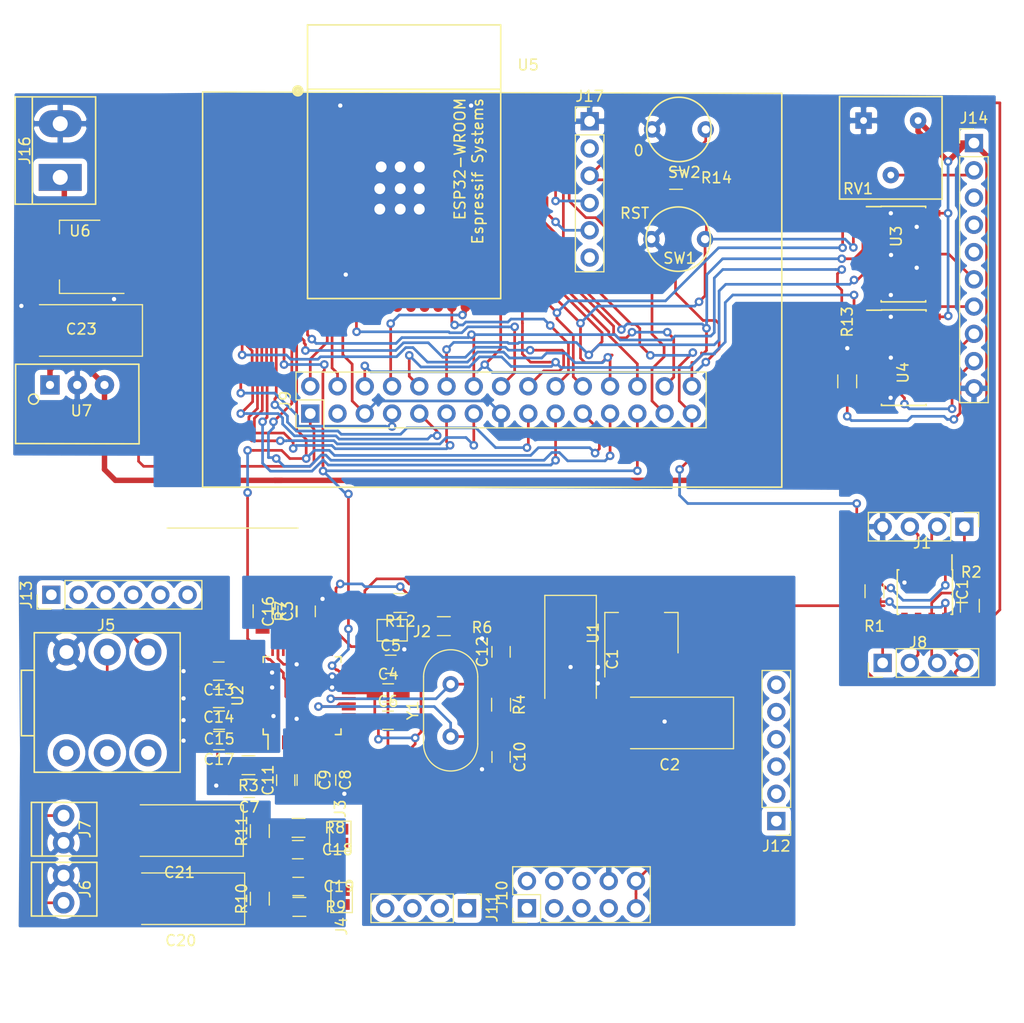
<source format=kicad_pcb>
(kicad_pcb (version 20171130) (host pcbnew "(5.1.4)-1")
  (layers (0 F.Cu signal) (31 B.Cu signal) (34 B.Paste user) (35 F.Paste user) (36 B.SilkS user) (37 F.SilkS user) (38 B.Mask user) (39 F.Mask user) (44 Edge.Cuts user))
  (net 0 "")
  (net 1 AGND)
  (net 2 +1.8V)
  (net 3 +3V3)
  (net 4 "/MP3 Codec/MP3RST")
  (net 5 "Net-(C10-Pad1)")
  (net 6 "Net-(C12-Pad1)")
  (net 7 "Net-(C17-Pad1)")
  (net 8 "Net-(C18-Pad1)")
  (net 9 "Net-(C19-Pad1)")
  (net 10 "/MP3 Codec/L_OUT")
  (net 11 "Net-(C20-Pad1)")
  (net 12 "/MP3 Codec/R_OUT")
  (net 13 "Net-(C21-Pad1)")
  (net 14 +5V)
  (net 15 "/Buffer RAM/~HOLD/~SIO3")
  (net 16 "/Buffer RAM/SCK")
  (net 17 "/Buffer RAM/SI")
  (net 18 "/Buffer RAM/SIO2")
  (net 19 "/Buffer RAM/SO")
  (net 20 "/Buffer RAM/RAM-CS")
  (net 21 "/MP3 Codec/GPIO1")
  (net 22 "Net-(J3-Pad2)")
  (net 23 "/MP3 Codec/RIGHT")
  (net 24 "/MP3 Codec/LEFT")
  (net 25 "Net-(J4-Pad2)")
  (net 26 "Net-(J5-PadSN)")
  (net 27 "Net-(J5-PadRN)")
  (net 28 "Net-(J5-PadTN)")
  (net 29 /Control/D7)
  (net 30 "/WROOM Processor/SO")
  (net 31 "/WROOM Processor/SI")
  (net 32 "/WROOM Processor/SCK")
  (net 33 "/MP3 Codec/XCS")
  (net 34 /Control/EN)
  (net 35 "/MP3 Codec/DREQ")
  (net 36 /Control/D4)
  (net 37 "/MP3 Codec/XDCS")
  (net 38 "/WROOM Processor/IO15")
  (net 39 "/WROOM Processor/IO32")
  (net 40 "/WROOM Processor/IO14")
  (net 41 "/WROOM Processor/IO33")
  (net 42 "/WROOM Processor/IO13")
  (net 43 /Control/RS)
  (net 44 "/WROOM Processor/IO34")
  (net 45 /Control/D6)
  (net 46 "/WROOM Processor/IO35")
  (net 47 /Control/D5)
  (net 48 "/WROOM Processor/SENSOR_VN")
  (net 49 "/WROOM Processor/IO2")
  (net 50 "/WROOM Processor/SENSOR_VP")
  (net 51 "/WROOM Processor/IO0")
  (net 52 "/WROOM Processor/RXDO")
  (net 53 "Net-(J9-Pad2)")
  (net 54 "/WROOM Processor/TXD0")
  (net 55 "/MP3 Codec/SO")
  (net 56 "/MP3 Codec/SI")
  (net 57 "/MP3 Codec/SCK")
  (net 58 "/MP3 Codec/LROUT/GPIO4")
  (net 59 "/MP3 Codec/MCLK/GPIO5")
  (net 60 "/MP3 Codec/SCLK/GPIO6")
  (net 61 "/MP3 Codec/SDATA/GPIO7")
  (net 62 "/MP3 Codec/TX")
  (net 63 "/MP3 Codec/RX")
  (net 64 "/MP3 Codec/GPIO3")
  (net 65 "/MP3 Codec/GPIO2")
  (net 66 "/MP3 Codec/GPIO0")
  (net 67 "/MP3 Codec/MICN")
  (net 68 "/MP3 Codec/MICP/LINE1")
  (net 69 "/MP3 Codec/LINE2")
  (net 70 "/MP3 Codec/GBUF")
  (net 71 /Control/CONTROL)
  (net 72 /Control/RS_EXT)
  (net 73 /Control/D5_EXT)
  (net 74 /Control/D4_EXT)
  (net 75 /Control/EN_EXT)
  (net 76 /Control/D6_EXT)
  (net 77 /Control/D7_EXT)
  (net 78 /Control/CONTRAST)
  (net 79 "Net-(J17-Pad6)")
  (net 80 "Net-(J17-Pad2)")
  (net 81 "Net-(U2-Pad15)")
  (net 82 "Net-(U5-Pad32)")
  (net 83 "Net-(U5-Pad22)")
  (net 84 "Net-(U5-Pad21)")
  (net 85 "Net-(U5-Pad20)")
  (net 86 "Net-(U5-Pad19)")
  (net 87 "Net-(U5-Pad18)")
  (net 88 "Net-(U5-Pad17)")
  (net 89 +24V)
  (module irm_pcb:Potentiometer_Trimmer_Bourns_3386F (layer F.Cu) (at 162.687 18.415)
    (fp_text reference RV1 (at -3.048 6.35) (layer F.SilkS))
    (fp_text value 10K)
    (pad 2 thru_hole circle (at 0 5.08) (size 1.524 1.524) (drill 0.635) (layers *.Cu *.Mask) (net 78 /Control/CONTRAST))
    (pad 3 thru_hole circle (at 2.54 0) (size 1.524 1.524) (drill 0.635) (layers *.Cu *.Mask) (net 14 +5V))
    (pad 1 thru_hole rect (at -2.54 0) (size 1.524 1.524) (drill 0.635) (layers *.Cu *.Mask) (net 1 AGND))
  )
  (module irm_pcb:Screw_Terminal_1x02_Pitch5.00mm (layer F.Cu) (at 84.582 21.209 90)
    (fp_text reference J16 (at 0 -2.6 90) (layer F.SilkS))
    (fp_text value Screw_Terminal_01x02 hide)
    (pad 2 thru_hole oval (at 2.5 0.7 90) (size 2.5 4) (drill 1.4) (layers *.Cu *.Mask) (net 1 AGND))
    (pad 1 thru_hole rect (at -2.5 0.7 90) (size 2.5 4) (drill oval 1.4) (layers *.Cu *.Mask) (net 89 +24V))
  )
  (module irm_pcb:TSR1-24_TO-220-3_V (layer F.Cu) (at 84.328 43.053)
    (fp_text reference U7 (at 2.921 2.413) (layer F.SilkS))
    (fp_text value TSR1-2450)
    (pad 1 thru_hole rect (at 0 0) (size 1.8 1.8) (drill 0.762) (layers *.Cu *.Mask) (net 89 +24V))
    (pad 2 thru_hole oval (at 2.54 0) (size 1.8 1.8) (drill 0.762) (layers *.Cu *.Mask) (net 1 AGND))
    (pad 3 thru_hole oval (at 5.08 0) (size 1.8 1.8) (drill 0.762) (layers *.Cu *.Mask) (net 14 +5V))
  )
  (module Capacitors_Tantalum_SMD:CP_Tantalum_Case-D_EIA-7343-31_Hand (layer F.Cu) (at 132.842 68.615 270)
    (fp_text reference C1 (at 0 -3.9 90) (layer F.SilkS))
    (fp_text value 10u)
    (pad 2 smd rect (at 3.775 0 270) (size 3.75 2.7) (layers F.Cu F.Paste F.Mask) (net 1 AGND))
    (pad 1 smd rect (at -3.775 0 270) (size 3.75 2.7) (layers F.Cu F.Paste F.Mask) (net 2 +1.8V))
  )
  (module Capacitors_Tantalum_SMD:CP_Tantalum_Case-D_EIA-7343-31_Hand (layer F.Cu) (at 142.078 74.549 180)
    (fp_text reference C2 (at 0 -3.9) (layer F.SilkS))
    (fp_text value 10u)
    (pad 1 smd rect (at -3.775 0 180) (size 3.75 2.7) (layers F.Cu F.Paste F.Mask) (net 3 +3V3))
    (pad 2 smd rect (at 3.775 0 180) (size 3.75 2.7) (layers F.Cu F.Paste F.Mask) (net 1 AGND))
  )
  (module Capacitors_SMD:C_0805_HandSoldering (layer F.Cu) (at 108.204 64.155 90)
    (fp_text reference C3 (at 0 -1.75 90) (layer F.SilkS))
    (fp_text value 100n)
    (pad 2 smd rect (at 1.25 0 90) (size 1.5 1.25) (layers F.Cu F.Paste F.Mask) (net 1 AGND))
    (pad 1 smd rect (at -1.25 0 90) (size 1.5 1.25) (layers F.Cu F.Paste F.Mask) (net 2 +1.8V))
  )
  (module Capacitors_SMD:C_0805_HandSoldering (layer F.Cu) (at 115.844 71.755)
    (fp_text reference C4 (at 0 -1.75) (layer F.SilkS))
    (fp_text value 100n)
    (pad 1 smd rect (at -1.25 0) (size 1.5 1.25) (layers F.Cu F.Paste F.Mask) (net 3 +3V3))
    (pad 2 smd rect (at 1.25 0) (size 1.5 1.25) (layers F.Cu F.Paste F.Mask) (net 1 AGND))
  )
  (module Capacitors_SMD:C_0805_HandSoldering (layer F.Cu) (at 116.078 69.088)
    (fp_text reference C5 (at 0 -1.75) (layer F.SilkS))
    (fp_text value 100n)
    (pad 2 smd rect (at 1.25 0) (size 1.5 1.25) (layers F.Cu F.Paste F.Mask) (net 1 AGND))
    (pad 1 smd rect (at -1.25 0) (size 1.5 1.25) (layers F.Cu F.Paste F.Mask) (net 2 +1.8V))
  )
  (module Capacitors_SMD:C_0805_HandSoldering (layer F.Cu) (at 115.824 74.295)
    (fp_text reference C6 (at 0 -1.75) (layer F.SilkS))
    (fp_text value 100n)
    (pad 2 smd rect (at 1.25 0) (size 1.5 1.25) (layers F.Cu F.Paste F.Mask) (net 1 AGND))
    (pad 1 smd rect (at -1.25 0) (size 1.5 1.25) (layers F.Cu F.Paste F.Mask) (net 3 +3V3))
  )
  (module Capacitors_SMD:C_0805_HandSoldering (layer F.Cu) (at 102.89 80.645 180)
    (fp_text reference C7 (at 0 -1.75) (layer F.SilkS))
    (fp_text value 100n)
    (pad 2 smd rect (at 1.25 0 180) (size 1.5 1.25) (layers F.Cu F.Paste F.Mask) (net 1 AGND))
    (pad 1 smd rect (at -1.25 0 180) (size 1.5 1.25) (layers F.Cu F.Paste F.Mask) (net 4 "/MP3 Codec/MP3RST"))
  )
  (module Capacitors_SMD:C_0805_HandSoldering (layer F.Cu) (at 110.109 79.863 270)
    (fp_text reference C8 (at 0 -1.75 90) (layer F.SilkS))
    (fp_text value 100n)
    (pad 1 smd rect (at -1.25 0 270) (size 1.5 1.25) (layers F.Cu F.Paste F.Mask) (net 2 +1.8V))
    (pad 2 smd rect (at 1.25 0 270) (size 1.5 1.25) (layers F.Cu F.Paste F.Mask) (net 1 AGND))
  )
  (module Capacitors_SMD:C_0805_HandSoldering (layer F.Cu) (at 108.204 79.863 270)
    (fp_text reference C9 (at 0 -1.75 90) (layer F.SilkS))
    (fp_text value 100n)
    (pad 1 smd rect (at -1.25 0 270) (size 1.5 1.25) (layers F.Cu F.Paste F.Mask) (net 3 +3V3))
    (pad 2 smd rect (at 1.25 0 270) (size 1.5 1.25) (layers F.Cu F.Paste F.Mask) (net 1 AGND))
  )
  (module Capacitors_SMD:C_0805_HandSoldering (layer F.Cu) (at 126.365 77.724 270)
    (fp_text reference C10 (at 0 -1.75 90) (layer F.SilkS))
    (fp_text value 22p)
    (pad 1 smd rect (at -1.25 0 270) (size 1.5 1.25) (layers F.Cu F.Paste F.Mask) (net 5 "Net-(C10-Pad1)"))
    (pad 2 smd rect (at 1.25 0 270) (size 1.5 1.25) (layers F.Cu F.Paste F.Mask) (net 1 AGND))
  )
  (module Capacitors_SMD:C_0805_HandSoldering (layer F.Cu) (at 106.299 79.883 270)
    (fp_text reference C11 (at 0 1.651 90) (layer F.SilkS))
    (fp_text value 100n)
    (pad 1 smd rect (at -1.25 0 270) (size 1.5 1.25) (layers F.Cu F.Paste F.Mask) (net 2 +1.8V))
    (pad 2 smd rect (at 1.25 0 270) (size 1.5 1.25) (layers F.Cu F.Paste F.Mask) (net 1 AGND))
  )
  (module Capacitors_SMD:C_0805_HandSoldering (layer F.Cu) (at 126.365 67.925 90)
    (fp_text reference C12 (at 0 -1.75 90) (layer F.SilkS))
    (fp_text value 22p)
    (pad 2 smd rect (at 1.25 0 90) (size 1.5 1.25) (layers F.Cu F.Paste F.Mask) (net 1 AGND))
    (pad 1 smd rect (at -1.25 0 90) (size 1.5 1.25) (layers F.Cu F.Paste F.Mask) (net 6 "Net-(C12-Pad1)"))
  )
  (module Capacitors_SMD:C_0805_HandSoldering (layer F.Cu) (at 100.056 69.723 180)
    (fp_text reference C13 (at 0 -1.75) (layer F.SilkS))
    (fp_text value 10u)
    (pad 2 smd rect (at 1.25 0 180) (size 1.5 1.25) (layers F.Cu F.Paste F.Mask) (net 1 AGND))
    (pad 1 smd rect (at -1.25 0 180) (size 1.5 1.25) (layers F.Cu F.Paste F.Mask) (net 3 +3V3))
  )
  (module Capacitors_SMD:C_0805_HandSoldering (layer F.Cu) (at 100.056 72.263 180)
    (fp_text reference C14 (at 0 -1.75) (layer F.SilkS))
    (fp_text value 100n)
    (pad 2 smd rect (at 1.25 0 180) (size 1.5 1.25) (layers F.Cu F.Paste F.Mask) (net 1 AGND))
    (pad 1 smd rect (at -1.25 0 180) (size 1.5 1.25) (layers F.Cu F.Paste F.Mask) (net 3 +3V3))
  )
  (module Capacitors_SMD:C_0805_HandSoldering (layer F.Cu) (at 100.096 74.295 180)
    (fp_text reference C15 (at 0 -1.75) (layer F.SilkS))
    (fp_text value 100n)
    (pad 1 smd rect (at -1.25 0 180) (size 1.5 1.25) (layers F.Cu F.Paste F.Mask) (net 3 +3V3))
    (pad 2 smd rect (at 1.25 0 180) (size 1.5 1.25) (layers F.Cu F.Paste F.Mask) (net 1 AGND))
  )
  (module Capacitors_SMD:C_0805_HandSoldering (layer F.Cu) (at 106.426 64.155 90)
    (fp_text reference C16 (at 0 -1.75 90) (layer F.SilkS))
    (fp_text value 100n)
    (pad 2 smd rect (at 1.25 0 90) (size 1.5 1.25) (layers F.Cu F.Paste F.Mask) (net 1 AGND))
    (pad 1 smd rect (at -1.25 0 90) (size 1.5 1.25) (layers F.Cu F.Paste F.Mask) (net 3 +3V3))
  )
  (module Capacitors_SMD:C_0805_HandSoldering (layer F.Cu) (at 100.076 76.2 180)
    (fp_text reference C17 (at 0 -1.75) (layer F.SilkS))
    (fp_text value 1u)
    (pad 1 smd rect (at -1.25 0 180) (size 1.5 1.25) (layers F.Cu F.Paste F.Mask) (net 7 "Net-(C17-Pad1)"))
    (pad 2 smd rect (at 1.25 0 180) (size 1.5 1.25) (layers F.Cu F.Paste F.Mask) (net 1 AGND))
  )
  (module Capacitors_SMD:C_0805_HandSoldering (layer F.Cu) (at 107.422 86.36)
    (fp_text reference C18 (at 3.683 0) (layer F.SilkS))
    (fp_text value 10n)
    (pad 1 smd rect (at -1.25 0) (size 1.5 1.25) (layers F.Cu F.Paste F.Mask) (net 8 "Net-(C18-Pad1)"))
    (pad 2 smd rect (at 1.25 0) (size 1.5 1.25) (layers F.Cu F.Paste F.Mask) (net 1 AGND))
  )
  (module Capacitors_SMD:C_0805_HandSoldering (layer F.Cu) (at 107.462 89.789)
    (fp_text reference C19 (at 3.79 0) (layer F.SilkS))
    (fp_text value 10n)
    (pad 2 smd rect (at 1.25 0) (size 1.5 1.25) (layers F.Cu F.Paste F.Mask) (net 1 AGND))
    (pad 1 smd rect (at -1.25 0) (size 1.5 1.25) (layers F.Cu F.Paste F.Mask) (net 9 "Net-(C19-Pad1)"))
  )
  (module Capacitors_Tantalum_SMD:CP_Tantalum_Case-D_EIA-7343-31_Hand (layer F.Cu) (at 96.52 90.932 180)
    (fp_text reference C20 (at 0 -3.9) (layer F.SilkS))
    (fp_text value 220u)
    (pad 2 smd rect (at 3.775 0 180) (size 3.75 2.7) (layers F.Cu F.Paste F.Mask) (net 10 "/MP3 Codec/L_OUT"))
    (pad 1 smd rect (at -3.775 0 180) (size 3.75 2.7) (layers F.Cu F.Paste F.Mask) (net 11 "Net-(C20-Pad1)"))
  )
  (module Capacitors_Tantalum_SMD:CP_Tantalum_Case-D_EIA-7343-31_Hand (layer F.Cu) (at 96.393 84.582 180)
    (fp_text reference C21 (at 0 -3.9) (layer F.SilkS))
    (fp_text value 220u)
    (pad 2 smd rect (at 3.775 0 180) (size 3.75 2.7) (layers F.Cu F.Paste F.Mask) (net 12 "/MP3 Codec/R_OUT"))
    (pad 1 smd rect (at -3.775 0 180) (size 3.75 2.7) (layers F.Cu F.Paste F.Mask) (net 13 "Net-(C21-Pad1)"))
  )
  (module Capacitors_Tantalum_SMD:CP_Tantalum_Case-D_EIA-7343-31_Hand (layer F.Cu) (at 86.995 37.973 180)
    (fp_text reference C23 (at -0.254 0.127) (layer F.SilkS))
    (fp_text value 10u)
    (pad 2 smd rect (at 3.775 0 180) (size 3.75 2.7) (layers F.Cu F.Paste F.Mask) (net 1 AGND))
    (pad 1 smd rect (at -3.775 0 180) (size 3.75 2.7) (layers F.Cu F.Paste F.Mask) (net 3 +3V3))
  )
  (module Housings_SOIC:SOIC-8_3.9x4.9mm_Pitch1.27mm (layer F.Cu) (at 165.862 62.357 270)
    (fp_text reference IC1 (at 0 -3.5 90) (layer F.SilkS))
    (fp_text value 23LC1024)
    (pad 8 smd rect (at 2.7 -1.905 270) (size 1.55 0.6) (layers F.Cu F.Paste F.Mask) (net 3 +3V3))
    (pad 7 smd rect (at 2.7 -0.635 270) (size 1.55 0.6) (layers F.Cu F.Paste F.Mask) (net 15 "/Buffer RAM/~HOLD/~SIO3"))
    (pad 6 smd rect (at 2.7 0.635 270) (size 1.55 0.6) (layers F.Cu F.Paste F.Mask) (net 16 "/Buffer RAM/SCK"))
    (pad 5 smd rect (at 2.7 1.905 270) (size 1.55 0.6) (layers F.Cu F.Paste F.Mask) (net 17 "/Buffer RAM/SI"))
    (pad 4 smd rect (at -2.7 1.905 270) (size 1.55 0.6) (layers F.Cu F.Paste F.Mask) (net 1 AGND))
    (pad 3 smd rect (at -2.7 0.635 270) (size 1.55 0.6) (layers F.Cu F.Paste F.Mask) (net 18 "/Buffer RAM/SIO2"))
    (pad 2 smd rect (at -2.7 -0.635 270) (size 1.55 0.6) (layers F.Cu F.Paste F.Mask) (net 19 "/Buffer RAM/SO"))
    (pad 1 smd rect (at -2.7 -1.905 270) (size 1.55 0.6) (layers F.Cu F.Paste F.Mask) (net 20 "/Buffer RAM/RAM-CS"))
  )
  (module Pin_Headers:Pin_Header_Straight_1x04_Pitch2.54mm (layer F.Cu) (at 169.545 56.261 270)
    (fp_text reference J1 (at 1.524 3.937) (layer F.SilkS))
    (fp_text value Conn_01x04 hide)
    (pad 1 thru_hole rect (at 0 0 270) (size 1.7 1.7) (drill 1) (layers *.Cu *.Mask) (net 20 "/Buffer RAM/RAM-CS"))
    (pad 2 thru_hole oval (at 0 2.54 270) (size 1.7 1.7) (drill 1) (layers *.Cu *.Mask) (net 19 "/Buffer RAM/SO"))
    (pad 3 thru_hole oval (at 0 5.08 270) (size 1.7 1.7) (drill 1) (layers *.Cu *.Mask) (net 18 "/Buffer RAM/SIO2"))
    (pad 4 thru_hole oval (at 0 7.62 270) (size 1.7 1.7) (drill 1) (layers *.Cu *.Mask) (net 1 AGND))
  )
  (module Jumper:SolderJumper-2_P1.3mm_Open_Pad1.0x1.5mm (layer F.Cu) (at 116.22 65.913 180)
    (fp_text reference J2 (at -2.779 -0.127) (layer F.SilkS))
    (fp_text value JUMPER_OPEN)
    (pad 2 smd rect (at 0.65 0 180) (size 1 1.5) (layers F.Cu F.Mask) (net 21 "/MP3 Codec/GPIO1"))
    (pad 1 smd rect (at -0.65 0 180) (size 1 1.5) (layers F.Cu F.Mask) (net 3 +3V3))
  )
  (module Jumper:SolderJumper-2_P1.3mm_Bridged_Pad1.0x1.5mm (layer F.Cu) (at 111.379 85.105 270)
    (fp_text reference J3 (at -2.555 0 90) (layer F.SilkS))
    (fp_text value JUMPER_CLOSED)
    (fp_poly (pts (xy -0.25 -0.3) (xy 0.25 -0.3) (xy 0.25 0.3) (xy -0.25 0.3)) (layer F.Cu) (width 0))
    (pad 2 smd rect (at 0.65 0 270) (size 1 1.5) (layers F.Cu F.Mask) (net 22 "Net-(J3-Pad2)"))
    (pad 1 smd rect (at -0.65 0 270) (size 1 1.5) (layers F.Cu F.Mask) (net 23 "/MP3 Codec/RIGHT"))
  )
  (module Jumper:SolderJumper-2_P1.3mm_Bridged_Pad1.0x1.5mm (layer F.Cu) (at 111.506 90.82 270)
    (fp_text reference J4 (at 2.682 0 90) (layer F.SilkS))
    (fp_text value JUMPER_CLOSED)
    (fp_poly (pts (xy -0.25 -0.3) (xy 0.25 -0.3) (xy 0.25 0.3) (xy -0.25 0.3)) (layer F.Cu) (width 0))
    (pad 1 smd rect (at -0.65 0 270) (size 1 1.5) (layers F.Cu F.Mask) (net 24 "/MP3 Codec/LEFT"))
    (pad 2 smd rect (at 0.65 0 270) (size 1 1.5) (layers F.Cu F.Mask) (net 25 "Net-(J4-Pad2)"))
  )
  (module irm_pcb:Stereo_Jack-Socket_6_Pin (layer F.Cu) (at 89.662 72.645)
    (fp_text reference J5 (at -0.1 -7.2 180) (layer F.SilkS))
    (fp_text value AudioJack3_Switch)
    (pad SN thru_hole circle (at -3.8 4.7) (size 2.5 2.5) (drill 1.3) (layers *.Cu *.Mask) (net 26 "Net-(J5-PadSN)"))
    (pad RN thru_hole circle (at 0 4.7) (size 2.5 2.5) (drill 1.3) (layers *.Cu *.Mask) (net 27 "Net-(J5-PadRN)"))
    (pad TN thru_hole circle (at 3.8 4.7) (size 2.5 2.5) (drill 1.3) (layers *.Cu *.Mask) (net 28 "Net-(J5-PadTN)"))
    (pad T thru_hole circle (at 3.8 -4.7) (size 2.5 2.5) (drill 1.3) (layers *.Cu *.Mask) (net 10 "/MP3 Codec/L_OUT"))
    (pad R thru_hole circle (at 0 -4.7) (size 2.5 2.5) (drill 1.3) (layers *.Cu *.Mask) (net 12 "/MP3 Codec/R_OUT"))
    (pad S thru_hole circle (at -3.8 -4.7) (size 2.5 2.5) (drill 1.3) (layers *.Cu *.Mask) (net 1 AGND))
  )
  (module irm_pcb:Screw_Terminal_1x02 (layer F.Cu) (at 85.598 90.043 270)
    (fp_text reference J6 (at 0 -2 90) (layer F.SilkS))
    (fp_text value Screw_Terminal_1x02)
    (pad 2 thru_hole circle (at 1.27 0 270) (size 2 2) (drill 1.1) (layers *.Cu *.Mask) (net 10 "/MP3 Codec/L_OUT"))
    (pad 1 thru_hole circle (at -1.27 0 270) (size 2 2) (drill 1.1) (layers *.Cu *.Mask) (net 1 AGND))
  )
  (module irm_pcb:Screw_Terminal_1x02 (layer F.Cu) (at 85.598 84.455 270)
    (fp_text reference J7 (at 0 -2 90) (layer F.SilkS))
    (fp_text value Screw_Terminal_1x02)
    (pad 1 thru_hole circle (at -1.27 0 270) (size 2 2) (drill 1.1) (layers *.Cu *.Mask) (net 12 "/MP3 Codec/R_OUT"))
    (pad 2 thru_hole circle (at 1.27 0 270) (size 2 2) (drill 1.1) (layers *.Cu *.Mask) (net 1 AGND))
  )
  (module Pin_Headers:Pin_Header_Straight_1x04_Pitch2.54mm (layer F.Cu) (at 161.925 68.961 90)
    (fp_text reference J8 (at 1.905 3.302) (layer F.SilkS))
    (fp_text value Conn_01x04 hide)
    (pad 4 thru_hole oval (at 0 7.62 90) (size 1.7 1.7) (drill 1) (layers *.Cu *.Mask) (net 3 +3V3))
    (pad 3 thru_hole oval (at 0 5.08 90) (size 1.7 1.7) (drill 1) (layers *.Cu *.Mask) (net 15 "/Buffer RAM/~HOLD/~SIO3"))
    (pad 2 thru_hole oval (at 0 2.54 90) (size 1.7 1.7) (drill 1) (layers *.Cu *.Mask) (net 16 "/Buffer RAM/SCK"))
    (pad 1 thru_hole rect (at 0 0 90) (size 1.7 1.7) (drill 1) (layers *.Cu *.Mask) (net 17 "/Buffer RAM/SI"))
  )
  (module irm_pcb:Pin_Header_Straight_2x15_Pitch2.54mm (layer F.Cu) (at 108.585 45.72 90)
    (fp_text reference J9 (at 1.27 -2.33 90) (layer F.SilkS))
    (fp_text value Conn_02x15_Top_Bottom)
    (pad 30 thru_hole oval (at 2.54 35.56 90) (size 1.7 1.7) (drill 1) (layers *.Cu *.Mask) (net 29 /Control/D7))
    (pad 15 thru_hole oval (at 0 35.56 90) (size 1.7 1.7) (drill 1) (layers *.Cu *.Mask) (net 20 "/Buffer RAM/RAM-CS"))
    (pad 29 thru_hole oval (at 2.54 33.02 90) (size 1.7 1.7) (drill 1) (layers *.Cu *.Mask) (net 30 "/WROOM Processor/SO"))
    (pad 14 thru_hole oval (at 0 33.02 90) (size 1.7 1.7) (drill 1) (layers *.Cu *.Mask) (net 31 "/WROOM Processor/SI"))
    (pad 28 thru_hole oval (at 2.54 30.48 90) (size 1.7 1.7) (drill 1) (layers *.Cu *.Mask) (net 32 "/WROOM Processor/SCK"))
    (pad 13 thru_hole oval (at 0 30.48 90) (size 1.7 1.7) (drill 1) (layers *.Cu *.Mask) (net 33 "/MP3 Codec/XCS"))
    (pad 27 thru_hole oval (at 2.54 27.94 90) (size 1.7 1.7) (drill 1) (layers *.Cu *.Mask) (net 34 /Control/EN))
    (pad 12 thru_hole oval (at 0 27.94 90) (size 1.7 1.7) (drill 1) (layers *.Cu *.Mask) (net 35 "/MP3 Codec/DREQ"))
    (pad 26 thru_hole oval (at 2.54 25.4 90) (size 1.7 1.7) (drill 1) (layers *.Cu *.Mask) (net 36 /Control/D4))
    (pad 11 thru_hole oval (at 0 25.4 90) (size 1.7 1.7) (drill 1) (layers *.Cu *.Mask) (net 37 "/MP3 Codec/XDCS"))
    (pad 25 thru_hole oval (at 2.54 22.86 90) (size 1.7 1.7) (drill 1) (layers *.Cu *.Mask) (net 38 "/WROOM Processor/IO15"))
    (pad 10 thru_hole oval (at 0 22.86 90) (size 1.7 1.7) (drill 1) (layers *.Cu *.Mask) (net 39 "/WROOM Processor/IO32"))
    (pad 24 thru_hole oval (at 2.54 20.32 90) (size 1.7 1.7) (drill 1) (layers *.Cu *.Mask) (net 40 "/WROOM Processor/IO14"))
    (pad 9 thru_hole oval (at 0 20.32 90) (size 1.7 1.7) (drill 1) (layers *.Cu *.Mask) (net 41 "/WROOM Processor/IO33"))
    (pad 23 thru_hole oval (at 2.54 17.78 90) (size 1.7 1.7) (drill 1) (layers *.Cu *.Mask) (net 42 "/WROOM Processor/IO13"))
    (pad 8 thru_hole oval (at 0 17.78 90) (size 1.7 1.7) (drill 1) (layers *.Cu *.Mask) (net 1 AGND))
    (pad 22 thru_hole oval (at 2.54 15.24 90) (size 1.7 1.7) (drill 1) (layers *.Cu *.Mask) (net 43 /Control/RS))
    (pad 7 thru_hole oval (at 0 15.24 90) (size 1.7 1.7) (drill 1) (layers *.Cu *.Mask) (net 44 "/WROOM Processor/IO34"))
    (pad 21 thru_hole oval (at 2.54 12.7 90) (size 1.7 1.7) (drill 1) (layers *.Cu *.Mask) (net 45 /Control/D6))
    (pad 6 thru_hole oval (at 0 12.7 90) (size 1.7 1.7) (drill 1) (layers *.Cu *.Mask) (net 46 "/WROOM Processor/IO35"))
    (pad 20 thru_hole oval (at 2.54 10.16 90) (size 1.7 1.7) (drill 1) (layers *.Cu *.Mask) (net 47 /Control/D5))
    (pad 5 thru_hole oval (at 0 10.16 90) (size 1.7 1.7) (drill 1) (layers *.Cu *.Mask) (net 48 "/WROOM Processor/SENSOR_VN"))
    (pad 19 thru_hole oval (at 2.54 7.62 90) (size 1.7 1.7) (drill 1) (layers *.Cu *.Mask) (net 49 "/WROOM Processor/IO2"))
    (pad 4 thru_hole oval (at 0 7.62 90) (size 1.7 1.7) (drill 1) (layers *.Cu *.Mask) (net 50 "/WROOM Processor/SENSOR_VP"))
    (pad 18 thru_hole oval (at 2.54 5.08 90) (size 1.7 1.7) (drill 1) (layers *.Cu *.Mask) (net 51 "/WROOM Processor/IO0"))
    (pad 3 thru_hole oval (at 0 5.08 90) (size 1.7 1.7) (drill 1) (layers *.Cu *.Mask) (net 1 AGND))
    (pad 17 thru_hole oval (at 2.54 2.54 90) (size 1.7 1.7) (drill 1) (layers *.Cu *.Mask) (net 52 "/WROOM Processor/RXDO"))
    (pad 2 thru_hole oval (at 0 2.54 90) (size 1.7 1.7) (drill 1) (layers *.Cu *.Mask) (net 53 "Net-(J9-Pad2)"))
    (pad 16 thru_hole oval (at 2.54 0 90) (size 1.7 1.7) (drill 1) (layers *.Cu *.Mask) (net 54 "/WROOM Processor/TXD0"))
    (pad 1 thru_hole rect (at 0 0 90) (size 1.7 1.7) (drill 1) (layers *.Cu *.Mask) (net 3 +3V3))
  )
  (module irm_pcb:Pin_Header_Straight_2x05_Pitch2.54mm_CC (layer F.Cu) (at 128.778 91.821 90)
    (fp_text reference J10 (at 1.27 -2.33 90) (layer F.SilkS))
    (fp_text value Conn_02x05_Counter_Clockwise)
    (pad 6 thru_hole oval (at 2.54 10.16 90) (size 1.7 1.7) (drill 1) (layers *.Cu *.Mask) (net 3 +3V3))
    (pad 5 thru_hole oval (at 0 10.16 90) (size 1.7 1.7) (drill 1) (layers *.Cu *.Mask) (net 3 +3V3))
    (pad 7 thru_hole oval (at 2.54 7.62 90) (size 1.7 1.7) (drill 1) (layers *.Cu *.Mask) (net 1 AGND))
    (pad 4 thru_hole oval (at 0 7.62 90) (size 1.7 1.7) (drill 1) (layers *.Cu *.Mask) (net 55 "/MP3 Codec/SO"))
    (pad 8 thru_hole oval (at 2.54 5.08 90) (size 1.7 1.7) (drill 1) (layers *.Cu *.Mask) (net 56 "/MP3 Codec/SI"))
    (pad 3 thru_hole oval (at 0 5.08 90) (size 1.7 1.7) (drill 1) (layers *.Cu *.Mask) (net 57 "/MP3 Codec/SCK"))
    (pad 9 thru_hole oval (at 2.54 2.54 90) (size 1.7 1.7) (drill 1) (layers *.Cu *.Mask) (net 35 "/MP3 Codec/DREQ"))
    (pad 2 thru_hole oval (at 0 2.54 90) (size 1.7 1.7) (drill 1) (layers *.Cu *.Mask) (net 4 "/MP3 Codec/MP3RST"))
    (pad 10 thru_hole oval (at 2.54 0 90) (size 1.7 1.7) (drill 1) (layers *.Cu *.Mask) (net 33 "/MP3 Codec/XCS"))
    (pad 1 thru_hole rect (at 0 0 90) (size 1.7 1.7) (drill 1) (layers *.Cu *.Mask) (net 37 "/MP3 Codec/XDCS"))
  )
  (module Pin_Headers:Pin_Header_Straight_1x04_Pitch2.54mm (layer F.Cu) (at 123.19 91.821 270)
    (fp_text reference J11 (at 0 -2.33 90) (layer F.SilkS))
    (fp_text value Conn_01x04)
    (pad 4 thru_hole oval (at 0 7.62 270) (size 1.7 1.7) (drill 1) (layers *.Cu *.Mask) (net 58 "/MP3 Codec/LROUT/GPIO4"))
    (pad 3 thru_hole oval (at 0 5.08 270) (size 1.7 1.7) (drill 1) (layers *.Cu *.Mask) (net 59 "/MP3 Codec/MCLK/GPIO5"))
    (pad 2 thru_hole oval (at 0 2.54 270) (size 1.7 1.7) (drill 1) (layers *.Cu *.Mask) (net 60 "/MP3 Codec/SCLK/GPIO6"))
    (pad 1 thru_hole rect (at 0 0 270) (size 1.7 1.7) (drill 1) (layers *.Cu *.Mask) (net 61 "/MP3 Codec/SDATA/GPIO7"))
  )
  (module Pin_Headers:Pin_Header_Straight_1x06_Pitch2.54mm (layer F.Cu) (at 152.019 83.693 180)
    (fp_text reference J12 (at 0 -2.33) (layer F.SilkS))
    (fp_text value Conn_01x06)
    (pad 1 thru_hole rect (at 0 0 180) (size 1.7 1.7) (drill 1) (layers *.Cu *.Mask) (net 62 "/MP3 Codec/TX"))
    (pad 2 thru_hole oval (at 0 2.54 180) (size 1.7 1.7) (drill 1) (layers *.Cu *.Mask) (net 63 "/MP3 Codec/RX"))
    (pad 3 thru_hole oval (at 0 5.08 180) (size 1.7 1.7) (drill 1) (layers *.Cu *.Mask) (net 64 "/MP3 Codec/GPIO3"))
    (pad 4 thru_hole oval (at 0 7.62 180) (size 1.7 1.7) (drill 1) (layers *.Cu *.Mask) (net 65 "/MP3 Codec/GPIO2"))
    (pad 5 thru_hole oval (at 0 10.16 180) (size 1.7 1.7) (drill 1) (layers *.Cu *.Mask) (net 21 "/MP3 Codec/GPIO1"))
    (pad 6 thru_hole oval (at 0 12.7 180) (size 1.7 1.7) (drill 1) (layers *.Cu *.Mask) (net 66 "/MP3 Codec/GPIO0"))
  )
  (module Pin_Headers:Pin_Header_Straight_1x06_Pitch2.54mm (layer F.Cu) (at 84.455 62.611 90)
    (fp_text reference J13 (at 0 -2.33 90) (layer F.SilkS))
    (fp_text value Conn_01x06)
    (pad 6 thru_hole oval (at 0 12.7 90) (size 1.7 1.7) (drill 1) (layers *.Cu *.Mask) (net 67 "/MP3 Codec/MICN"))
    (pad 5 thru_hole oval (at 0 10.16 90) (size 1.7 1.7) (drill 1) (layers *.Cu *.Mask) (net 68 "/MP3 Codec/MICP/LINE1"))
    (pad 4 thru_hole oval (at 0 7.62 90) (size 1.7 1.7) (drill 1) (layers *.Cu *.Mask) (net 69 "/MP3 Codec/LINE2"))
    (pad 3 thru_hole oval (at 0 5.08 90) (size 1.7 1.7) (drill 1) (layers *.Cu *.Mask) (net 24 "/MP3 Codec/LEFT"))
    (pad 2 thru_hole oval (at 0 2.54 90) (size 1.7 1.7) (drill 1) (layers *.Cu *.Mask) (net 70 "/MP3 Codec/GBUF"))
    (pad 1 thru_hole rect (at 0 0 90) (size 1.7 1.7) (drill 1) (layers *.Cu *.Mask) (net 23 "/MP3 Codec/RIGHT"))
  )
  (module Pin_Headers:Pin_Header_Straight_1x10_Pitch2.54mm (layer F.Cu) (at 170.434 20.5105)
    (fp_text reference J14 (at 0 -2.33) (layer F.SilkS))
    (fp_text value Conn_01x10)
    (pad 10 thru_hole oval (at 0 22.86) (size 1.7 1.7) (drill 1) (layers *.Cu *.Mask) (net 1 AGND))
    (pad 9 thru_hole oval (at 0 20.32) (size 1.7 1.7) (drill 1) (layers *.Cu *.Mask) (net 71 /Control/CONTROL))
    (pad 8 thru_hole oval (at 0 17.78) (size 1.7 1.7) (drill 1) (layers *.Cu *.Mask) (net 72 /Control/RS_EXT))
    (pad 7 thru_hole oval (at 0 15.24) (size 1.7 1.7) (drill 1) (layers *.Cu *.Mask) (net 73 /Control/D5_EXT))
    (pad 6 thru_hole oval (at 0 12.7) (size 1.7 1.7) (drill 1) (layers *.Cu *.Mask) (net 74 /Control/D4_EXT))
    (pad 5 thru_hole oval (at 0 10.16) (size 1.7 1.7) (drill 1) (layers *.Cu *.Mask) (net 75 /Control/EN_EXT))
    (pad 4 thru_hole oval (at 0 7.62) (size 1.7 1.7) (drill 1) (layers *.Cu *.Mask) (net 76 /Control/D6_EXT))
    (pad 3 thru_hole oval (at 0 5.08) (size 1.7 1.7) (drill 1) (layers *.Cu *.Mask) (net 77 /Control/D7_EXT))
    (pad 2 thru_hole oval (at 0 2.54) (size 1.7 1.7) (drill 1) (layers *.Cu *.Mask) (net 78 /Control/CONTRAST))
    (pad 1 thru_hole rect (at 0 0) (size 1.7 1.7) (drill 1) (layers *.Cu *.Mask) (net 14 +5V))
  )
  (module Pin_Headers:Pin_Header_Straight_1x06_Pitch2.54mm (layer F.Cu) (at 134.62 18.4785)
    (fp_text reference J17 (at 0 -2.33) (layer F.SilkS))
    (fp_text value Conn_01x06)
    (pad 6 thru_hole oval (at 0 12.7) (size 1.7 1.7) (drill 1) (layers *.Cu *.Mask) (net 79 "Net-(J17-Pad6)"))
    (pad 5 thru_hole oval (at 0 10.16) (size 1.7 1.7) (drill 1) (layers *.Cu *.Mask) (net 52 "/WROOM Processor/RXDO"))
    (pad 4 thru_hole oval (at 0 7.62) (size 1.7 1.7) (drill 1) (layers *.Cu *.Mask) (net 54 "/WROOM Processor/TXD0"))
    (pad 3 thru_hole oval (at 0 5.08) (size 1.7 1.7) (drill 1) (layers *.Cu *.Mask) (net 3 +3V3))
    (pad 2 thru_hole oval (at 0 2.54) (size 1.7 1.7) (drill 1) (layers *.Cu *.Mask) (net 80 "Net-(J17-Pad2)"))
    (pad 1 thru_hole rect (at 0 0) (size 1.7 1.7) (drill 1) (layers *.Cu *.Mask) (net 1 AGND))
  )
  (module Resistors_SMD:R_0805_HandSoldering (layer F.Cu) (at 161.163 62.277 90)
    (fp_text reference R1 (at -3.255 0) (layer F.SilkS))
    (fp_text value 10K)
    (pad 2 smd rect (at 1.35 0 90) (size 1.5 1.3) (layers F.Cu F.Paste F.Mask) (net 20 "/Buffer RAM/RAM-CS"))
    (pad 1 smd rect (at -1.35 0 90) (size 1.5 1.3) (layers F.Cu F.Paste F.Mask) (net 3 +3V3))
  )
  (module Resistors_SMD:R_0805_HandSoldering (layer F.Cu) (at 170.053 63.627 90)
    (fp_text reference R2 (at 3.128 0.127) (layer F.SilkS))
    (fp_text value 10K)
    (pad 1 smd rect (at -1.35 0 90) (size 1.5 1.3) (layers F.Cu F.Paste F.Mask) (net 3 +3V3))
    (pad 2 smd rect (at 1.35 0 90) (size 1.5 1.3) (layers F.Cu F.Paste F.Mask) (net 15 "/Buffer RAM/~HOLD/~SIO3"))
  )
  (module Resistors_SMD:R_0805_HandSoldering (layer F.Cu) (at 102.823 78.486 180)
    (fp_text reference R3 (at 0 -1.905) (layer F.SilkS))
    (fp_text value 100K)
    (pad 2 smd rect (at 1.35 0 180) (size 1.5 1.3) (layers F.Cu F.Paste F.Mask) (net 3 +3V3))
    (pad 1 smd rect (at -1.35 0 180) (size 1.5 1.3) (layers F.Cu F.Paste F.Mask) (net 4 "/MP3 Codec/MP3RST"))
  )
  (module Resistors_SMD:R_0805_HandSoldering (layer F.Cu) (at 126.365 72.851 270)
    (fp_text reference R4 (at 0 -1.7 90) (layer F.SilkS))
    (fp_text value 1M)
    (pad 1 smd rect (at -1.35 0 270) (size 1.5 1.3) (layers F.Cu F.Paste F.Mask) (net 6 "Net-(C12-Pad1)"))
    (pad 2 smd rect (at 1.35 0 270) (size 1.5 1.3) (layers F.Cu F.Paste F.Mask) (net 5 "Net-(C10-Pad1)"))
  )
  (module Resistors_SMD:R_0805_HandSoldering (layer F.Cu) (at 121.031 65.532 180)
    (fp_text reference R6 (at -3.556 -0.127) (layer F.SilkS))
    (fp_text value 100K)
    (pad 2 smd rect (at 1.35 0 180) (size 1.5 1.3) (layers F.Cu F.Paste F.Mask) (net 21 "/MP3 Codec/GPIO1"))
    (pad 1 smd rect (at -1.35 0 180) (size 1.5 1.3) (layers F.Cu F.Paste F.Mask) (net 1 AGND))
  )
  (module Resistors_SMD:R_0805_HandSoldering (layer F.Cu) (at 104.14 64.135 270)
    (fp_text reference R7 (at 0 -1.7 90) (layer F.SilkS))
    (fp_text value 100K)
    (pad 2 smd rect (at 1.35 0 270) (size 1.5 1.3) (layers F.Cu F.Paste F.Mask) (net 66 "/MP3 Codec/GPIO0"))
    (pad 1 smd rect (at -1.35 0 270) (size 1.5 1.3) (layers F.Cu F.Paste F.Mask) (net 1 AGND))
  )
  (module Resistors_SMD:R_0805_HandSoldering (layer F.Cu) (at 107.489 84.328)
    (fp_text reference R8 (at 3.382 0) (layer F.SilkS))
    (fp_text value 22)
    (pad 1 smd rect (at -1.35 0) (size 1.5 1.3) (layers F.Cu F.Paste F.Mask) (net 22 "Net-(J3-Pad2)"))
    (pad 2 smd rect (at 1.35 0) (size 1.5 1.3) (layers F.Cu F.Paste F.Mask) (net 8 "Net-(C18-Pad1)"))
  )
  (module Resistors_SMD:R_0805_HandSoldering (layer F.Cu) (at 107.569 91.694)
    (fp_text reference R9 (at 3.382 0) (layer F.SilkS))
    (fp_text value 22)
    (pad 2 smd rect (at 1.35 0) (size 1.5 1.3) (layers F.Cu F.Paste F.Mask) (net 9 "Net-(C19-Pad1)"))
    (pad 1 smd rect (at -1.35 0) (size 1.5 1.3) (layers F.Cu F.Paste F.Mask) (net 25 "Net-(J4-Pad2)"))
  )
  (module Resistors_SMD:R_0805_HandSoldering (layer F.Cu) (at 103.886 90.932 90)
    (fp_text reference R10 (at 0 -1.7 90) (layer F.SilkS))
    (fp_text value 100)
    (pad 2 smd rect (at 1.35 0 90) (size 1.5 1.3) (layers F.Cu F.Paste F.Mask) (net 11 "Net-(C20-Pad1)"))
    (pad 1 smd rect (at -1.35 0 90) (size 1.5 1.3) (layers F.Cu F.Paste F.Mask) (net 25 "Net-(J4-Pad2)"))
  )
  (module Resistors_SMD:R_0805_HandSoldering (layer F.Cu) (at 103.886 84.629 90)
    (fp_text reference R11 (at 0 -1.7 90) (layer F.SilkS))
    (fp_text value 100)
    (pad 1 smd rect (at -1.35 0 90) (size 1.5 1.3) (layers F.Cu F.Paste F.Mask) (net 22 "Net-(J3-Pad2)"))
    (pad 2 smd rect (at 1.35 0 90) (size 1.5 1.3) (layers F.Cu F.Paste F.Mask) (net 13 "Net-(C21-Pad1)"))
  )
  (module Resistors_SMD:R_0805_HandSoldering (layer F.Cu) (at 116.967 63.373 180)
    (fp_text reference R12 (at 0 -1.7) (layer F.SilkS))
    (fp_text value 100k)
    (pad 1 smd rect (at -1.35 0 180) (size 1.5 1.3) (layers F.Cu F.Paste F.Mask) (net 3 +3V3))
    (pad 2 smd rect (at 1.35 0 180) (size 1.5 1.3) (layers F.Cu F.Paste F.Mask) (net 63 "/MP3 Codec/RX"))
  )
  (module Resistors_SMD:R_0805_HandSoldering (layer F.Cu) (at 158.623 42.719 90)
    (fp_text reference R13 (at 5.541 0 90) (layer F.SilkS))
    (fp_text value 10K)
    (pad 2 smd rect (at 1.35 0 90) (size 1.5 1.3) (layers F.Cu F.Paste F.Mask) (net 1 AGND))
    (pad 1 smd rect (at -1.35 0 90) (size 1.5 1.3) (layers F.Cu F.Paste F.Mask) (net 71 /Control/CONTROL))
  )
  (module Resistors_SMD:R_0805_HandSoldering (layer F.Cu) (at 142.668 23.9395)
    (fp_text reference R14 (at 3.763 -0.1905) (layer F.SilkS))
    (fp_text value 10K)
    (pad 1 smd rect (at -1.35 0) (size 1.5 1.3) (layers F.Cu F.Paste F.Mask) (net 3 +3V3))
    (pad 2 smd rect (at 1.35 0) (size 1.5 1.3) (layers F.Cu F.Paste F.Mask) (net 34 /Control/EN))
  )
  (module irm_pcb:SW-PUSH-RND-SMALL (layer F.Cu) (at 142.875 29.464)
    (fp_text reference SW1 (at 0.127 1.778) (layer F.SilkS))
    (fp_text value RST)
    (pad 2 thru_hole circle (at -2.5 0) (size 1.524 1.524) (drill 0.762) (layers *.Cu *.Mask) (net 1 AGND))
    (pad 1 thru_hole circle (at 2.5 0) (size 1.524 1.524) (drill 0.762) (layers *.Cu *.Mask) (net 34 /Control/EN))
  )
  (module irm_pcb:SW-PUSH-RND-SMALL (layer F.Cu) (at 142.9385 19.2405)
    (fp_text reference SW2 (at 0.5 4) (layer F.SilkS))
    (fp_text value 0)
    (pad 1 thru_hole circle (at 2.5 0) (size 1.524 1.524) (drill 0.762) (layers *.Cu *.Mask) (net 51 "/WROOM Processor/IO0"))
    (pad 2 thru_hole circle (at -2.5 0) (size 1.524 1.524) (drill 0.762) (layers *.Cu *.Mask) (net 1 AGND))
  )
  (module TO_SOT_Packages_SMD:SOT-223 (layer F.Cu) (at 139.446 66.167 90)
    (fp_text reference U1 (at 0 -4.5 90) (layer F.SilkS))
    (fp_text value LM1117-1.8)
    (pad 1 smd rect (at -3.15 -2.3 90) (size 2 1.5) (layers F.Cu F.Paste F.Mask) (net 1 AGND))
    (pad 3 smd rect (at -3.15 2.3 90) (size 2 1.5) (layers F.Cu F.Paste F.Mask) (net 3 +3V3))
    (pad 2 smd rect (at -3.15 0 90) (size 2 1.5) (layers F.Cu F.Paste F.Mask) (net 2 +1.8V))
    (pad 4 smd rect (at 3.15 0 90) (size 2 3.8) (layers F.Cu F.Paste F.Mask))
  )
  (module Housings_QFP:LQFP-48_7x7mm_Pitch0.5mm (layer F.Cu) (at 107.823 72.009 90)
    (fp_text reference U2 (at 0 -6 90) (layer F.SilkS))
    (fp_text value VS1053B)
    (pad 48 smd rect (at -2.75 -4.35 180) (size 1.3 0.25) (layers F.Cu F.Paste F.Mask) (net 69 "/MP3 Codec/LINE2"))
    (pad 47 smd rect (at -2.25 -4.35 180) (size 1.3 0.25) (layers F.Cu F.Paste F.Mask) (net 1 AGND))
    (pad 46 smd rect (at -1.75 -4.35 180) (size 1.3 0.25) (layers F.Cu F.Paste F.Mask) (net 24 "/MP3 Codec/LEFT"))
    (pad 45 smd rect (at -1.25 -4.35 180) (size 1.3 0.25) (layers F.Cu F.Paste F.Mask) (net 3 +3V3))
    (pad 44 smd rect (at -0.75 -4.35 180) (size 1.3 0.25) (layers F.Cu F.Paste F.Mask) (net 7 "Net-(C17-Pad1)"))
    (pad 43 smd rect (at -0.25 -4.35 180) (size 1.3 0.25) (layers F.Cu F.Paste F.Mask) (net 3 +3V3))
    (pad 42 smd rect (at 0.25 -4.35 180) (size 1.3 0.25) (layers F.Cu F.Paste F.Mask) (net 70 "/MP3 Codec/GBUF"))
    (pad 41 smd rect (at 0.75 -4.35 180) (size 1.3 0.25) (layers F.Cu F.Paste F.Mask) (net 1 AGND))
    (pad 40 smd rect (at 1.25 -4.35 180) (size 1.3 0.25) (layers F.Cu F.Paste F.Mask) (net 1 AGND))
    (pad 39 smd rect (at 1.75 -4.35 180) (size 1.3 0.25) (layers F.Cu F.Paste F.Mask) (net 23 "/MP3 Codec/RIGHT"))
    (pad 38 smd rect (at 2.25 -4.35 180) (size 1.3 0.25) (layers F.Cu F.Paste F.Mask) (net 3 +3V3))
    (pad 37 smd rect (at 2.75 -4.35 180) (size 1.3 0.25) (layers F.Cu F.Paste F.Mask) (net 1 AGND))
    (pad 36 smd rect (at 4.35 -2.75 90) (size 1.3 0.25) (layers F.Cu F.Paste F.Mask) (net 58 "/MP3 Codec/LROUT/GPIO4"))
    (pad 35 smd rect (at 4.35 -2.25 90) (size 1.3 0.25) (layers F.Cu F.Paste F.Mask) (net 1 AGND))
    (pad 34 smd rect (at 4.35 -1.75 90) (size 1.3 0.25) (layers F.Cu F.Paste F.Mask) (net 21 "/MP3 Codec/GPIO1"))
    (pad 33 smd rect (at 4.35 -1.25 90) (size 1.3 0.25) (layers F.Cu F.Paste F.Mask) (net 66 "/MP3 Codec/GPIO0"))
    (pad 32 smd rect (at 4.35 -0.75 90) (size 1.3 0.25) (layers F.Cu F.Paste F.Mask) (net 3 +3V3))
    (pad 31 smd rect (at 4.35 -0.25 90) (size 1.3 0.25) (layers F.Cu F.Paste F.Mask) (net 2 +1.8V))
    (pad 30 smd rect (at 4.35 0.25 90) (size 1.3 0.25) (layers F.Cu F.Paste F.Mask) (net 55 "/MP3 Codec/SO"))
    (pad 29 smd rect (at 4.35 0.75 90) (size 1.3 0.25) (layers F.Cu F.Paste F.Mask) (net 56 "/MP3 Codec/SI"))
    (pad 28 smd rect (at 4.35 1.25 90) (size 1.3 0.25) (layers F.Cu F.Paste F.Mask) (net 57 "/MP3 Codec/SCK"))
    (pad 27 smd rect (at 4.35 1.75 90) (size 1.3 0.25) (layers F.Cu F.Paste F.Mask) (net 62 "/MP3 Codec/TX"))
    (pad 26 smd rect (at 4.35 2.25 90) (size 1.3 0.25) (layers F.Cu F.Paste F.Mask) (net 63 "/MP3 Codec/RX"))
    (pad 25 smd rect (at 4.35 2.75 90) (size 1.3 0.25) (layers F.Cu F.Paste F.Mask) (net 59 "/MP3 Codec/MCLK/GPIO5"))
    (pad 24 smd rect (at 2.75 4.35 180) (size 1.3 0.25) (layers F.Cu F.Paste F.Mask) (net 2 +1.8V))
    (pad 23 smd rect (at 2.25 4.35 180) (size 1.3 0.25) (layers F.Cu F.Paste F.Mask) (net 33 "/MP3 Codec/XCS"))
    (pad 22 smd rect (at 1.75 4.35 180) (size 1.3 0.25) (layers F.Cu F.Paste F.Mask) (net 1 AGND))
    (pad 21 smd rect (at 1.25 4.35 180) (size 1.3 0.25) (layers F.Cu F.Paste F.Mask) (net 1 AGND))
    (pad 20 smd rect (at 0.75 4.35 180) (size 1.3 0.25) (layers F.Cu F.Paste F.Mask) (net 1 AGND))
    (pad 19 smd rect (at 0.25 4.35 180) (size 1.3 0.25) (layers F.Cu F.Paste F.Mask) (net 3 +3V3))
    (pad 18 smd rect (at -0.25 4.35 180) (size 1.3 0.25) (layers F.Cu F.Paste F.Mask) (net 6 "Net-(C12-Pad1)"))
    (pad 17 smd rect (at -0.75 4.35 180) (size 1.3 0.25) (layers F.Cu F.Paste F.Mask) (net 5 "Net-(C10-Pad1)"))
    (pad 16 smd rect (at -1.25 4.35 180) (size 1.3 0.25) (layers F.Cu F.Paste F.Mask) (net 1 AGND))
    (pad 15 smd rect (at -1.75 4.35 180) (size 1.3 0.25) (layers F.Cu F.Paste F.Mask) (net 81 "Net-(U2-Pad15)"))
    (pad 14 smd rect (at -2.25 4.35 180) (size 1.3 0.25) (layers F.Cu F.Paste F.Mask) (net 3 +3V3))
    (pad 13 smd rect (at -2.75 4.35 180) (size 1.3 0.25) (layers F.Cu F.Paste F.Mask) (net 37 "/MP3 Codec/XDCS"))
    (pad 12 smd rect (at -4.35 2.75 90) (size 1.3 0.25) (layers F.Cu F.Paste F.Mask) (net 61 "/MP3 Codec/SDATA/GPIO7"))
    (pad 11 smd rect (at -4.35 2.25 90) (size 1.3 0.25) (layers F.Cu F.Paste F.Mask) (net 60 "/MP3 Codec/SCLK/GPIO6"))
    (pad 10 smd rect (at -4.35 1.75 90) (size 1.3 0.25) (layers F.Cu F.Paste F.Mask) (net 64 "/MP3 Codec/GPIO3"))
    (pad 9 smd rect (at -4.35 1.25 90) (size 1.3 0.25) (layers F.Cu F.Paste F.Mask) (net 65 "/MP3 Codec/GPIO2"))
    (pad 8 smd rect (at -4.35 0.75 90) (size 1.3 0.25) (layers F.Cu F.Paste F.Mask) (net 35 "/MP3 Codec/DREQ"))
    (pad 7 smd rect (at -4.35 0.25 90) (size 1.3 0.25) (layers F.Cu F.Paste F.Mask) (net 2 +1.8V))
    (pad 6 smd rect (at -4.35 -0.25 90) (size 1.3 0.25) (layers F.Cu F.Paste F.Mask) (net 3 +3V3))
    (pad 5 smd rect (at -4.35 -0.75 90) (size 1.3 0.25) (layers F.Cu F.Paste F.Mask) (net 2 +1.8V))
    (pad 4 smd rect (at -4.35 -1.25 90) (size 1.3 0.25) (layers F.Cu F.Paste F.Mask) (net 1 AGND))
    (pad 3 smd rect (at -4.35 -1.75 90) (size 1.3 0.25) (layers F.Cu F.Paste F.Mask) (net 4 "/MP3 Codec/MP3RST"))
    (pad 2 smd rect (at -4.35 -2.25 90) (size 1.3 0.25) (layers F.Cu F.Paste F.Mask) (net 67 "/MP3 Codec/MICN"))
    (pad 1 smd rect (at -4.35 -2.75 90) (size 1.3 0.25) (layers F.Cu F.Paste F.Mask) (net 68 "/MP3 Codec/MICP/LINE1"))
  )
  (module Housings_SOIC:SOIC-14_3.9x8.7mm_Pitch1.27mm (layer F.Cu) (at 163.8605 30.861)
    (fp_text reference U3 (at -0.6655 -1.651 90) (layer F.SilkS))
    (fp_text value 74LS125)
    (pad 1 smd rect (at -2.7 -3.81) (size 1.5 0.6) (layers F.Cu F.Paste F.Mask) (net 1 AGND))
    (pad 2 smd rect (at -2.7 -2.54) (size 1.5 0.6) (layers F.Cu F.Paste F.Mask) (net 29 /Control/D7))
    (pad 3 smd rect (at -2.7 -1.27) (size 1.5 0.6) (layers F.Cu F.Paste F.Mask) (net 77 /Control/D7_EXT))
    (pad 4 smd rect (at -2.7 0) (size 1.5 0.6) (layers F.Cu F.Paste F.Mask) (net 1 AGND))
    (pad 5 smd rect (at -2.7 1.27) (size 1.5 0.6) (layers F.Cu F.Paste F.Mask) (net 45 /Control/D6))
    (pad 6 smd rect (at -2.7 2.54) (size 1.5 0.6) (layers F.Cu F.Paste F.Mask) (net 76 /Control/D6_EXT))
    (pad 7 smd rect (at -2.7 3.81) (size 1.5 0.6) (layers F.Cu F.Paste F.Mask) (net 1 AGND))
    (pad 8 smd rect (at 2.7 3.81) (size 1.5 0.6) (layers F.Cu F.Paste F.Mask) (net 75 /Control/EN_EXT))
    (pad 9 smd rect (at 2.7 2.54) (size 1.5 0.6) (layers F.Cu F.Paste F.Mask) (net 34 /Control/EN))
    (pad 10 smd rect (at 2.7 1.27) (size 1.5 0.6) (layers F.Cu F.Paste F.Mask) (net 1 AGND))
    (pad 11 smd rect (at 2.7 0) (size 1.5 0.6) (layers F.Cu F.Paste F.Mask) (net 74 /Control/D4_EXT))
    (pad 12 smd rect (at 2.7 -1.27) (size 1.5 0.6) (layers F.Cu F.Paste F.Mask) (net 36 /Control/D4))
    (pad 13 smd rect (at 2.7 -2.54) (size 1.5 0.6) (layers F.Cu F.Paste F.Mask) (net 1 AGND))
    (pad 14 smd rect (at 2.7 -3.81) (size 1.5 0.6) (layers F.Cu F.Paste F.Mask) (net 14 +5V))
  )
  (module Housings_SOIC:SOIC-14_3.9x8.7mm_Pitch1.27mm (layer F.Cu) (at 163.8935 40.513)
    (fp_text reference U4 (at -0.0635 1.397 90) (layer F.SilkS))
    (fp_text value 74LS125)
    (pad 14 smd rect (at 2.7 -3.81) (size 1.5 0.6) (layers F.Cu F.Paste F.Mask) (net 14 +5V))
    (pad 13 smd rect (at 2.7 -2.54) (size 1.5 0.6) (layers F.Cu F.Paste F.Mask))
    (pad 12 smd rect (at 2.7 -1.27) (size 1.5 0.6) (layers F.Cu F.Paste F.Mask))
    (pad 11 smd rect (at 2.7 0) (size 1.5 0.6) (layers F.Cu F.Paste F.Mask))
    (pad 10 smd rect (at 2.7 1.27) (size 1.5 0.6) (layers F.Cu F.Paste F.Mask))
    (pad 9 smd rect (at 2.7 2.54) (size 1.5 0.6) (layers F.Cu F.Paste F.Mask))
    (pad 8 smd rect (at 2.7 3.81) (size 1.5 0.6) (layers F.Cu F.Paste F.Mask))
    (pad 7 smd rect (at -2.7 3.81) (size 1.5 0.6) (layers F.Cu F.Paste F.Mask) (net 1 AGND))
    (pad 6 smd rect (at -2.7 2.54) (size 1.5 0.6) (layers F.Cu F.Paste F.Mask) (net 72 /Control/RS_EXT))
    (pad 5 smd rect (at -2.7 1.27) (size 1.5 0.6) (layers F.Cu F.Paste F.Mask) (net 43 /Control/RS))
    (pad 4 smd rect (at -2.7 0) (size 1.5 0.6) (layers F.Cu F.Paste F.Mask) (net 1 AGND))
    (pad 3 smd rect (at -2.7 -1.27) (size 1.5 0.6) (layers F.Cu F.Paste F.Mask) (net 73 /Control/D5_EXT))
    (pad 2 smd rect (at -2.7 -2.54) (size 1.5 0.6) (layers F.Cu F.Paste F.Mask) (net 47 /Control/D5))
    (pad 1 smd rect (at -2.7 -3.81) (size 1.5 0.6) (layers F.Cu F.Paste F.Mask) (net 1 AGND))
  )
  (module irm_pcb:ESP32-WROOM-32-Espressif-Symbol-Kicad-62379 (layer F.Cu) (at 117.3305 22.2515 180)
    (fp_text reference U5 (at -11.557 9.017) (layer F.SilkS))
    (fp_text value ESP32-WROOM-32)
    (fp_text user "Espressif Systems" (at -6.858 -0.889 90) (layer F.SilkS))
    (fp_text user ESP32-WROOM (at -5.207 0.254 90) (layer F.SilkS))
    (pad 38 smd oval (at -9 5.25 180) (size 2.5 0.9) (layers F.Cu F.Paste F.Mask) (net 1 AGND))
    (pad 37 smd oval (at -9 3.98 180) (size 2.5 0.9) (layers F.Cu F.Paste F.Mask) (net 31 "/WROOM Processor/SI"))
    (pad 36 smd oval (at -9 2.71 180) (size 2.5 0.9) (layers F.Cu F.Paste F.Mask) (net 20 "/Buffer RAM/RAM-CS"))
    (pad 35 smd oval (at -9 1.44 180) (size 2.5 0.9) (layers F.Cu F.Paste F.Mask) (net 54 "/WROOM Processor/TXD0"))
    (pad 34 smd oval (at -9 0.17 180) (size 2.5 0.9) (layers F.Cu F.Paste F.Mask) (net 52 "/WROOM Processor/RXDO"))
    (pad 33 smd oval (at -9 -1.1 180) (size 2.5 0.9) (layers F.Cu F.Paste F.Mask) (net 29 /Control/D7))
    (pad 32 smd oval (at -9 -2.37 180) (size 2.5 0.9) (layers F.Cu F.Paste F.Mask) (net 82 "Net-(U5-Pad32)"))
    (pad 31 smd oval (at -9 -3.64 180) (size 2.5 0.9) (layers F.Cu F.Paste F.Mask) (net 30 "/WROOM Processor/SO"))
    (pad 30 smd oval (at -9 -4.91 180) (size 2.5 0.9) (layers F.Cu F.Paste F.Mask) (net 32 "/WROOM Processor/SCK"))
    (pad 29 smd oval (at -9 -6.18 180) (size 2.5 0.9) (layers F.Cu F.Paste F.Mask) (net 45 /Control/D6))
    (pad 28 smd oval (at -9 -7.45 180) (size 2.5 0.9) (layers F.Cu F.Paste F.Mask) (net 34 /Control/EN))
    (pad 27 smd oval (at -9 -8.72 180) (size 2.5 0.9) (layers F.Cu F.Paste F.Mask) (net 36 /Control/D4))
    (pad 26 smd oval (at -9 -9.99 180) (size 2.5 0.9) (layers F.Cu F.Paste F.Mask) (net 47 /Control/D5))
    (pad 25 smd oval (at -9 -11.26 180) (size 2.5 0.9) (layers F.Cu F.Paste F.Mask) (net 51 "/WROOM Processor/IO0"))
    (pad 24 smd oval (at -5.715 -12.75 180) (size 0.9 2.5) (layers F.Cu F.Paste F.Mask) (net 49 "/WROOM Processor/IO2"))
    (pad 23 smd oval (at -4.445 -12.75 180) (size 0.9 2.5) (layers F.Cu F.Paste F.Mask) (net 38 "/WROOM Processor/IO15"))
    (pad 22 smd oval (at -3.175 -12.75 180) (size 0.9 2.5) (layers F.Cu F.Paste F.Mask) (net 83 "Net-(U5-Pad22)"))
    (pad 21 smd oval (at -1.905 -12.75 180) (size 0.9 2.5) (layers F.Cu F.Paste F.Mask) (net 84 "Net-(U5-Pad21)"))
    (pad 20 smd oval (at -0.635 -12.75 180) (size 0.9 2.5) (layers F.Cu F.Paste F.Mask) (net 85 "Net-(U5-Pad20)"))
    (pad 19 smd oval (at 0.635 -12.75 180) (size 0.9 2.5) (layers F.Cu F.Paste F.Mask) (net 86 "Net-(U5-Pad19)"))
    (pad 18 smd oval (at 1.905 -12.75 180) (size 0.9 2.5) (layers F.Cu F.Paste F.Mask) (net 87 "Net-(U5-Pad18)"))
    (pad 17 smd oval (at 3.175 -12.75 180) (size 0.9 2.5) (layers F.Cu F.Paste F.Mask) (net 88 "Net-(U5-Pad17)"))
    (pad 16 smd oval (at 4.445 -12.75 180) (size 0.9 2.5) (layers F.Cu F.Paste F.Mask) (net 42 "/WROOM Processor/IO13"))
    (pad 15 smd oval (at 5.715 -12.75 180) (size 0.9 2.5) (layers F.Cu F.Paste F.Mask) (net 1 AGND))
    (pad 14 smd oval (at 9 -11.26 180) (size 2.5 0.9) (layers F.Cu F.Paste F.Mask) (net 43 /Control/RS))
    (pad 13 smd oval (at 9 -9.99 180) (size 2.5 0.9) (layers F.Cu F.Paste F.Mask) (net 40 "/WROOM Processor/IO14"))
    (pad 12 smd oval (at 9 -8.72 180) (size 2.5 0.9) (layers F.Cu F.Paste F.Mask) (net 37 "/MP3 Codec/XDCS"))
    (pad 11 smd oval (at 9 -7.45 180) (size 2.5 0.9) (layers F.Cu F.Paste F.Mask) (net 35 "/MP3 Codec/DREQ"))
    (pad 10 smd oval (at 9 -6.18 180) (size 2.5 0.9) (layers F.Cu F.Paste F.Mask) (net 33 "/MP3 Codec/XCS"))
    (pad 9 smd oval (at 9 -4.91 180) (size 2.5 0.9) (layers F.Cu F.Paste F.Mask) (net 41 "/WROOM Processor/IO33"))
    (pad 8 smd oval (at 9 -3.64 180) (size 2.5 0.9) (layers F.Cu F.Paste F.Mask) (net 39 "/WROOM Processor/IO32"))
    (pad 7 smd oval (at 9 -2.37 180) (size 2.5 0.9) (layers F.Cu F.Paste F.Mask) (net 46 "/WROOM Processor/IO35"))
    (pad 6 smd oval (at 9 -1.1 180) (size 2.5 0.9) (layers F.Cu F.Paste F.Mask) (net 44 "/WROOM Processor/IO34"))
    (pad 5 smd oval (at 9 0.17 180) (size 2.5 0.9) (layers F.Cu F.Paste F.Mask) (net 48 "/WROOM Processor/SENSOR_VN"))
    (pad 4 smd oval (at 9 1.44 180) (size 2.5 0.9) (layers F.Cu F.Paste F.Mask) (net 50 "/WROOM Processor/SENSOR_VP"))
    (pad 3 smd oval (at 9 2.71 180) (size 2.5 0.9) (layers F.Cu F.Paste F.Mask) (net 34 /Control/EN))
    (pad 2 smd oval (at 9 3.98 180) (size 2.5 0.9) (layers F.Cu F.Paste F.Mask) (net 3 +3V3))
    (pad 1 smd oval (at 9 5.25 180) (size 2.5 0.9) (layers F.Cu F.Paste F.Mask) (net 1 AGND))
    (pad 39 smd rect (at 0.3 -2.45 180) (size 6 6) (layers F.Cu F.Paste F.Mask) (net 1 AGND))
  )
  (module TO_SOT_Packages_SMD:SOT-223 (layer F.Cu) (at 87.122 31.115 180)
    (fp_text reference U6 (at 0 2.413) (layer F.SilkS))
    (fp_text value LM1117-3.3 hide)
    (pad 4 smd rect (at 3.15 0 180) (size 2 3.8) (layers F.Cu F.Paste F.Mask))
    (pad 2 smd rect (at -3.15 0 180) (size 2 1.5) (layers F.Cu F.Paste F.Mask) (net 3 +3V3))
    (pad 3 smd rect (at -3.15 2.3 180) (size 2 1.5) (layers F.Cu F.Paste F.Mask) (net 14 +5V))
    (pad 1 smd rect (at -3.15 -2.3 180) (size 2 1.5) (layers F.Cu F.Paste F.Mask) (net 1 AGND))
  )
  (module Crystals:Crystal_HC49-U_Vertical (layer F.Cu) (at 121.666 75.819 90)
    (fp_text reference Y1 (at 2.44 -3.525 90) (layer F.SilkS))
    (fp_text value 12.288MHz)
    (pad 2 thru_hole circle (at 4.88 0 90) (size 1.5 1.5) (drill 0.8) (layers *.Cu *.Mask) (net 6 "Net-(C12-Pad1)"))
    (pad 1 thru_hole circle (at 0 0 90) (size 1.5 1.5) (drill 0.8) (layers *.Cu *.Mask) (net 5 "Net-(C10-Pad1)"))
  )
  (gr_line (start 95.25 56.388) (end 107.442 56.388) (layer F.SilkS) (width 0.12))
  (gr_line (start 152.527 15.875) (end 98.552 15.748) (layer F.SilkS) (width 0.12))
  (gr_line (start 152.527 52.578) (end 152.527 15.875) (layer F.SilkS) (width 0.1524))
  (gr_line (start 98.552 52.578) (end 152.527 52.578) (layer F.SilkS) (width 0.1524))
  (gr_line (start 98.552 15.748) (end 98.552 52.578) (layer F.SilkS) (width 0.1524))
  (gr_text RST (at 138.811 27.051) (layer F.SilkS) (effects (font (size 1 1))))
  (gr_text 0 (at 139.192 21.209) (layer F.SilkS) (effects (font (size 1 1))))
  (via (at 115.189 22.733) (size 1.524) (drill 1.016) (layers F.Cu B.Cu) (net 1))
  (via (at 163.957 61.468) (size 0.8) (drill 0.4) (layers F.Cu B.Cu) (net 1))
  (segment (start 161.925 56.261) (end 161.925 59.436) (width 0.25) (layer B.Cu) (net 1))
  (segment (start 161.925 59.436) (end 163.957 61.468) (width 0.25) (layer B.Cu) (net 1))
  (segment (start 163.957 61.468) (end 163.957 59.657) (width 0.25) (layer F.Cu) (net 1))
  (via (at 162.687 27.051) (size 0.8) (drill 0.4) (layers F.Cu B.Cu) (net 1))
  (segment (start 161.1605 27.051) (end 162.687 27.051) (width 0.25) (layer F.Cu) (net 1))
  (via (at 165.1 28.321) (size 0.8) (drill 0.4) (layers F.Cu B.Cu) (net 1))
  (segment (start 166.5605 28.321) (end 165.1 28.321) (width 0.25) (layer F.Cu) (net 1))
  (segment (start 163.957 28.321) (end 165.1 28.321) (width 0.25) (layer B.Cu) (net 1))
  (segment (start 162.687 27.051) (end 163.957 28.321) (width 0.25) (layer B.Cu) (net 1))
  (via (at 165.1 32.131) (size 0.8) (drill 0.4) (layers F.Cu B.Cu) (net 1))
  (segment (start 165.1 32.131) (end 166.5605 32.131) (width 0.25) (layer F.Cu) (net 1))
  (via (at 162.687 34.671) (size 0.8) (drill 0.4) (layers F.Cu B.Cu) (net 1))
  (segment (start 161.1605 34.671) (end 162.687 34.671) (width 0.25) (layer F.Cu) (net 1))
  (segment (start 165.1 32.258) (end 165.1 32.131) (width 0.25) (layer B.Cu) (net 1))
  (segment (start 162.687 34.671) (end 165.1 32.258) (width 0.25) (layer B.Cu) (net 1))
  (via (at 162.687 36.703) (size 0.8) (drill 0.4) (layers F.Cu B.Cu) (net 1))
  (segment (start 161.1935 36.703) (end 162.687 36.703) (width 0.25) (layer F.Cu) (net 1))
  (via (at 162.687 40.513) (size 0.8) (drill 0.4) (layers F.Cu B.Cu) (net 1))
  (segment (start 162.687 36.703) (end 162.687 40.513) (width 0.25) (layer B.Cu) (net 1))
  (segment (start 162.687 40.513) (end 161.1935 40.513) (width 0.25) (layer F.Cu) (net 1))
  (via (at 116.967 22.733) (size 1.524) (drill 1.016) (layers F.Cu B.Cu) (net 1))
  (via (at 118.745 22.733) (size 1.524) (drill 1.016) (layers F.Cu B.Cu) (net 1))
  (via (at 118.745 24.765) (size 1.524) (drill 1.016) (layers F.Cu B.Cu) (net 1))
  (via (at 118.745 26.67) (size 1.524) (drill 1.016) (layers F.Cu B.Cu) (net 1))
  (via (at 116.967 24.765) (size 1.524) (drill 1.016) (layers F.Cu B.Cu) (net 1))
  (via (at 115.062 24.765) (size 1.524) (drill 1.016) (layers F.Cu B.Cu) (net 1))
  (via (at 116.967 26.67) (size 1.524) (drill 1.016) (layers F.Cu B.Cu) (net 1))
  (via (at 115.062 26.67) (size 1.524) (drill 1.016) (layers F.Cu B.Cu) (net 1))
  (via (at 111.379 17.018) (size 0.8) (drill 0.4) (layers F.Cu B.Cu) (net 1))
  (segment (start 108.3305 17.0015) (end 111.3625 17.0015) (width 0.25) (layer F.Cu) (net 1))
  (segment (start 111.3625 17.0015) (end 111.379 17.018) (width 0.25) (layer F.Cu) (net 1))
  (via (at 123.571 17.018) (size 0.8) (drill 0.4) (layers F.Cu B.Cu) (net 1))
  (segment (start 126.3305 17.0015) (end 123.5875 17.0015) (width 0.25) (layer F.Cu) (net 1))
  (segment (start 123.5875 17.0015) (end 123.571 17.018) (width 0.25) (layer F.Cu) (net 1))
  (via (at 90.297 35.052) (size 0.8) (drill 0.4) (layers F.Cu B.Cu) (net 1))
  (segment (start 90.272 33.415) (end 90.272 35.027) (width 0.25) (layer F.Cu) (net 1))
  (segment (start 90.272 35.027) (end 90.297 35.052) (width 0.25) (layer F.Cu) (net 1))
  (via (at 81.661 35.687) (size 0.8) (drill 0.4) (layers F.Cu B.Cu) (net 1))
  (segment (start 82.534 35.687) (end 81.661 35.687) (width 0.25) (layer F.Cu) (net 1))
  (segment (start 83.22 37.973) (end 83.22 36.373) (width 0.25) (layer F.Cu) (net 1))
  (segment (start 83.22 36.373) (end 82.534 35.687) (width 0.25) (layer F.Cu) (net 1))
  (segment (start 125.381001 44.736001) (end 126.365 45.72) (width 0.25) (layer B.Cu) (net 1))
  (segment (start 125.381001 44.544999) (end 125.381001 44.736001) (width 0.25) (layer B.Cu) (net 1))
  (segment (start 113.665 45.72) (end 114.840001 44.544999) (width 0.25) (layer B.Cu) (net 1))
  (segment (start 114.840001 44.544999) (end 125.381001 44.544999) (width 0.25) (layer B.Cu) (net 1))
  (segment (start 111.6155 35.0015) (end 111.6155 33.04682) (width 0.25) (layer F.Cu) (net 1))
  (segment (start 111.6155 33.04682) (end 111.89166 32.77066) (width 0.25) (layer F.Cu) (net 1))
  (via (at 111.89166 32.77066) (size 0.8) (drill 0.4) (layers F.Cu B.Cu) (net 1))
  (segment (start 165.1 32.131) (end 163.896176 32.131) (width 0.25) (layer B.Cu) (net 1))
  (segment (start 163.106186 31.34101) (end 162.706187 30.941011) (width 0.25) (layer B.Cu) (net 1))
  (segment (start 163.896176 32.131) (end 163.106186 31.34101) (width 0.25) (layer B.Cu) (net 1))
  (segment (start 162.626176 30.861) (end 162.706187 30.941011) (width 0.25) (layer F.Cu) (net 1))
  (segment (start 161.1605 30.861) (end 162.626176 30.861) (width 0.25) (layer F.Cu) (net 1))
  (via (at 162.706187 30.941011) (size 0.8) (drill 0.4) (layers F.Cu B.Cu) (net 1))
  (segment (start 111.6155 40.2415) (end 111.6155 35.0015) (width 0.25) (layer F.Cu) (net 1))
  (segment (start 112.489999 41.115999) (end 111.6155 40.2415) (width 0.25) (layer F.Cu) (net 1))
  (segment (start 113.665 45.72) (end 112.489999 44.544999) (width 0.25) (layer F.Cu) (net 1))
  (segment (start 112.489999 44.544999) (end 112.489999 41.115999) (width 0.25) (layer F.Cu) (net 1))
  (segment (start 158.623 40.657) (end 158.623 39.657) (width 0.25) (layer F.Cu) (net 1))
  (segment (start 162.594524 44.323) (end 162.667371 44.250153) (width 0.25) (layer F.Cu) (net 1))
  (segment (start 162.687 40.513) (end 162.687 44.230524) (width 0.25) (layer B.Cu) (net 1))
  (segment (start 161.1935 44.323) (end 162.594524 44.323) (width 0.25) (layer F.Cu) (net 1))
  (segment (start 162.687 44.230524) (end 162.667371 44.250153) (width 0.25) (layer B.Cu) (net 1))
  (via (at 162.667371 44.250153) (size 0.8) (drill 0.4) (layers F.Cu B.Cu) (net 1))
  (segment (start 158.623 39.63332) (end 158.627657 39.628663) (width 0.25) (layer F.Cu) (net 1))
  (segment (start 158.623 41.369) (end 158.623 39.63332) (width 0.25) (layer F.Cu) (net 1))
  (via (at 158.627657 39.628663) (size 0.8) (drill 0.4) (layers F.Cu B.Cu) (net 1))
  (via (at 110.617 70.231) (size 0.8) (drill 0.4) (layers F.Cu B.Cu) (net 1))
  (segment (start 112.173 70.259) (end 110.645 70.259) (width 0.25) (layer F.Cu) (net 1))
  (segment (start 110.645 70.259) (end 110.617 70.231) (width 0.25) (layer F.Cu) (net 1))
  (segment (start 112.173 70.759) (end 112.173 70.259) (width 0.25) (layer F.Cu) (net 1))
  (segment (start 112.173 71.259) (end 112.173 70.759) (width 0.25) (layer F.Cu) (net 1))
  (via (at 110.617 71.247) (size 0.8) (drill 0.4) (layers F.Cu B.Cu) (net 1))
  (segment (start 112.173 71.259) (end 110.629 71.259) (width 0.25) (layer F.Cu) (net 1))
  (segment (start 110.629 71.259) (end 110.617 71.247) (width 0.25) (layer F.Cu) (net 1))
  (via (at 105.156 73.914) (size 0.8) (drill 0.4) (layers F.Cu B.Cu) (net 1))
  (segment (start 103.473 74.259) (end 104.811 74.259) (width 0.25) (layer F.Cu) (net 1))
  (segment (start 104.811 74.259) (end 105.156 73.914) (width 0.25) (layer F.Cu) (net 1))
  (via (at 105.029 71.247) (size 0.8) (drill 0.4) (layers F.Cu B.Cu) (net 1))
  (segment (start 103.473 71.259) (end 105.017 71.259) (width 0.25) (layer F.Cu) (net 1))
  (segment (start 105.017 71.259) (end 105.029 71.247) (width 0.25) (layer F.Cu) (net 1))
  (segment (start 103.473 70.759) (end 103.473 71.259) (width 0.25) (layer F.Cu) (net 1))
  (segment (start 104.541 70.759) (end 105.029 71.247) (width 0.25) (layer F.Cu) (net 1))
  (segment (start 103.473 70.759) (end 104.541 70.759) (width 0.25) (layer F.Cu) (net 1))
  (segment (start 111.145 70.759) (end 110.617 70.231) (width 0.25) (layer F.Cu) (net 1))
  (segment (start 112.173 70.759) (end 111.145 70.759) (width 0.25) (layer F.Cu) (net 1))
  (segment (start 111.105 70.759) (end 110.617 71.247) (width 0.25) (layer F.Cu) (net 1))
  (segment (start 112.173 70.759) (end 111.105 70.759) (width 0.25) (layer F.Cu) (net 1))
  (via (at 124.587 66.675) (size 0.8) (drill 0.4) (layers F.Cu B.Cu) (net 1))
  (segment (start 126.365 66.675) (end 124.587 66.675) (width 0.25) (layer F.Cu) (net 1))
  (via (at 124.587 78.867) (size 0.8) (drill 0.4) (layers F.Cu B.Cu) (net 1))
  (segment (start 126.365 78.974) (end 124.694 78.974) (width 0.25) (layer F.Cu) (net 1))
  (segment (start 124.694 78.974) (end 124.587 78.867) (width 0.25) (layer F.Cu) (net 1))
  (via (at 96.774 69.723) (size 0.8) (drill 0.4) (layers F.Cu B.Cu) (net 1))
  (segment (start 98.806 69.723) (end 96.774 69.723) (width 0.25) (layer F.Cu) (net 1))
  (via (at 96.774 72.263) (size 0.8) (drill 0.4) (layers F.Cu B.Cu) (net 1))
  (segment (start 98.806 72.263) (end 96.774 72.263) (width 0.25) (layer F.Cu) (net 1))
  (via (at 96.774 74.295) (size 0.8) (drill 0.4) (layers F.Cu B.Cu) (net 1))
  (segment (start 98.846 74.295) (end 96.774 74.295) (width 0.25) (layer F.Cu) (net 1))
  (via (at 96.774 76.2) (size 0.8) (drill 0.4) (layers F.Cu B.Cu) (net 1))
  (segment (start 98.826 76.2) (end 96.774 76.2) (width 0.25) (layer F.Cu) (net 1))
  (segment (start 104.42868 69.259) (end 104.624341 69.454661) (width 0.25) (layer F.Cu) (net 1))
  (segment (start 103.473 69.259) (end 104.42868 69.259) (width 0.25) (layer F.Cu) (net 1))
  (segment (start 104.624341 69.454661) (end 105.02434 69.85466) (width 0.25) (layer F.Cu) (net 1))
  (via (at 105.02434 69.85466) (size 0.8) (drill 0.4) (layers F.Cu B.Cu) (net 1))
  (via (at 107.315 69.088) (size 0.8) (drill 0.4) (layers F.Cu B.Cu) (net 1))
  (segment (start 105.573 68.559) (end 106.102 69.088) (width 0.25) (layer F.Cu) (net 1))
  (segment (start 106.102 69.088) (end 106.749315 69.088) (width 0.25) (layer F.Cu) (net 1))
  (segment (start 106.749315 69.088) (end 107.315 69.088) (width 0.25) (layer F.Cu) (net 1))
  (segment (start 105.573 67.659) (end 105.573 68.559) (width 0.25) (layer F.Cu) (net 1))
  (via (at 117.348 67.691) (size 0.8) (drill 0.4) (layers F.Cu B.Cu) (net 1))
  (segment (start 117.328 69.088) (end 117.328 67.711) (width 0.25) (layer F.Cu) (net 1))
  (segment (start 117.328 67.711) (end 117.348 67.691) (width 0.25) (layer F.Cu) (net 1))
  (segment (start 108.184 81.133) (end 108.204 81.113) (width 0.25) (layer F.Cu) (net 1))
  (segment (start 106.299 81.133) (end 108.184 81.133) (width 0.25) (layer F.Cu) (net 1))
  (segment (start 108.204 81.113) (end 110.109 81.113) (width 0.25) (layer F.Cu) (net 1))
  (via (at 111.76 81.153) (size 0.8) (drill 0.4) (layers F.Cu B.Cu) (net 1))
  (segment (start 110.109 81.113) (end 111.72 81.113) (width 0.25) (layer F.Cu) (net 1))
  (segment (start 111.72 81.113) (end 111.76 81.153) (width 0.25) (layer F.Cu) (net 1))
  (via (at 99.822 80.391) (size 0.8) (drill 0.4) (layers F.Cu B.Cu) (net 1))
  (segment (start 106.306 62.785) (end 106.426 62.905) (width 0.25) (layer F.Cu) (net 1))
  (segment (start 104.14 62.785) (end 106.306 62.785) (width 0.25) (layer F.Cu) (net 1))
  (segment (start 106.426 62.905) (end 108.204 62.905) (width 0.25) (layer F.Cu) (net 1))
  (via (at 109.728 62.992) (size 0.8) (drill 0.4) (layers F.Cu B.Cu) (net 1))
  (segment (start 108.204 62.905) (end 109.641 62.905) (width 0.25) (layer F.Cu) (net 1))
  (segment (start 109.641 62.905) (end 109.728 62.992) (width 0.25) (layer F.Cu) (net 1))
  (segment (start 106.573 76.359) (end 106.573 74.91) (width 0.25) (layer F.Cu) (net 1))
  (segment (start 106.915001 74.567999) (end 107.315 74.168) (width 0.25) (layer F.Cu) (net 1))
  (via (at 107.315 74.168) (size 0.8) (drill 0.4) (layers F.Cu B.Cu) (net 1))
  (segment (start 106.573 74.91) (end 106.915001 74.567999) (width 0.25) (layer F.Cu) (net 1))
  (via (at 141.605 74.422) (size 0.8) (drill 0.4) (layers F.Cu B.Cu) (net 1))
  (segment (start 141.039315 74.422) (end 141.605 74.422) (width 0.25) (layer F.Cu) (net 1))
  (segment (start 138.43 74.422) (end 138.303 74.549) (width 0.25) (layer F.Cu) (net 1))
  (segment (start 141.605 74.422) (end 138.43 74.422) (width 0.25) (layer F.Cu) (net 1))
  (via (at 132.842 69.342) (size 0.8) (drill 0.4) (layers F.Cu B.Cu) (net 1))
  (segment (start 132.842 72.39) (end 132.842 69.342) (width 0.25) (layer F.Cu) (net 1))
  (via (at 135.382 69.342) (size 0.8) (drill 0.4) (layers F.Cu B.Cu) (net 1))
  (segment (start 137.146 69.317) (end 135.407 69.317) (width 0.25) (layer F.Cu) (net 1))
  (segment (start 135.407 69.317) (end 135.382 69.342) (width 0.25) (layer F.Cu) (net 1))
  (via (at 135.382 70.866) (size 0.8) (drill 0.4) (layers F.Cu B.Cu) (net 1))
  (segment (start 135.847 70.866) (end 135.382 70.866) (width 0.25) (layer F.Cu) (net 1))
  (segment (start 137.146 69.317) (end 137.146 69.567) (width 0.25) (layer F.Cu) (net 1))
  (segment (start 137.146 69.567) (end 135.847 70.866) (width 0.25) (layer F.Cu) (net 1))
  (segment (start 101.386 80.391) (end 101.64 80.645) (width 0.25) (layer F.Cu) (net 1))
  (segment (start 99.822 80.391) (end 101.386 80.391) (width 0.25) (layer F.Cu) (net 1))
  (segment (start 114.657 69.259) (end 114.828 69.088) (width 0.25) (layer F.Cu) (net 2))
  (segment (start 112.173 69.259) (end 114.657 69.259) (width 0.25) (layer F.Cu) (net 2))
  (segment (start 107.573 66.036) (end 107.573 67.659) (width 0.25) (layer F.Cu) (net 2))
  (segment (start 108.204 65.405) (end 107.573 66.036) (width 0.25) (layer F.Cu) (net 2))
  (segment (start 107.073 77.859) (end 107.073 76.359) (width 0.25) (layer F.Cu) (net 2))
  (segment (start 106.299 78.633) (end 107.073 77.859) (width 0.25) (layer F.Cu) (net 2))
  (segment (start 108.073 77.259) (end 108.073 76.359) (width 0.25) (layer F.Cu) (net 2))
  (segment (start 108.148001 77.334001) (end 108.073 77.259) (width 0.25) (layer F.Cu) (net 2))
  (segment (start 108.955001 77.334001) (end 108.148001 77.334001) (width 0.25) (layer F.Cu) (net 2))
  (segment (start 110.109 78.488) (end 108.955001 77.334001) (width 0.25) (layer F.Cu) (net 2))
  (segment (start 110.109 78.613) (end 110.109 78.488) (width 0.25) (layer F.Cu) (net 2))
  (segment (start 114.828 68.213) (end 114.828 69.088) (width 0.25) (layer F.Cu) (net 2))
  (segment (start 114.828 68.213) (end 114.052 67.437) (width 0.25) (layer F.Cu) (net 2))
  (segment (start 114.052 67.437) (end 112.395 67.437) (width 0.25) (layer F.Cu) (net 2))
  (segment (start 110.363 65.405) (end 108.204 65.405) (width 0.25) (layer F.Cu) (net 2))
  (segment (start 112.395 67.437) (end 110.363 65.405) (width 0.25) (layer F.Cu) (net 2))
  (segment (start 114.828 69.963) (end 115.824 70.959) (width 0.25) (layer F.Cu) (net 2))
  (segment (start 114.828 69.088) (end 114.828 69.963) (width 0.25) (layer F.Cu) (net 2))
  (segment (start 115.824 70.959) (end 115.824 78.105) (width 0.25) (layer F.Cu) (net 2))
  (segment (start 115.316 78.613) (end 110.109 78.613) (width 0.25) (layer F.Cu) (net 2))
  (segment (start 115.824 78.105) (end 115.316 78.613) (width 0.25) (layer F.Cu) (net 2))
  (segment (start 107.073 75.459) (end 107.188 75.344) (width 0.25) (layer F.Cu) (net 2))
  (segment (start 107.073 76.359) (end 107.073 75.459) (width 0.25) (layer F.Cu) (net 2))
  (segment (start 107.188 75.344) (end 108.044 75.344) (width 0.25) (layer F.Cu) (net 2))
  (segment (start 108.073 75.373) (end 108.073 76.359) (width 0.25) (layer F.Cu) (net 2))
  (segment (start 108.044 75.344) (end 108.073 75.373) (width 0.25) (layer F.Cu) (net 2))
  (segment (start 136.976 64.84) (end 132.842 64.84) (width 0.25) (layer F.Cu) (net 2))
  (segment (start 139.446 69.317) (end 139.446 67.31) (width 0.25) (layer F.Cu) (net 2))
  (segment (start 139.446 67.31) (end 136.976 64.84) (width 0.25) (layer F.Cu) (net 2))
  (segment (start 132.842 64.84) (end 132.842 64.315) (width 0.25) (layer F.Cu) (net 2))
  (segment (start 117.786004 61.595) (end 117.315002 61.123998) (width 0.25) (layer F.Cu) (net 2))
  (segment (start 114.771002 61.123998) (end 113.665 62.23) (width 0.25) (layer F.Cu) (net 2))
  (segment (start 117.315002 61.123998) (end 114.771002 61.123998) (width 0.25) (layer F.Cu) (net 2))
  (segment (start 130.122 61.595) (end 117.786004 61.595) (width 0.25) (layer F.Cu) (net 2))
  (segment (start 132.842 64.315) (end 130.122 61.595) (width 0.25) (layer F.Cu) (net 2))
  (segment (start 113.665 67.05) (end 114.828 68.213) (width 0.25) (layer F.Cu) (net 2))
  (segment (start 113.665 62.23) (end 113.665 67.05) (width 0.25) (layer F.Cu) (net 2))
  (segment (start 167.767 67.183) (end 169.545 68.961) (width 0.25) (layer F.Cu) (net 3))
  (segment (start 167.767 65.057) (end 167.767 67.183) (width 0.25) (layer F.Cu) (net 3))
  (segment (start 162.063 63.627) (end 161.163 63.627) (width 0.25) (layer F.Cu) (net 3))
  (segment (start 167.767 65.057) (end 167.767 64.582) (width 0.25) (layer F.Cu) (net 3))
  (segment (start 167.847 64.977) (end 167.767 65.057) (width 0.25) (layer F.Cu) (net 3))
  (segment (start 170.053 64.977) (end 167.847 64.977) (width 0.25) (layer F.Cu) (net 3))
  (via (at 167.767 63.373) (size 0.8) (drill 0.4) (layers F.Cu B.Cu) (net 3))
  (segment (start 167.767 65.057) (end 167.767 63.373) (width 0.25) (layer F.Cu) (net 3))
  (via (at 162.56 63.246) (size 0.8) (drill 0.4) (layers F.Cu B.Cu) (net 3))
  (segment (start 161.544 63.246) (end 161.163 63.627) (width 0.25) (layer F.Cu) (net 3))
  (segment (start 162.56 63.246) (end 161.544 63.246) (width 0.25) (layer F.Cu) (net 3))
  (segment (start 167.767 63.373) (end 167.367001 63.772999) (width 0.25) (layer B.Cu) (net 3))
  (segment (start 167.367001 63.772999) (end 163.086999 63.772999) (width 0.25) (layer B.Cu) (net 3))
  (segment (start 162.959999 63.645999) (end 162.56 63.246) (width 0.25) (layer B.Cu) (net 3))
  (segment (start 163.086999 63.772999) (end 162.959999 63.645999) (width 0.25) (layer B.Cu) (net 3))
  (segment (start 90.522 31.115) (end 92.294 32.887) (width 0.25) (layer F.Cu) (net 3))
  (segment (start 90.77 36.373) (end 90.77 37.973) (width 0.25) (layer F.Cu) (net 3))
  (segment (start 92.294 34.849) (end 90.77 36.373) (width 0.25) (layer F.Cu) (net 3))
  (segment (start 92.294 32.887) (end 92.294 34.849) (width 0.25) (layer F.Cu) (net 3))
  (segment (start 135.001 23.9395) (end 134.62 23.5585) (width 0.25) (layer F.Cu) (net 3))
  (segment (start 141.318 23.9395) (end 135.001 23.9395) (width 0.25) (layer F.Cu) (net 3))
  (segment (start 108.3305 18.2715) (end 111.6495 18.2715) (width 0.25) (layer F.Cu) (net 3))
  (segment (start 113.69451 16.22649) (end 137.13049 16.22649) (width 0.25) (layer F.Cu) (net 3))
  (segment (start 111.6495 18.2715) (end 113.69451 16.22649) (width 0.25) (layer F.Cu) (net 3))
  (segment (start 137.13049 21.04801) (end 134.62 23.5585) (width 0.25) (layer F.Cu) (net 3))
  (segment (start 137.13049 16.22649) (end 137.13049 21.04801) (width 0.25) (layer F.Cu) (net 3))
  (segment (start 106.8305 18.2715) (end 108.3305 18.2715) (width 0.25) (layer F.Cu) (net 3))
  (segment (start 90.272 31.115) (end 90.522 31.115) (width 0.25) (layer F.Cu) (net 3))
  (segment (start 91.295 37.973) (end 90.77 37.973) (width 0.25) (layer F.Cu) (net 3))
  (segment (start 93.8695 18.2715) (end 108.3305 18.2715) (width 0.25) (layer F.Cu) (net 3))
  (segment (start 92.964 19.177) (end 93.8695 18.2715) (width 0.25) (layer F.Cu) (net 3))
  (segment (start 92.964 30.353) (end 92.964 19.177) (width 0.25) (layer F.Cu) (net 3))
  (segment (start 90.272 31.115) (end 92.202 31.115) (width 0.25) (layer F.Cu) (net 3))
  (segment (start 92.202 31.115) (end 92.964 30.353) (width 0.25) (layer F.Cu) (net 3))
  (segment (start 90.77 40.478) (end 90.77 37.973) (width 0.25) (layer F.Cu) (net 3))
  (segment (start 92.583 42.291) (end 90.77 40.478) (width 0.25) (layer F.Cu) (net 3))
  (segment (start 92.583 50.165) (end 92.583 42.291) (width 0.25) (layer F.Cu) (net 3))
  (segment (start 108.585 46.82) (end 108.929002 47.164002) (width 0.25) (layer F.Cu) (net 3))
  (segment (start 108.585 45.72) (end 108.585 46.82) (width 0.25) (layer F.Cu) (net 3))
  (segment (start 108.929002 47.164002) (end 108.929002 50.259002) (width 0.25) (layer F.Cu) (net 3))
  (segment (start 108.929002 50.259002) (end 108.552002 50.636002) (width 0.25) (layer F.Cu) (net 3))
  (segment (start 108.552002 50.636002) (end 93.054002 50.636002) (width 0.25) (layer F.Cu) (net 3))
  (segment (start 93.054002 50.636002) (end 92.583 50.165) (width 0.25) (layer F.Cu) (net 3))
  (segment (start 114.538 74.259) (end 114.574 74.295) (width 0.25) (layer F.Cu) (net 3))
  (segment (start 112.173 74.259) (end 114.538 74.259) (width 0.25) (layer F.Cu) (net 3))
  (segment (start 112.177 71.755) (end 112.173 71.759) (width 0.25) (layer F.Cu) (net 3))
  (segment (start 114.594 71.755) (end 112.177 71.755) (width 0.25) (layer F.Cu) (net 3))
  (segment (start 107.073 66.052) (end 107.073 67.659) (width 0.25) (layer F.Cu) (net 3))
  (segment (start 106.426 65.405) (end 107.073 66.052) (width 0.25) (layer F.Cu) (net 3))
  (segment (start 103.437 69.723) (end 103.473 69.759) (width 0.25) (layer F.Cu) (net 3))
  (segment (start 101.306 69.723) (end 103.437 69.723) (width 0.25) (layer F.Cu) (net 3))
  (segment (start 103.469 72.263) (end 103.473 72.259) (width 0.25) (layer F.Cu) (net 3))
  (segment (start 101.306 72.263) (end 103.469 72.263) (width 0.25) (layer F.Cu) (net 3))
  (segment (start 102.573 73.259) (end 103.473 73.259) (width 0.25) (layer F.Cu) (net 3))
  (segment (start 102.507 73.259) (end 102.573 73.259) (width 0.25) (layer F.Cu) (net 3))
  (segment (start 101.471 74.295) (end 102.507 73.259) (width 0.25) (layer F.Cu) (net 3))
  (segment (start 101.346 74.295) (end 101.471 74.295) (width 0.25) (layer F.Cu) (net 3))
  (segment (start 101.306 70.598) (end 101.306 72.263) (width 0.25) (layer F.Cu) (net 3))
  (segment (start 101.306 69.723) (end 101.306 70.598) (width 0.25) (layer F.Cu) (net 3))
  (segment (start 101.346 72.303) (end 101.306 72.263) (width 0.25) (layer F.Cu) (net 3))
  (segment (start 101.346 74.295) (end 101.346 72.303) (width 0.25) (layer F.Cu) (net 3))
  (segment (start 107.573 77.982) (end 107.573 76.359) (width 0.25) (layer F.Cu) (net 3))
  (segment (start 108.204 78.613) (end 107.573 77.982) (width 0.25) (layer F.Cu) (net 3))
  (segment (start 171.878 64.977) (end 170.053 64.977) (width 0.25) (layer F.Cu) (net 3))
  (segment (start 172.847 64.008) (end 171.878 64.977) (width 0.25) (layer F.Cu) (net 3))
  (segment (start 151.892 16.764) (end 172.847 16.764) (width 0.25) (layer F.Cu) (net 3))
  (segment (start 141.318 23.0395) (end 142.748 21.6095) (width 0.25) (layer F.Cu) (net 3))
  (segment (start 141.318 23.9395) (end 141.318 23.0395) (width 0.25) (layer F.Cu) (net 3))
  (segment (start 142.748 21.6095) (end 142.748 18.034) (width 0.25) (layer F.Cu) (net 3))
  (segment (start 142.748 18.034) (end 143.129 17.653) (width 0.25) (layer F.Cu) (net 3))
  (segment (start 143.129 17.653) (end 151.003 17.653) (width 0.25) (layer F.Cu) (net 3))
  (segment (start 172.847 16.764) (end 172.847 64.008) (width 0.25) (layer F.Cu) (net 3))
  (segment (start 151.003 17.653) (end 151.892 16.764) (width 0.25) (layer F.Cu) (net 3))
  (segment (start 159.893 63.627) (end 161.163 63.627) (width 0.25) (layer F.Cu) (net 3))
  (segment (start 169.545 68.961) (end 168.695001 69.810999) (width 0.25) (layer F.Cu) (net 3))
  (segment (start 168.695001 70.318999) (end 168.402 70.612) (width 0.25) (layer F.Cu) (net 3))
  (segment (start 168.695001 69.810999) (end 168.695001 70.318999) (width 0.25) (layer F.Cu) (net 3))
  (segment (start 168.402 70.612) (end 161.290998 70.612) (width 0.25) (layer F.Cu) (net 3))
  (segment (start 159.385 64.135) (end 159.893 63.627) (width 0.25) (layer F.Cu) (net 3))
  (segment (start 161.290998 70.612) (end 159.385 68.706002) (width 0.25) (layer F.Cu) (net 3))
  (segment (start 159.385 68.706002) (end 159.385 64.135) (width 0.25) (layer F.Cu) (net 3))
  (segment (start 141.746 67.042) (end 141.746 69.317) (width 0.25) (layer F.Cu) (net 3))
  (segment (start 161.163 63.627) (end 145.161 63.627) (width 0.25) (layer F.Cu) (net 3))
  (segment (start 145.161 63.627) (end 141.746 67.042) (width 0.25) (layer F.Cu) (net 3))
  (segment (start 145.853 73.674) (end 145.853 74.549) (width 0.25) (layer F.Cu) (net 3))
  (segment (start 141.746 69.567) (end 145.853 73.674) (width 0.25) (layer F.Cu) (net 3))
  (segment (start 141.746 69.317) (end 141.746 69.567) (width 0.25) (layer F.Cu) (net 3))
  (segment (start 100.33 78.486) (end 101.473 78.486) (width 0.25) (layer F.Cu) (net 3))
  (segment (start 99.949 78.105) (end 100.33 78.486) (width 0.25) (layer F.Cu) (net 3))
  (segment (start 99.949 74.692) (end 99.949 78.105) (width 0.25) (layer F.Cu) (net 3))
  (segment (start 101.346 74.295) (end 100.346 74.295) (width 0.25) (layer F.Cu) (net 3))
  (segment (start 100.346 74.295) (end 99.949 74.692) (width 0.25) (layer F.Cu) (net 3))
  (segment (start 141.746 70.567) (end 140.685 71.628) (width 0.25) (layer F.Cu) (net 3))
  (segment (start 141.746 69.317) (end 141.746 70.567) (width 0.25) (layer F.Cu) (net 3))
  (segment (start 140.685 71.628) (end 136.779 71.628) (width 0.25) (layer F.Cu) (net 3))
  (segment (start 136.779 71.628) (end 135.001 73.406) (width 0.25) (layer F.Cu) (net 3))
  (segment (start 135.001 74.041002) (end 134.112002 74.93) (width 0.25) (layer F.Cu) (net 3))
  (segment (start 135.001 73.406) (end 135.001 74.041002) (width 0.25) (layer F.Cu) (net 3))
  (segment (start 131.571998 74.93) (end 130.048 73.406002) (width 0.25) (layer F.Cu) (net 3))
  (segment (start 134.112002 74.93) (end 131.571998 74.93) (width 0.25) (layer F.Cu) (net 3))
  (segment (start 130.048 73.406002) (end 130.048 63.119) (width 0.25) (layer F.Cu) (net 3))
  (segment (start 130.048 63.119) (end 129.159 62.23) (width 0.25) (layer F.Cu) (net 3))
  (segment (start 129.159 62.23) (end 120.777 62.23) (width 0.25) (layer F.Cu) (net 3))
  (segment (start 119.634 63.373) (end 118.317 63.373) (width 0.25) (layer F.Cu) (net 3))
  (segment (start 120.777 62.23) (end 119.634 63.373) (width 0.25) (layer F.Cu) (net 3))
  (segment (start 117.62 65.913) (end 116.87 65.913) (width 0.25) (layer F.Cu) (net 3))
  (segment (start 118.317 65.216) (end 117.62 65.913) (width 0.25) (layer F.Cu) (net 3))
  (segment (start 118.317 63.373) (end 118.317 65.216) (width 0.25) (layer F.Cu) (net 3))
  (segment (start 116.87 66.163) (end 118.906 68.199) (width 0.25) (layer F.Cu) (net 3))
  (segment (start 116.87 65.913) (end 116.87 66.163) (width 0.25) (layer F.Cu) (net 3))
  (segment (start 118.906 68.199) (end 118.906 72.991) (width 0.25) (layer F.Cu) (net 3))
  (via (at 118.364 75.946) (size 0.8) (drill 0.4) (layers F.Cu B.Cu) (net 3))
  (segment (start 118.906 72.991) (end 118.906 75.404) (width 0.25) (layer F.Cu) (net 3))
  (segment (start 118.906 75.404) (end 118.364 75.946) (width 0.25) (layer F.Cu) (net 3))
  (via (at 114.935 76.073) (size 0.8) (drill 0.4) (layers F.Cu B.Cu) (net 3))
  (segment (start 118.364 75.946) (end 115.062 75.946) (width 0.25) (layer B.Cu) (net 3))
  (segment (start 115.062 75.946) (end 114.935 76.073) (width 0.25) (layer B.Cu) (net 3))
  (segment (start 114.935 74.656) (end 114.574 74.295) (width 0.25) (layer F.Cu) (net 3))
  (segment (start 114.935 76.073) (end 114.935 74.656) (width 0.25) (layer F.Cu) (net 3))
  (segment (start 108.204 79.629) (end 108.204 78.613) (width 0.25) (layer F.Cu) (net 3))
  (segment (start 118.364 76.511685) (end 117.983 76.892685) (width 0.25) (layer F.Cu) (net 3))
  (segment (start 118.364 75.946) (end 118.364 76.511685) (width 0.25) (layer F.Cu) (net 3))
  (segment (start 117.983 76.892685) (end 117.983 79.121) (width 0.25) (layer F.Cu) (net 3))
  (segment (start 117.983 79.121) (end 117.221 79.883) (width 0.25) (layer F.Cu) (net 3))
  (segment (start 117.221 79.883) (end 108.458 79.883) (width 0.25) (layer F.Cu) (net 3))
  (segment (start 108.458 79.883) (end 108.204 79.629) (width 0.25) (layer F.Cu) (net 3))
  (segment (start 108.204 79.629) (end 107.95 79.883) (width 0.25) (layer F.Cu) (net 3))
  (segment (start 107.95 79.883) (end 105.537 79.883) (width 0.25) (layer F.Cu) (net 3))
  (segment (start 105.537 79.883) (end 105.156 79.502) (width 0.25) (layer F.Cu) (net 3))
  (segment (start 101.573 78.486) (end 101.473 78.486) (width 0.25) (layer F.Cu) (net 3))
  (segment (start 102.589 79.502) (end 101.573 78.486) (width 0.25) (layer F.Cu) (net 3))
  (segment (start 105.156 79.502) (end 102.589 79.502) (width 0.25) (layer F.Cu) (net 3))
  (segment (start 114.594 74.275) (end 114.574 74.295) (width 0.25) (layer F.Cu) (net 3))
  (segment (start 114.594 71.755) (end 114.594 74.275) (width 0.25) (layer F.Cu) (net 3))
  (segment (start 118.317 63.373) (end 118.317 63.199) (width 0.25) (layer F.Cu) (net 3))
  (segment (start 118.317 63.199) (end 116.967 61.849) (width 0.25) (layer F.Cu) (net 3))
  (via (at 116.967 61.849) (size 0.8) (drill 0.4) (layers F.Cu B.Cu) (net 3))
  (segment (start 116.967 61.849) (end 113.665 61.849) (width 0.25) (layer B.Cu) (net 3))
  (via (at 111.379 61.595) (size 0.8) (drill 0.4) (layers F.Cu B.Cu) (net 3))
  (segment (start 113.665 61.849) (end 113.411 61.595) (width 0.25) (layer B.Cu) (net 3))
  (segment (start 113.411 61.595) (end 111.379 61.595) (width 0.25) (layer B.Cu) (net 3))
  (segment (start 106.426 64.405) (end 106.426 65.405) (width 0.25) (layer F.Cu) (net 3))
  (segment (start 106.569 64.262) (end 106.426 64.405) (width 0.25) (layer F.Cu) (net 3))
  (segment (start 110.744 64.262) (end 106.569 64.262) (width 0.25) (layer F.Cu) (net 3))
  (segment (start 110.979001 64.026999) (end 110.744 64.262) (width 0.25) (layer F.Cu) (net 3))
  (segment (start 110.979001 61.994999) (end 110.979001 64.026999) (width 0.25) (layer F.Cu) (net 3))
  (segment (start 111.379 61.595) (end 110.979001 61.994999) (width 0.25) (layer F.Cu) (net 3))
  (segment (start 145.853 82.366) (end 138.938 89.281) (width 0.25) (layer F.Cu) (net 3))
  (segment (start 145.853 74.549) (end 145.853 82.366) (width 0.25) (layer F.Cu) (net 3))
  (segment (start 138.938 90.483081) (end 138.938 91.821) (width 0.25) (layer F.Cu) (net 3))
  (segment (start 138.938 89.281) (end 138.938 90.483081) (width 0.25) (layer F.Cu) (net 3))
  (segment (start 121.666 75.819) (end 121.666 74.549) (width 0.25) (layer B.Cu) (net 5))
  (via (at 109.347 73.025) (size 0.8) (drill 0.4) (layers F.Cu B.Cu) (net 5))
  (segment (start 120.142 73.025) (end 109.347 73.025) (width 0.25) (layer B.Cu) (net 5))
  (segment (start 121.666 74.549) (end 120.142 73.025) (width 0.25) (layer B.Cu) (net 5))
  (segment (start 111.312998 72.759) (end 112.173 72.759) (width 0.25) (layer F.Cu) (net 5))
  (segment (start 111.046998 73.025) (end 111.312998 72.759) (width 0.25) (layer F.Cu) (net 5))
  (segment (start 109.347 73.025) (end 111.046998 73.025) (width 0.25) (layer F.Cu) (net 5))
  (segment (start 125.71 75.819) (end 126.365 76.474) (width 0.25) (layer F.Cu) (net 5))
  (segment (start 121.666 75.819) (end 125.71 75.819) (width 0.25) (layer F.Cu) (net 5))
  (segment (start 126.365 76.474) (end 126.365 74.201) (width 0.25) (layer F.Cu) (net 5))
  (segment (start 112.173 72.259) (end 110.53099 72.259) (width 0.25) (layer F.Cu) (net 6))
  (segment (start 110.53099 72.259) (end 110.49 72.29999) (width 0.25) (layer F.Cu) (net 6))
  (segment (start 120.30501 72.29999) (end 111.055685 72.29999) (width 0.25) (layer B.Cu) (net 6))
  (segment (start 121.666 70.939) (end 120.30501 72.29999) (width 0.25) (layer B.Cu) (net 6))
  (segment (start 111.055685 72.29999) (end 110.49 72.29999) (width 0.25) (layer B.Cu) (net 6))
  (via (at 110.49 72.29999) (size 0.8) (drill 0.4) (layers F.Cu B.Cu) (net 6))
  (segment (start 125.803 70.939) (end 126.365 71.501) (width 0.25) (layer F.Cu) (net 6))
  (segment (start 121.666 70.939) (end 125.803 70.939) (width 0.25) (layer F.Cu) (net 6))
  (segment (start 126.365 71.501) (end 126.365 69.175) (width 0.25) (layer F.Cu) (net 6))
  (segment (start 91.176 65.659) (end 93.462 67.945) (width 0.25) (layer F.Cu) (net 10))
  (segment (start 83.439 65.659) (end 91.176 65.659) (width 0.25) (layer F.Cu) (net 10))
  (segment (start 82.804 66.294) (end 83.439 65.659) (width 0.25) (layer F.Cu) (net 10))
  (segment (start 82.804 90.805) (end 82.804 66.294) (width 0.25) (layer F.Cu) (net 10))
  (segment (start 85.598 91.313) (end 83.312 91.313) (width 0.25) (layer F.Cu) (net 10))
  (segment (start 83.312 91.313) (end 82.804 90.805) (width 0.25) (layer F.Cu) (net 10))
  (segment (start 89.662 70.104) (end 89.662 67.945) (width 0.25) (layer F.Cu) (net 12))
  (segment (start 83.947 83.185) (end 83.439 82.677) (width 0.25) (layer F.Cu) (net 12))
  (segment (start 85.598 83.185) (end 83.947 83.185) (width 0.25) (layer F.Cu) (net 12))
  (segment (start 83.439 82.677) (end 83.439 71.501) (width 0.25) (layer F.Cu) (net 12))
  (segment (start 83.439 71.501) (end 83.693 71.247) (width 0.25) (layer F.Cu) (net 12))
  (segment (start 83.693 71.247) (end 88.519 71.247) (width 0.25) (layer F.Cu) (net 12))
  (segment (start 88.519 71.247) (end 89.662 70.104) (width 0.25) (layer F.Cu) (net 12))
  (via (at 168.021 22.225) (size 0.8) (drill 0.4) (layers F.Cu B.Cu) (net 14))
  (segment (start 167.9575 22.1615) (end 168.021 22.225) (width 0.25) (layer F.Cu) (net 14))
  (via (at 168.021 27.051) (size 0.8) (drill 0.4) (layers F.Cu B.Cu) (net 14))
  (segment (start 168.021 22.225) (end 168.021 27.051) (width 0.25) (layer B.Cu) (net 14))
  (segment (start 168.021 27.051) (end 166.5605 27.051) (width 0.25) (layer F.Cu) (net 14))
  (segment (start 168.021 27.051) (end 168.021 36.603802) (width 0.25) (layer B.Cu) (net 14))
  (segment (start 167.960176 36.703) (end 168.040187 36.622989) (width 0.25) (layer F.Cu) (net 14))
  (segment (start 168.021 36.603802) (end 168.040187 36.622989) (width 0.25) (layer B.Cu) (net 14))
  (segment (start 166.5935 36.703) (end 167.960176 36.703) (width 0.25) (layer F.Cu) (net 14))
  (via (at 168.040187 36.622989) (size 0.8) (drill 0.4) (layers F.Cu B.Cu) (net 14))
  (segment (start 167.3225 20.5105) (end 170.434 20.5105) (width 0.508) (layer F.Cu) (net 14))
  (segment (start 165.227 18.415) (end 167.3225 20.5105) (width 0.508) (layer F.Cu) (net 14))
  (segment (start 169.7355 20.5105) (end 168.021 22.225) (width 0.508) (layer F.Cu) (net 14))
  (segment (start 170.434 20.5105) (end 169.7355 20.5105) (width 0.508) (layer F.Cu) (net 14))
  (segment (start 165.227 19.431) (end 168.021 22.225) (width 0.508) (layer F.Cu) (net 14))
  (segment (start 165.227 18.415) (end 165.227 19.431) (width 0.508) (layer F.Cu) (net 14))
  (segment (start 171.738001 21.814501) (end 170.434 20.5105) (width 0.508) (layer F.Cu) (net 14))
  (segment (start 170.942 47.117) (end 171.738001 46.320999) (width 0.508) (layer F.Cu) (net 14))
  (segment (start 171.738001 46.320999) (end 171.738001 21.814501) (width 0.508) (layer F.Cu) (net 14))
  (segment (start 88.764 28.815) (end 87.884 29.695) (width 0.508) (layer F.Cu) (net 14))
  (segment (start 90.272 28.815) (end 88.764 28.815) (width 0.508) (layer F.Cu) (net 14))
  (segment (start 87.884 41.529) (end 89.408 43.053) (width 0.508) (layer F.Cu) (net 14))
  (segment (start 87.884 29.695) (end 87.884 41.529) (width 0.508) (layer F.Cu) (net 14))
  (segment (start 89.408 50.927) (end 90.424 51.943) (width 0.508) (layer F.Cu) (net 14))
  (segment (start 89.408 43.053) (end 89.408 50.927) (width 0.508) (layer F.Cu) (net 14))
  (segment (start 105.283 51.943) (end 105.918 51.943) (width 0.508) (layer F.Cu) (net 14))
  (segment (start 90.424 51.943) (end 105.283 51.943) (width 0.508) (layer F.Cu) (net 14))
  (segment (start 144.272 51.943) (end 148.717 47.498) (width 0.508) (layer F.Cu) (net 14))
  (segment (start 170.561 47.498) (end 171.738001 46.320999) (width 0.508) (layer F.Cu) (net 14))
  (segment (start 105.283 51.943) (end 144.272 51.943) (width 0.508) (layer F.Cu) (net 14))
  (segment (start 148.717 47.498) (end 170.561 47.498) (width 0.508) (layer F.Cu) (net 14))
  (segment (start 166.497 68.453) (end 167.005 68.961) (width 0.25) (layer F.Cu) (net 15))
  (segment (start 166.497 65.057) (end 166.497 68.453) (width 0.25) (layer F.Cu) (net 15))
  (segment (start 166.497 63.369) (end 166.497 64.032) (width 0.25) (layer F.Cu) (net 15))
  (segment (start 166.497 64.032) (end 166.497 65.057) (width 0.25) (layer F.Cu) (net 15))
  (segment (start 167.418998 62.447002) (end 166.497 63.369) (width 0.25) (layer F.Cu) (net 15))
  (segment (start 168.982998 62.447002) (end 167.418998 62.447002) (width 0.25) (layer F.Cu) (net 15))
  (segment (start 169.153 62.277) (end 168.982998 62.447002) (width 0.25) (layer F.Cu) (net 15))
  (segment (start 170.053 62.277) (end 169.153 62.277) (width 0.25) (layer F.Cu) (net 15))
  (segment (start 165.227 68.199) (end 164.465 68.961) (width 0.25) (layer F.Cu) (net 16))
  (segment (start 165.227 65.057) (end 165.227 68.199) (width 0.25) (layer F.Cu) (net 16))
  (segment (start 161.925 67.861) (end 161.925 68.961) (width 0.25) (layer F.Cu) (net 17))
  (segment (start 161.925 66.539) (end 161.925 67.861) (width 0.25) (layer F.Cu) (net 17))
  (segment (start 163.407 65.057) (end 161.925 66.539) (width 0.25) (layer F.Cu) (net 17))
  (segment (start 163.957 65.057) (end 163.407 65.057) (width 0.25) (layer F.Cu) (net 17))
  (segment (start 165.227 57.023) (end 164.465 56.261) (width 0.25) (layer F.Cu) (net 18))
  (segment (start 165.227 59.657) (end 165.227 57.023) (width 0.25) (layer F.Cu) (net 18))
  (segment (start 166.497 56.769) (end 167.005 56.261) (width 0.25) (layer F.Cu) (net 19))
  (segment (start 166.497 59.657) (end 166.497 56.769) (width 0.25) (layer F.Cu) (net 19))
  (segment (start 169.545 57.361) (end 169.545 56.261) (width 0.25) (layer F.Cu) (net 20))
  (segment (start 169.545 58.429) (end 169.545 57.361) (width 0.25) (layer F.Cu) (net 20))
  (segment (start 168.317 59.657) (end 169.545 58.429) (width 0.25) (layer F.Cu) (net 20))
  (segment (start 167.767 59.657) (end 168.317 59.657) (width 0.25) (layer F.Cu) (net 20))
  (via (at 167.767 61.722) (size 0.8) (drill 0.4) (layers F.Cu B.Cu) (net 20))
  (segment (start 167.767 59.657) (end 167.767 61.722) (width 0.25) (layer F.Cu) (net 20))
  (segment (start 167.767 61.722) (end 166.37 63.119) (width 0.25) (layer B.Cu) (net 20))
  (via (at 162.687 61.976) (size 0.8) (drill 0.4) (layers F.Cu B.Cu) (net 20))
  (segment (start 166.37 63.119) (end 163.83 63.119) (width 0.25) (layer B.Cu) (net 20))
  (segment (start 163.83 63.119) (end 162.687 61.976) (width 0.25) (layer B.Cu) (net 20))
  (segment (start 162.212 61.976) (end 161.163 60.927) (width 0.25) (layer F.Cu) (net 20))
  (segment (start 162.687 61.976) (end 162.212 61.976) (width 0.25) (layer F.Cu) (net 20))
  (via (at 144.145 45.72) (size 0.8) (drill 0.4) (layers F.Cu B.Cu) (net 20))
  (segment (start 131.4285 19.5415) (end 132.170002 20.283002) (width 0.25) (layer F.Cu) (net 20))
  (segment (start 138.91416 37.411988) (end 139.29116 37.788988) (width 0.25) (layer F.Cu) (net 20))
  (segment (start 139.29116 39.306937) (end 139.875245 39.891022) (width 0.25) (layer F.Cu) (net 20))
  (segment (start 139.29116 37.788988) (end 139.29116 39.306937) (width 0.25) (layer F.Cu) (net 20))
  (segment (start 138.524683 37.411988) (end 138.91416 37.411988) (width 0.25) (layer F.Cu) (net 20))
  (segment (start 139.875245 39.891022) (end 140.275244 40.291021) (width 0.25) (layer F.Cu) (net 20))
  (via (at 140.275244 40.291021) (size 0.8) (drill 0.4) (layers F.Cu B.Cu) (net 20))
  (segment (start 126.3305 19.5415) (end 131.4285 19.5415) (width 0.25) (layer F.Cu) (net 20))
  (segment (start 132.170002 20.283002) (end 132.170002 31.057307) (width 0.25) (layer F.Cu) (net 20))
  (segment (start 132.170002 31.057307) (end 138.524683 37.411988) (width 0.25) (layer F.Cu) (net 20))
  (segment (start 143.983283 40.291021) (end 144.237283 40.037021) (width 0.25) (layer B.Cu) (net 20))
  (via (at 144.237283 40.037021) (size 0.8) (drill 0.4) (layers F.Cu B.Cu) (net 20))
  (segment (start 140.275244 40.291021) (end 143.983283 40.291021) (width 0.25) (layer B.Cu) (net 20))
  (segment (start 143.837284 40.43702) (end 144.237283 40.037021) (width 0.25) (layer F.Cu) (net 20))
  (segment (start 142.969999 41.304305) (end 143.837284 40.43702) (width 0.25) (layer F.Cu) (net 20))
  (segment (start 142.969999 44.544999) (end 142.969999 41.304305) (width 0.25) (layer F.Cu) (net 20))
  (segment (start 144.145 45.72) (end 142.969999 44.544999) (width 0.25) (layer F.Cu) (net 20))
  (via (at 143.002 50.927) (size 0.8) (drill 0.4) (layers F.Cu B.Cu) (net 20))
  (segment (start 144.145 45.72) (end 144.145 49.784) (width 0.25) (layer F.Cu) (net 20))
  (segment (start 144.145 49.784) (end 143.002 50.927) (width 0.25) (layer F.Cu) (net 20))
  (segment (start 143.002 50.927) (end 143.002 53.34) (width 0.25) (layer B.Cu) (net 20))
  (via (at 159.512 54.102) (size 0.8) (drill 0.4) (layers F.Cu B.Cu) (net 20))
  (segment (start 143.002 53.34) (end 143.764 54.102) (width 0.25) (layer B.Cu) (net 20))
  (segment (start 143.764 54.102) (end 159.512 54.102) (width 0.25) (layer B.Cu) (net 20))
  (segment (start 159.512 54.102) (end 159.512 60.706) (width 0.25) (layer F.Cu) (net 20))
  (segment (start 159.733 60.927) (end 161.163 60.927) (width 0.25) (layer F.Cu) (net 20))
  (segment (start 159.512 60.706) (end 159.733 60.927) (width 0.25) (layer F.Cu) (net 20))
  (via (at 137.577978 37.892298) (size 0.8) (drill 0.4) (layers F.Cu B.Cu) (net 29))
  (segment (start 137.577978 37.638298) (end 137.577978 37.892298) (width 0.25) (layer F.Cu) (net 29))
  (segment (start 130.048 27.532904) (end 131.45602 28.940924) (width 0.25) (layer F.Cu) (net 29))
  (segment (start 131.45602 31.51634) (end 137.577978 37.638298) (width 0.25) (layer F.Cu) (net 29))
  (segment (start 127.1305 23.3515) (end 130.048 26.269) (width 0.25) (layer F.Cu) (net 29))
  (segment (start 130.048 26.269) (end 130.048 27.532904) (width 0.25) (layer F.Cu) (net 29))
  (segment (start 131.45602 28.940924) (end 131.45602 31.51634) (width 0.25) (layer F.Cu) (net 29))
  (segment (start 126.3305 23.3515) (end 127.1305 23.3515) (width 0.25) (layer F.Cu) (net 29))
  (segment (start 144.145 43.18) (end 144.145 40.963998) (width 0.25) (layer F.Cu) (net 29))
  (segment (start 160.085499 30.472186) (end 159.262708 31.294977) (width 0.25) (layer F.Cu) (net 29))
  (segment (start 160.085499 28.946001) (end 160.085499 30.472186) (width 0.25) (layer F.Cu) (net 29))
  (segment (start 158.680685 31.294977) (end 158.115 31.294977) (width 0.25) (layer F.Cu) (net 29))
  (segment (start 161.1605 28.321) (end 160.7105 28.321) (width 0.25) (layer F.Cu) (net 29))
  (segment (start 159.262708 31.294977) (end 158.680685 31.294977) (width 0.25) (layer F.Cu) (net 29))
  (via (at 158.115 31.294977) (size 0.8) (drill 0.4) (layers F.Cu B.Cu) (net 29))
  (segment (start 160.7105 28.321) (end 160.085499 28.946001) (width 0.25) (layer F.Cu) (net 29))
  (segment (start 144.383308 40.963998) (end 145.046147 40.301159) (width 0.25) (layer F.Cu) (net 29))
  (segment (start 144.314297 40.963998) (end 144.383308 40.963998) (width 0.25) (layer F.Cu) (net 29))
  (segment (start 145.046147 40.301159) (end 145.046147 40.062851) (width 0.25) (layer F.Cu) (net 29))
  (segment (start 144.145 40.963998) (end 144.314297 40.963998) (width 0.25) (layer F.Cu) (net 29))
  (segment (start 158.115 31.294977) (end 147.013023 31.294977) (width 0.25) (layer B.Cu) (net 29))
  (segment (start 147.013023 31.294977) (end 145.53563 32.77237) (width 0.25) (layer B.Cu) (net 29))
  (segment (start 145.509979 37.203708) (end 145.509979 37.769393) (width 0.25) (layer B.Cu) (net 29))
  (segment (start 145.10998 37.369394) (end 145.509979 37.769393) (width 0.25) (layer B.Cu) (net 29))
  (segment (start 145.509979 39.837327) (end 145.509979 38.335078) (width 0.25) (layer F.Cu) (net 29))
  (segment (start 137.577978 37.892298) (end 138.100882 37.369394) (width 0.25) (layer B.Cu) (net 29))
  (segment (start 145.53563 37.178057) (end 145.509979 37.203708) (width 0.25) (layer B.Cu) (net 29))
  (segment (start 145.53563 32.77237) (end 145.53563 37.178057) (width 0.25) (layer B.Cu) (net 29))
  (segment (start 138.100882 37.369394) (end 145.10998 37.369394) (width 0.25) (layer B.Cu) (net 29))
  (segment (start 145.509979 38.335078) (end 145.509979 37.769393) (width 0.25) (layer F.Cu) (net 29))
  (via (at 145.509979 37.769393) (size 0.8) (drill 0.4) (layers F.Cu B.Cu) (net 29))
  (segment (start 144.383308 40.963998) (end 145.509979 39.837327) (width 0.25) (layer F.Cu) (net 29))
  (segment (start 128.470185 26.5915) (end 131.006009 29.127324) (width 0.25) (layer F.Cu) (net 30))
  (segment (start 141.605 43.18) (end 142.454999 42.330001) (width 0.25) (layer F.Cu) (net 30))
  (segment (start 127.8305 26.5915) (end 128.470185 26.5915) (width 0.25) (layer F.Cu) (net 30))
  (segment (start 136.852976 38.2403) (end 137.276665 38.663989) (width 0.25) (layer F.Cu) (net 30))
  (segment (start 142.256792 38.536989) (end 141.856793 38.13699) (width 0.25) (layer F.Cu) (net 30))
  (segment (start 138.566158 38.13699) (end 139.131843 38.13699) (width 0.25) (layer B.Cu) (net 30))
  (via (at 141.856793 38.13699) (size 0.8) (drill 0.4) (layers F.Cu B.Cu) (net 30))
  (segment (start 131.006009 29.127324) (end 131.006009 31.730032) (width 0.25) (layer F.Cu) (net 30))
  (segment (start 142.454999 42.330001) (end 142.454999 38.735196) (width 0.25) (layer F.Cu) (net 30))
  (segment (start 131.006009 31.730032) (end 136.852976 37.576999) (width 0.25) (layer F.Cu) (net 30))
  (segment (start 138.166159 38.536989) (end 138.566158 38.13699) (width 0.25) (layer F.Cu) (net 30))
  (segment (start 138.039159 38.663989) (end 138.166159 38.536989) (width 0.25) (layer F.Cu) (net 30))
  (segment (start 137.276665 38.663989) (end 138.039159 38.663989) (width 0.25) (layer F.Cu) (net 30))
  (segment (start 127.1305 25.8915) (end 127.8305 26.5915) (width 0.25) (layer F.Cu) (net 30))
  (segment (start 136.852976 37.576999) (end 136.852976 38.2403) (width 0.25) (layer F.Cu) (net 30))
  (segment (start 126.3305 25.8915) (end 127.1305 25.8915) (width 0.25) (layer F.Cu) (net 30))
  (via (at 138.566158 38.13699) (size 0.8) (drill 0.4) (layers F.Cu B.Cu) (net 30))
  (segment (start 142.454999 38.735196) (end 142.256792 38.536989) (width 0.25) (layer F.Cu) (net 30))
  (segment (start 139.131843 38.13699) (end 141.856793 38.13699) (width 0.25) (layer B.Cu) (net 30))
  (segment (start 141.555212 40.425727) (end 140.429999 41.55094) (width 0.25) (layer F.Cu) (net 31))
  (segment (start 141.555212 39.439988) (end 141.555212 40.425727) (width 0.25) (layer F.Cu) (net 31))
  (segment (start 140.429999 41.55094) (end 140.429999 44.544999) (width 0.25) (layer F.Cu) (net 31))
  (segment (start 140.429999 38.314775) (end 141.555212 39.439988) (width 0.25) (layer F.Cu) (net 31))
  (segment (start 140.755001 44.870001) (end 141.605 45.72) (width 0.25) (layer F.Cu) (net 31))
  (segment (start 134.270499 27.463499) (end 135.184001 27.463499) (width 0.25) (layer F.Cu) (net 31))
  (segment (start 132.715 19.431) (end 132.715 25.908) (width 0.25) (layer F.Cu) (net 31))
  (segment (start 140.429999 44.544999) (end 140.755001 44.870001) (width 0.25) (layer F.Cu) (net 31))
  (segment (start 132.715 25.908) (end 134.270499 27.463499) (width 0.25) (layer F.Cu) (net 31))
  (segment (start 126.3305 18.2715) (end 131.5555 18.2715) (width 0.25) (layer F.Cu) (net 31))
  (segment (start 140.429999 32.709497) (end 140.429999 38.314775) (width 0.25) (layer F.Cu) (net 31))
  (segment (start 131.5555 18.2715) (end 132.715 19.431) (width 0.25) (layer F.Cu) (net 31))
  (segment (start 135.184001 27.463499) (end 140.429999 32.709497) (width 0.25) (layer F.Cu) (net 31))
  (segment (start 128.403774 27.1615) (end 130.555998 29.313724) (width 0.25) (layer F.Cu) (net 32))
  (segment (start 136.402965 38.091109) (end 136.402965 38.4267) (width 0.25) (layer F.Cu) (net 32))
  (segment (start 136.402965 38.4267) (end 139.065 41.088735) (width 0.25) (layer F.Cu) (net 32))
  (segment (start 130.555998 29.313724) (end 130.555998 32.244142) (width 0.25) (layer F.Cu) (net 32))
  (segment (start 139.065 41.977919) (end 139.065 43.18) (width 0.25) (layer F.Cu) (net 32))
  (segment (start 139.065 41.088735) (end 139.065 41.977919) (width 0.25) (layer F.Cu) (net 32))
  (segment (start 130.555998 32.244142) (end 136.402965 38.091109) (width 0.25) (layer F.Cu) (net 32))
  (segment (start 126.3305 27.1615) (end 128.403774 27.1615) (width 0.25) (layer F.Cu) (net 32))
  (via (at 139.065 51.054002) (size 0.8) (drill 0.4) (layers F.Cu B.Cu) (net 33))
  (segment (start 139.065 45.72) (end 139.065 51.054002) (width 0.25) (layer F.Cu) (net 33))
  (segment (start 105.652978 30.309022) (end 105.652978 32.38376) (width 0.25) (layer F.Cu) (net 33))
  (segment (start 106.139979 38.959801) (end 106.139979 40.586046) (width 0.25) (layer F.Cu) (net 33))
  (segment (start 105.652978 32.38376) (end 105.405457 32.631281) (width 0.25) (layer F.Cu) (net 33))
  (segment (start 105.405457 38.225279) (end 106.139979 38.959801) (width 0.25) (layer F.Cu) (net 33))
  (segment (start 108.3305 28.4315) (end 107.5305 28.4315) (width 0.25) (layer F.Cu) (net 33))
  (segment (start 107.5305 28.4315) (end 105.652978 30.309022) (width 0.25) (layer F.Cu) (net 33))
  (segment (start 105.405457 32.631281) (end 105.405457 38.225279) (width 0.25) (layer F.Cu) (net 33))
  (segment (start 106.139979 40.586046) (end 106.139979 41.151731) (width 0.25) (layer F.Cu) (net 33))
  (via (at 106.139979 41.151731) (size 0.8) (drill 0.4) (layers F.Cu B.Cu) (net 33))
  (segment (start 109.795731 51.054002) (end 109.776824 51.072909) (width 0.25) (layer B.Cu) (net 33))
  (segment (start 139.065 51.054002) (end 109.795731 51.054002) (width 0.25) (layer B.Cu) (net 33))
  (via (at 109.776824 51.072909) (size 0.8) (drill 0.4) (layers F.Cu B.Cu) (net 33))
  (segment (start 109.760001 50.490401) (end 109.760001 41.845674) (width 0.25) (layer F.Cu) (net 33))
  (segment (start 109.760001 41.845674) (end 109.89199 41.713685) (width 0.25) (layer F.Cu) (net 33))
  (segment (start 109.89199 41.713685) (end 109.89199 41.148) (width 0.25) (layer F.Cu) (net 33))
  (segment (start 109.776824 50.507224) (end 109.760001 50.490401) (width 0.25) (layer F.Cu) (net 33))
  (segment (start 109.776824 51.072909) (end 109.776824 50.507224) (width 0.25) (layer F.Cu) (net 33))
  (segment (start 106.139979 41.151731) (end 109.888259 41.151731) (width 0.25) (layer B.Cu) (net 33))
  (segment (start 109.888259 41.151731) (end 109.89199 41.148) (width 0.25) (layer B.Cu) (net 33))
  (via (at 109.89199 41.148) (size 0.8) (drill 0.4) (layers F.Cu B.Cu) (net 33))
  (via (at 110.617 69.215) (size 0.8) (drill 0.4) (layers F.Cu B.Cu) (net 33))
  (segment (start 111.273 69.759) (end 112.173 69.759) (width 0.25) (layer F.Cu) (net 33))
  (segment (start 111.128999 69.614999) (end 111.273 69.759) (width 0.25) (layer F.Cu) (net 33))
  (segment (start 111.016999 69.614999) (end 111.128999 69.614999) (width 0.25) (layer F.Cu) (net 33))
  (segment (start 110.617 69.215) (end 111.016999 69.614999) (width 0.25) (layer F.Cu) (net 33))
  (via (at 112.141002 53.213) (size 0.8) (drill 0.4) (layers F.Cu B.Cu) (net 33))
  (segment (start 111.916915 53.213) (end 112.141002 53.213) (width 0.25) (layer B.Cu) (net 33))
  (segment (start 109.776824 51.072909) (end 111.916915 53.213) (width 0.25) (layer B.Cu) (net 33))
  (via (at 112.141 65.786) (size 0.8) (drill 0.4) (layers F.Cu B.Cu) (net 33))
  (segment (start 110.617 69.215) (end 112.141 67.691) (width 0.25) (layer B.Cu) (net 33))
  (segment (start 112.141 67.691) (end 112.141 66.351685) (width 0.25) (layer B.Cu) (net 33))
  (segment (start 112.141 66.351685) (end 112.141 65.786) (width 0.25) (layer B.Cu) (net 33))
  (segment (start 112.141002 53.213) (end 112.141002 65.785998) (width 0.25) (layer F.Cu) (net 33))
  (segment (start 112.141002 65.785998) (end 112.141 65.786) (width 0.25) (layer F.Cu) (net 33))
  (via (at 102.235 40.259) (size 0.8) (drill 0.4) (layers F.Cu B.Cu) (net 34))
  (segment (start 144.118 23.9395) (end 144.018 23.9395) (width 0.25) (layer F.Cu) (net 34))
  (segment (start 145.502 25.3235) (end 144.118 23.9395) (width 0.25) (layer F.Cu) (net 34))
  (segment (start 145.502 29.591) (end 145.502 25.3235) (width 0.25) (layer F.Cu) (net 34))
  (segment (start 136.525 40.45915) (end 136.714082 40.270068) (width 0.25) (layer F.Cu) (net 34))
  (segment (start 136.525 43.18) (end 136.525 40.45915) (width 0.25) (layer F.Cu) (net 34))
  (segment (start 102.235 35.674306) (end 102.235 40.259) (width 0.25) (layer F.Cu) (net 34))
  (segment (start 102.235 24.837) (end 102.235 35.674306) (width 0.25) (layer F.Cu) (net 34))
  (segment (start 108.3305 19.5415) (end 107.5305 19.5415) (width 0.25) (layer F.Cu) (net 34))
  (segment (start 107.5305 19.5415) (end 102.235 24.837) (width 0.25) (layer F.Cu) (net 34))
  (segment (start 136.714082 40.270068) (end 136.461583 40.270068) (width 0.25) (layer F.Cu) (net 34))
  (via (at 136.310713 40.482162) (size 0.8) (drill 0.4) (layers F.Cu B.Cu) (net 34))
  (segment (start 136.461583 40.270068) (end 136.461583 40.331292) (width 0.25) (layer F.Cu) (net 34))
  (segment (start 136.461583 40.331292) (end 136.310713 40.482162) (width 0.25) (layer F.Cu) (net 34))
  (segment (start 133.767701 37.866984) (end 133.767701 37.301299) (width 0.25) (layer F.Cu) (net 34))
  (segment (start 129.655976 33.189574) (end 133.367702 36.9013) (width 0.25) (layer F.Cu) (net 34))
  (segment (start 133.367702 36.9013) (end 133.767701 37.301299) (width 0.25) (layer F.Cu) (net 34))
  (segment (start 133.767701 40.552162) (end 133.767701 37.866984) (width 0.25) (layer F.Cu) (net 34))
  (segment (start 134.194363 40.978824) (end 133.767701 40.552162) (width 0.25) (layer F.Cu) (net 34))
  (segment (start 129.655976 32.226976) (end 129.655976 33.189574) (width 0.25) (layer F.Cu) (net 34))
  (segment (start 135.752827 40.978824) (end 134.194363 40.978824) (width 0.25) (layer F.Cu) (net 34))
  (segment (start 136.461583 40.270068) (end 135.752827 40.978824) (width 0.25) (layer F.Cu) (net 34))
  (via (at 133.767701 37.301299) (size 0.8) (drill 0.4) (layers F.Cu B.Cu) (net 34))
  (segment (start 126.3305 29.7015) (end 127.1305 29.7015) (width 0.25) (layer F.Cu) (net 34))
  (segment (start 127.1305 29.7015) (end 129.655976 32.226976) (width 0.25) (layer F.Cu) (net 34))
  (segment (start 119.51212 40.926013) (end 123.226574 40.926013) (width 0.25) (layer B.Cu) (net 34))
  (segment (start 127.14976 40.539992) (end 130.152266 40.539992) (width 0.25) (layer B.Cu) (net 34))
  (segment (start 124.162585 39.990002) (end 126.59977 39.990002) (width 0.25) (layer B.Cu) (net 34))
  (segment (start 126.59977 39.990002) (end 127.14976 40.539992) (width 0.25) (layer B.Cu) (net 34))
  (segment (start 116.631195 40.422998) (end 117.483204 39.570989) (width 0.25) (layer B.Cu) (net 34))
  (segment (start 133.24941 40.978824) (end 135.814051 40.978824) (width 0.25) (layer B.Cu) (net 34))
  (segment (start 123.226574 40.926013) (end 124.162585 39.990002) (width 0.25) (layer B.Cu) (net 34))
  (segment (start 117.483204 39.570989) (end 118.157096 39.570989) (width 0.25) (layer B.Cu) (net 34))
  (segment (start 135.814051 40.978824) (end 135.910714 40.882161) (width 0.25) (layer B.Cu) (net 34))
  (segment (start 118.157096 39.570989) (end 119.51212 40.926013) (width 0.25) (layer B.Cu) (net 34))
  (segment (start 109.543989 40.422999) (end 116.631195 40.422998) (width 0.25) (layer B.Cu) (net 34))
  (segment (start 132.358324 40.087738) (end 133.24941 40.978824) (width 0.25) (layer B.Cu) (net 34))
  (segment (start 106.756001 40.658999) (end 109.307989 40.658999) (width 0.25) (layer B.Cu) (net 34))
  (segment (start 130.152266 40.539992) (end 130.60452 40.087738) (width 0.25) (layer B.Cu) (net 34))
  (segment (start 102.235 40.259) (end 106.356002 40.259) (width 0.25) (layer B.Cu) (net 34))
  (segment (start 109.307989 40.658999) (end 109.543989 40.422999) (width 0.25) (layer B.Cu) (net 34))
  (segment (start 135.910714 40.882161) (end 136.310713 40.482162) (width 0.25) (layer B.Cu) (net 34))
  (segment (start 130.60452 40.087738) (end 132.358324 40.087738) (width 0.25) (layer B.Cu) (net 34))
  (segment (start 106.356002 40.259) (end 106.756001 40.658999) (width 0.25) (layer B.Cu) (net 34))
  (segment (start 160.655304 25.977011) (end 159.196797 27.435518) (width 0.25) (layer F.Cu) (net 34))
  (segment (start 159.196797 29.675187) (end 159.196797 30.240872) (width 0.25) (layer F.Cu) (net 34))
  (segment (start 158.796798 29.840873) (end 159.196797 30.240872) (width 0.25) (layer B.Cu) (net 34))
  (segment (start 166.5605 33.401) (end 164.719 33.401) (width 0.25) (layer F.Cu) (net 34))
  (segment (start 164.719 33.401) (end 163.703 32.385) (width 0.25) (layer F.Cu) (net 34))
  (segment (start 145.375 29.464) (end 158.419925 29.464) (width 0.25) (layer B.Cu) (net 34))
  (segment (start 159.196797 27.435518) (end 159.196797 29.675187) (width 0.25) (layer F.Cu) (net 34))
  (segment (start 163.703 32.385) (end 163.703 26.416) (width 0.25) (layer F.Cu) (net 34))
  (segment (start 163.703 26.416) (end 163.264011 25.977011) (width 0.25) (layer F.Cu) (net 34))
  (segment (start 158.419925 29.464) (end 158.796798 29.840873) (width 0.25) (layer B.Cu) (net 34))
  (via (at 159.196797 30.240872) (size 0.8) (drill 0.4) (layers F.Cu B.Cu) (net 34))
  (segment (start 163.264011 25.977011) (end 160.655304 25.977011) (width 0.25) (layer F.Cu) (net 34))
  (segment (start 145.375 29.464) (end 145.375 34.739684) (width 0.25) (layer F.Cu) (net 34))
  (segment (start 145.210619 34.904065) (end 144.81062 35.304064) (width 0.25) (layer F.Cu) (net 34))
  (segment (start 135.364792 35.704208) (end 144.410476 35.704208) (width 0.25) (layer B.Cu) (net 34))
  (segment (start 144.410621 35.704063) (end 144.81062 35.304064) (width 0.25) (layer B.Cu) (net 34))
  (segment (start 144.410476 35.704208) (end 144.410621 35.704063) (width 0.25) (layer B.Cu) (net 34))
  (via (at 144.81062 35.304064) (size 0.8) (drill 0.4) (layers F.Cu B.Cu) (net 34))
  (segment (start 133.767701 37.301299) (end 135.364792 35.704208) (width 0.25) (layer B.Cu) (net 34))
  (segment (start 145.375 34.739684) (end 145.210619 34.904065) (width 0.25) (layer F.Cu) (net 34))
  (via (at 136.525 49.657) (size 0.8) (drill 0.4) (layers F.Cu B.Cu) (net 35))
  (segment (start 136.525 49.091315) (end 136.525 45.72) (width 0.25) (layer F.Cu) (net 35))
  (segment (start 136.525 49.657) (end 136.525 49.091315) (width 0.25) (layer F.Cu) (net 35))
  (via (at 105.156 46.481992) (size 0.8) (drill 0.4) (layers F.Cu B.Cu) (net 35))
  (segment (start 106.864989 39.0484) (end 106.864989 44.773003) (width 0.25) (layer F.Cu) (net 35))
  (segment (start 108.3305 29.7015) (end 107.5305 29.7015) (width 0.25) (layer F.Cu) (net 35))
  (segment (start 107.5305 29.7015) (end 106.102989 31.129011) (width 0.25) (layer F.Cu) (net 35))
  (segment (start 105.855468 38.038879) (end 106.864989 39.0484) (width 0.25) (layer F.Cu) (net 35))
  (segment (start 106.102989 32.57016) (end 105.855468 32.817681) (width 0.25) (layer F.Cu) (net 35))
  (segment (start 105.855468 32.817681) (end 105.855468 38.038879) (width 0.25) (layer F.Cu) (net 35))
  (segment (start 106.102989 31.129011) (end 106.102989 32.57016) (width 0.25) (layer F.Cu) (net 35))
  (segment (start 106.864989 44.773003) (end 105.555999 46.081993) (width 0.25) (layer F.Cu) (net 35))
  (segment (start 105.555999 46.081993) (end 105.156 46.481992) (width 0.25) (layer F.Cu) (net 35))
  (segment (start 105.156 47.047677) (end 105.156 46.481992) (width 0.25) (layer B.Cu) (net 35))
  (segment (start 104.684998 47.518679) (end 105.156 47.047677) (width 0.25) (layer B.Cu) (net 35))
  (via (at 105.41 49.911) (size 0.8) (drill 0.4) (layers F.Cu B.Cu) (net 35))
  (segment (start 105.319998 49.820998) (end 105.41 49.911) (width 0.25) (layer B.Cu) (net 35))
  (segment (start 104.684998 49.820998) (end 105.319998 49.820998) (width 0.25) (layer B.Cu) (net 35))
  (segment (start 104.684998 49.820998) (end 104.684998 47.518679) (width 0.25) (layer B.Cu) (net 35))
  (segment (start 131.793002 49.349988) (end 132.571016 50.128002) (width 0.25) (layer B.Cu) (net 35))
  (segment (start 109.592935 49.595067) (end 110.034635 49.595067) (width 0.25) (layer B.Cu) (net 35))
  (segment (start 136.125001 50.056999) (end 136.525 49.657) (width 0.25) (layer B.Cu) (net 35))
  (segment (start 110.50958 50.070012) (end 130.376974 50.070012) (width 0.25) (layer B.Cu) (net 35))
  (segment (start 132.571016 50.128002) (end 136.053998 50.128002) (width 0.25) (layer B.Cu) (net 35))
  (segment (start 108.552001 50.636001) (end 109.592935 49.595067) (width 0.25) (layer B.Cu) (net 35))
  (segment (start 105.41 49.911) (end 106.135001 50.636001) (width 0.25) (layer B.Cu) (net 35))
  (segment (start 130.376974 50.070012) (end 131.096998 49.349988) (width 0.25) (layer B.Cu) (net 35))
  (segment (start 136.053998 50.128002) (end 136.125001 50.056999) (width 0.25) (layer B.Cu) (net 35))
  (segment (start 106.135001 50.636001) (end 108.552001 50.636001) (width 0.25) (layer B.Cu) (net 35))
  (segment (start 110.034635 49.595067) (end 110.50958 50.070012) (width 0.25) (layer B.Cu) (net 35))
  (segment (start 131.096998 49.349988) (end 131.793002 49.349988) (width 0.25) (layer B.Cu) (net 35))
  (via (at 131.572004 36.322) (size 0.8) (drill 0.4) (layers F.Cu B.Cu) (net 36))
  (segment (start 129.205965 33.955961) (end 131.172005 35.922001) (width 0.25) (layer F.Cu) (net 36))
  (segment (start 126.3305 30.9715) (end 127.1305 30.9715) (width 0.25) (layer F.Cu) (net 36))
  (segment (start 129.205965 33.046965) (end 129.205965 33.955961) (width 0.25) (layer F.Cu) (net 36))
  (segment (start 127.1305 30.9715) (end 129.205965 33.046965) (width 0.25) (layer F.Cu) (net 36))
  (segment (start 131.172005 35.922001) (end 131.572004 36.322) (width 0.25) (layer F.Cu) (net 36))
  (segment (start 133.096 38.411681) (end 131.572004 36.887685) (width 0.25) (layer F.Cu) (net 36))
  (segment (start 133.096 42.291) (end 133.096 38.411681) (width 0.25) (layer F.Cu) (net 36))
  (segment (start 133.985 43.18) (end 133.096 42.291) (width 0.25) (layer F.Cu) (net 36))
  (segment (start 131.572004 36.887685) (end 131.572004 36.322) (width 0.25) (layer F.Cu) (net 36))
  (segment (start 158.197232 26.333768) (end 158.197232 29.705083) (width 0.25) (layer F.Cu) (net 36))
  (segment (start 164.338 29.083) (end 164.338 26.035) (width 0.25) (layer F.Cu) (net 36))
  (segment (start 164.846 29.591) (end 164.338 29.083) (width 0.25) (layer F.Cu) (net 36))
  (segment (start 158.197232 29.705083) (end 158.197232 30.270768) (width 0.25) (layer F.Cu) (net 36))
  (segment (start 163.83 25.527) (end 159.004 25.527) (width 0.25) (layer F.Cu) (net 36))
  (segment (start 159.004 25.527) (end 158.197232 26.333768) (width 0.25) (layer F.Cu) (net 36))
  (segment (start 166.5605 29.591) (end 164.846 29.591) (width 0.25) (layer F.Cu) (net 36))
  (segment (start 164.338 26.035) (end 163.83 25.527) (width 0.25) (layer F.Cu) (net 36))
  (via (at 158.197232 30.270768) (size 0.8) (drill 0.4) (layers F.Cu B.Cu) (net 36))
  (segment (start 131.572004 36.322) (end 132.678005 35.215999) (width 0.25) (layer B.Cu) (net 36))
  (segment (start 157.631547 30.270768) (end 158.197232 30.270768) (width 0.25) (layer B.Cu) (net 36))
  (segment (start 141.695001 35.215999) (end 146.640232 30.270768) (width 0.25) (layer B.Cu) (net 36))
  (segment (start 132.678005 35.215999) (end 141.695001 35.215999) (width 0.25) (layer B.Cu) (net 36))
  (segment (start 146.640232 30.270768) (end 157.631547 30.270768) (width 0.25) (layer B.Cu) (net 36))
  (via (at 135.128 49.403) (size 0.8) (drill 0.4) (layers F.Cu B.Cu) (net 37))
  (segment (start 134.834999 46.569999) (end 133.985 45.72) (width 0.25) (layer F.Cu) (net 37))
  (segment (start 135.527999 47.262999) (end 134.834999 46.569999) (width 0.25) (layer F.Cu) (net 37))
  (segment (start 135.527999 49.003001) (end 135.527999 47.262999) (width 0.25) (layer F.Cu) (net 37))
  (segment (start 135.128 49.403) (end 135.527999 49.003001) (width 0.25) (layer F.Cu) (net 37))
  (segment (start 108.3305 30.9715) (end 107.5305 30.9715) (width 0.25) (layer F.Cu) (net 37))
  (segment (start 106.305479 33.004081) (end 106.305479 37.852479) (width 0.25) (layer F.Cu) (net 37))
  (segment (start 106.75549 32.554071) (end 106.305479 33.004081) (width 0.25) (layer F.Cu) (net 37))
  (segment (start 106.75549 31.920481) (end 106.75549 32.554071) (width 0.25) (layer F.Cu) (net 37))
  (segment (start 107.704471 30.9715) (end 106.75549 31.920481) (width 0.25) (layer F.Cu) (net 37))
  (segment (start 108.3305 30.9715) (end 107.704471 30.9715) (width 0.25) (layer F.Cu) (net 37))
  (segment (start 106.305479 37.852479) (end 107.315 38.862) (width 0.25) (layer F.Cu) (net 37))
  (segment (start 107.315 38.862) (end 107.315 47.244) (width 0.25) (layer F.Cu) (net 37))
  (via (at 108.204 49.911) (size 0.8) (drill 0.4) (layers F.Cu B.Cu) (net 37))
  (segment (start 108.204 48.133) (end 108.204 49.911) (width 0.25) (layer F.Cu) (net 37))
  (segment (start 107.315 47.244) (end 108.204 48.133) (width 0.25) (layer F.Cu) (net 37))
  (segment (start 110.835654 49.620003) (end 110.360707 49.145056) (width 0.25) (layer B.Cu) (net 37))
  (segment (start 129.126001 49.620003) (end 110.835654 49.620003) (width 0.25) (layer B.Cu) (net 37))
  (segment (start 135.128 49.403) (end 134.624977 48.899977) (width 0.25) (layer B.Cu) (net 37))
  (segment (start 110.360707 49.145056) (end 108.969944 49.145056) (width 0.25) (layer B.Cu) (net 37))
  (segment (start 134.624977 48.899977) (end 129.846025 48.899977) (width 0.25) (layer B.Cu) (net 37))
  (segment (start 108.969944 49.145056) (end 108.603999 49.511001) (width 0.25) (layer B.Cu) (net 37))
  (segment (start 108.603999 49.511001) (end 108.204 49.911) (width 0.25) (layer B.Cu) (net 37))
  (segment (start 129.846025 48.899977) (end 129.126001 49.620003) (width 0.25) (layer B.Cu) (net 37))
  (via (at 102.743 49.149002) (size 0.8) (drill 0.4) (layers F.Cu B.Cu) (net 37))
  (segment (start 103.308685 49.149002) (end 102.743 49.149002) (width 0.25) (layer F.Cu) (net 37))
  (segment (start 105.918002 49.149002) (end 103.308685 49.149002) (width 0.25) (layer F.Cu) (net 37))
  (segment (start 106.68 49.911) (end 105.918002 49.149002) (width 0.25) (layer F.Cu) (net 37))
  (segment (start 108.204 49.911) (end 106.68 49.911) (width 0.25) (layer F.Cu) (net 37))
  (segment (start 102.743 49.149002) (end 102.743 53.086) (width 0.25) (layer B.Cu) (net 37))
  (via (at 102.743 53.086) (size 0.8) (drill 0.4) (layers F.Cu B.Cu) (net 37))
  (segment (start 108.979004 74.759) (end 106.299 72.078996) (width 0.25) (layer F.Cu) (net 37))
  (segment (start 112.173 74.759) (end 108.979004 74.759) (width 0.25) (layer F.Cu) (net 37))
  (segment (start 104.829001 68.634001) (end 104.687999 68.634001) (width 0.25) (layer F.Cu) (net 37))
  (segment (start 102.743 66.689002) (end 102.743 53.651685) (width 0.25) (layer F.Cu) (net 37))
  (segment (start 102.743 53.651685) (end 102.743 53.086) (width 0.25) (layer F.Cu) (net 37))
  (segment (start 106.299 70.542004) (end 106.081998 70.325002) (width 0.25) (layer F.Cu) (net 37))
  (segment (start 106.081998 70.325002) (end 106.081998 69.886998) (width 0.25) (layer F.Cu) (net 37))
  (segment (start 106.081998 69.886998) (end 104.829001 68.634001) (width 0.25) (layer F.Cu) (net 37))
  (segment (start 104.687999 68.634001) (end 102.743 66.689002) (width 0.25) (layer F.Cu) (net 37))
  (segment (start 106.299 72.078996) (end 106.299 70.542004) (width 0.25) (layer F.Cu) (net 37))
  (via (at 122.034847 37.464948) (size 0.8) (drill 0.4) (layers F.Cu B.Cu) (net 38))
  (segment (start 121.7755 37.205601) (end 122.034847 37.464948) (width 0.25) (layer F.Cu) (net 38))
  (segment (start 121.7755 35.0015) (end 121.7755 37.205601) (width 0.25) (layer F.Cu) (net 38))
  (segment (start 131.445 43.18) (end 132.644284 41.980716) (width 0.25) (layer F.Cu) (net 38))
  (segment (start 132.644284 39.208072) (end 131.345847 37.909635) (width 0.25) (layer F.Cu) (net 38))
  (segment (start 132.644284 41.980716) (end 132.644284 39.208072) (width 0.25) (layer F.Cu) (net 38))
  (via (at 130.945848 37.509636) (size 0.8) (drill 0.4) (layers F.Cu B.Cu) (net 38))
  (segment (start 131.345847 37.909635) (end 130.945848 37.509636) (width 0.25) (layer F.Cu) (net 38))
  (segment (start 122.798597 37.464948) (end 123.073588 37.189957) (width 0.25) (layer B.Cu) (net 38))
  (segment (start 122.034847 37.464948) (end 122.798597 37.464948) (width 0.25) (layer B.Cu) (net 38))
  (segment (start 123.073588 37.189957) (end 127.009175 37.189957) (width 0.25) (layer B.Cu) (net 38))
  (segment (start 130.35117 36.914958) (end 130.545849 37.109637) (width 0.25) (layer B.Cu) (net 38))
  (segment (start 130.545849 37.109637) (end 130.945848 37.509636) (width 0.25) (layer B.Cu) (net 38))
  (segment (start 127.284174 36.914958) (end 130.35117 36.914958) (width 0.25) (layer B.Cu) (net 38))
  (segment (start 127.009175 37.189957) (end 127.284174 36.914958) (width 0.25) (layer B.Cu) (net 38))
  (via (at 104.14 46.482) (size 0.8) (drill 0.4) (layers F.Cu B.Cu) (net 39))
  (via (at 131.445 50.07499) (size 0.8) (drill 0.4) (layers F.Cu B.Cu) (net 39))
  (segment (start 131.445 45.72) (end 131.445 50.07499) (width 0.25) (layer F.Cu) (net 39))
  (segment (start 104.564035 43.161798) (end 104.564035 46.057965) (width 0.25) (layer F.Cu) (net 39))
  (segment (start 104.539999 46.082001) (end 104.14 46.482) (width 0.25) (layer F.Cu) (net 39))
  (segment (start 104.752956 28.669044) (end 104.752956 32.01096) (width 0.25) (layer F.Cu) (net 39))
  (segment (start 104.964966 42.760867) (end 104.564035 43.161798) (width 0.25) (layer F.Cu) (net 39))
  (segment (start 108.3305 25.8915) (end 107.5305 25.8915) (width 0.25) (layer F.Cu) (net 39))
  (segment (start 107.5305 25.8915) (end 104.752956 28.669044) (width 0.25) (layer F.Cu) (net 39))
  (segment (start 104.964966 39.05761) (end 104.964966 42.760867) (width 0.25) (layer F.Cu) (net 39))
  (segment (start 104.505435 38.598079) (end 104.964966 39.05761) (width 0.25) (layer F.Cu) (net 39))
  (segment (start 104.505435 32.258481) (end 104.505435 38.598079) (width 0.25) (layer F.Cu) (net 39))
  (segment (start 104.564035 46.057965) (end 104.539999 46.082001) (width 0.25) (layer F.Cu) (net 39))
  (segment (start 104.752956 32.01096) (end 104.505435 32.258481) (width 0.25) (layer F.Cu) (net 39))
  (segment (start 109.779334 50.045078) (end 109.792082 50.045078) (width 0.25) (layer B.Cu) (net 39))
  (segment (start 130.999967 50.520023) (end 131.045001 50.474989) (width 0.25) (layer B.Cu) (net 39))
  (segment (start 108.738401 51.086012) (end 109.779334 50.045078) (width 0.25) (layer B.Cu) (net 39))
  (segment (start 110.267027 50.520023) (end 130.999967 50.520023) (width 0.25) (layer B.Cu) (net 39))
  (segment (start 104.875597 51.086012) (end 108.738401 51.086012) (width 0.25) (layer B.Cu) (net 39))
  (segment (start 131.045001 50.474989) (end 131.445 50.07499) (width 0.25) (layer B.Cu) (net 39))
  (segment (start 104.14 50.350415) (end 104.875597 51.086012) (width 0.25) (layer B.Cu) (net 39))
  (segment (start 104.14 46.482) (end 104.14 50.350415) (width 0.25) (layer B.Cu) (net 39))
  (segment (start 109.792082 50.045078) (end 110.267027 50.520023) (width 0.25) (layer B.Cu) (net 39))
  (segment (start 108.019009 39.163742) (end 108.133008 39.277741) (width 0.25) (layer F.Cu) (net 40))
  (segment (start 106.75549 33.190481) (end 106.75549 37.666079) (width 0.25) (layer F.Cu) (net 40))
  (segment (start 107.704471 32.2415) (end 106.75549 33.190481) (width 0.25) (layer F.Cu) (net 40))
  (via (at 108.133008 39.843426) (size 0.8) (drill 0.4) (layers F.Cu B.Cu) (net 40))
  (segment (start 108.019009 38.929599) (end 108.019009 39.163742) (width 0.25) (layer F.Cu) (net 40))
  (segment (start 108.133008 39.277741) (end 108.133008 39.843426) (width 0.25) (layer F.Cu) (net 40))
  (segment (start 106.75549 37.666079) (end 108.019009 38.929599) (width 0.25) (layer F.Cu) (net 40))
  (segment (start 108.3305 32.2415) (end 107.704471 32.2415) (width 0.25) (layer F.Cu) (net 40))
  (via (at 129.073107 39.81499) (size 0.8) (drill 0.4) (layers F.Cu B.Cu) (net 40))
  (segment (start 130.338999 41.746001) (end 131.793001 41.746001) (width 0.25) (layer F.Cu) (net 40))
  (segment (start 131.793001 41.746001) (end 132.194273 41.344729) (width 0.25) (layer F.Cu) (net 40))
  (segment (start 132.194273 41.344729) (end 132.194273 39.948395) (width 0.25) (layer F.Cu) (net 40))
  (segment (start 129.638792 39.81499) (end 129.073107 39.81499) (width 0.25) (layer F.Cu) (net 40))
  (segment (start 132.194273 39.948395) (end 132.060868 39.81499) (width 0.25) (layer F.Cu) (net 40))
  (segment (start 128.905 43.18) (end 130.338999 41.746001) (width 0.25) (layer F.Cu) (net 40))
  (segment (start 132.060868 39.81499) (end 129.638792 39.81499) (width 0.25) (layer F.Cu) (net 40))
  (segment (start 126.78617 39.539991) (end 127.061169 39.81499) (width 0.25) (layer B.Cu) (net 40))
  (segment (start 108.133008 39.843426) (end 116.552246 39.843426) (width 0.25) (layer B.Cu) (net 40))
  (segment (start 123.040174 40.476002) (end 123.976185 39.539991) (width 0.25) (layer B.Cu) (net 40))
  (segment (start 119.581974 39.120978) (end 120.936998 40.476002) (width 0.25) (layer B.Cu) (net 40))
  (segment (start 128.507422 39.81499) (end 129.073107 39.81499) (width 0.25) (layer B.Cu) (net 40))
  (segment (start 127.061169 39.81499) (end 128.507422 39.81499) (width 0.25) (layer B.Cu) (net 40))
  (segment (start 117.274694 39.120978) (end 119.581974 39.120978) (width 0.25) (layer B.Cu) (net 40))
  (segment (start 120.936998 40.476002) (end 123.040174 40.476002) (width 0.25) (layer B.Cu) (net 40))
  (segment (start 116.552246 39.843426) (end 117.274694 39.120978) (width 0.25) (layer B.Cu) (net 40))
  (segment (start 123.976185 39.539991) (end 126.78617 39.539991) (width 0.25) (layer B.Cu) (net 40))
  (segment (start 104.955446 38.411679) (end 105.414977 38.87121) (width 0.25) (layer F.Cu) (net 41))
  (segment (start 105.414977 44.213372) (end 105.289045 44.339304) (width 0.25) (layer F.Cu) (net 41))
  (via (at 105.289045 44.904989) (size 0.8) (drill 0.4) (layers F.Cu B.Cu) (net 41))
  (segment (start 108.3305 27.1615) (end 107.5305 27.1615) (width 0.25) (layer F.Cu) (net 41))
  (segment (start 105.202967 32.19736) (end 104.955446 32.444881) (width 0.25) (layer F.Cu) (net 41))
  (segment (start 105.289045 44.339304) (end 105.289045 44.904989) (width 0.25) (layer F.Cu) (net 41))
  (segment (start 107.5305 27.1615) (end 105.202967 29.489033) (width 0.25) (layer F.Cu) (net 41))
  (segment (start 104.955446 32.444881) (end 104.955446 38.411679) (width 0.25) (layer F.Cu) (net 41))
  (segment (start 105.414977 38.87121) (end 105.414977 44.213372) (width 0.25) (layer F.Cu) (net 41))
  (segment (start 105.202967 29.489033) (end 105.202967 32.19736) (width 0.25) (layer F.Cu) (net 41))
  (via (at 128.778 48.894998) (size 0.8) (drill 0.4) (layers F.Cu B.Cu) (net 41))
  (segment (start 128.905 45.72) (end 128.905 48.767998) (width 0.25) (layer F.Cu) (net 41))
  (segment (start 128.905 48.767998) (end 128.778 48.894998) (width 0.25) (layer F.Cu) (net 41))
  (segment (start 128.777998 48.895) (end 128.778 48.894998) (width 0.25) (layer B.Cu) (net 41))
  (segment (start 125.857 48.895) (end 128.777998 48.895) (width 0.25) (layer B.Cu) (net 41))
  (segment (start 117.596036 47.052966) (end 124.014966 47.052966) (width 0.25) (layer B.Cu) (net 41))
  (segment (start 116.999078 47.649923) (end 117.596036 47.052966) (width 0.25) (layer B.Cu) (net 41))
  (segment (start 111.469397 47.649923) (end 116.999078 47.649923) (width 0.25) (layer B.Cu) (net 41))
  (segment (start 105.289045 44.904989) (end 105.415402 44.904989) (width 0.25) (layer B.Cu) (net 41))
  (segment (start 124.014966 47.052966) (end 125.857 48.895) (width 0.25) (layer B.Cu) (net 41))
  (segment (start 106.458012 45.947599) (end 106.458012 46.514425) (width 0.25) (layer B.Cu) (net 41))
  (segment (start 106.458012 46.514425) (end 107.288599 47.345012) (width 0.25) (layer B.Cu) (net 41))
  (segment (start 105.415402 44.904989) (end 106.458012 45.947599) (width 0.25) (layer B.Cu) (net 41))
  (segment (start 107.288599 47.345012) (end 111.164485 47.345012) (width 0.25) (layer B.Cu) (net 41))
  (segment (start 111.164485 47.345012) (end 111.469397 47.649923) (width 0.25) (layer B.Cu) (net 41))
  (via (at 112.903 38.1) (size 0.8) (drill 0.4) (layers F.Cu B.Cu) (net 42))
  (segment (start 112.8855 35.0015) (end 112.8855 38.0825) (width 0.25) (layer F.Cu) (net 42))
  (segment (start 112.8855 38.0825) (end 112.903 38.1) (width 0.25) (layer F.Cu) (net 42))
  (segment (start 112.903 38.1) (end 121.483262 38.1) (width 0.25) (layer B.Cu) (net 42))
  (segment (start 121.483262 38.1) (end 121.57322 38.189958) (width 0.25) (layer B.Cu) (net 42))
  (segment (start 127.632176 38.205645) (end 127.632176 37.63996) (width 0.25) (layer F.Cu) (net 42))
  (segment (start 122.709998 38.189958) (end 123.259996 37.63996) (width 0.25) (layer B.Cu) (net 42))
  (segment (start 127.066491 37.63996) (end 127.632176 37.63996) (width 0.25) (layer B.Cu) (net 42))
  (segment (start 127.632176 41.912824) (end 127.632176 38.205645) (width 0.25) (layer F.Cu) (net 42))
  (via (at 127.632176 37.63996) (size 0.8) (drill 0.4) (layers F.Cu B.Cu) (net 42))
  (segment (start 123.259996 37.63996) (end 127.066491 37.63996) (width 0.25) (layer B.Cu) (net 42))
  (segment (start 121.57322 38.189958) (end 122.709998 38.189958) (width 0.25) (layer B.Cu) (net 42))
  (segment (start 126.365 43.18) (end 127.632176 41.912824) (width 0.25) (layer F.Cu) (net 42))
  (segment (start 108.3305 33.5115) (end 108.3305 38.383884) (width 0.25) (layer F.Cu) (net 43))
  (segment (start 108.3305 38.383884) (end 108.728894 38.782278) (width 0.25) (layer F.Cu) (net 43))
  (via (at 108.728894 38.782278) (size 0.8) (drill 0.4) (layers F.Cu B.Cu) (net 43))
  (via (at 123.60799 38.36497) (size 0.8) (drill 0.4) (layers F.Cu B.Cu) (net 43))
  (segment (start 109.128893 39.182277) (end 116.576984 39.182277) (width 0.25) (layer B.Cu) (net 43))
  (segment (start 116.576984 39.182277) (end 117.119292 38.639969) (width 0.25) (layer B.Cu) (net 43))
  (segment (start 108.728894 38.782278) (end 109.128893 39.182277) (width 0.25) (layer B.Cu) (net 43))
  (segment (start 123.332991 38.639969) (end 123.60799 38.36497) (width 0.25) (layer B.Cu) (net 43))
  (segment (start 123.825 43.18) (end 123.825 38.58198) (width 0.25) (layer F.Cu) (net 43))
  (segment (start 123.825 38.58198) (end 123.60799 38.36497) (width 0.25) (layer F.Cu) (net 43))
  (segment (start 117.119292 38.639969) (end 123.332991 38.639969) (width 0.25) (layer B.Cu) (net 43))
  (via (at 158.115 32.29499) (size 0.8) (drill 0.4) (layers F.Cu B.Cu) (net 43))
  (segment (start 157.715001 32.694989) (end 158.115 32.29499) (width 0.25) (layer F.Cu) (net 43))
  (segment (start 158.115 34.220004) (end 157.715001 33.820005) (width 0.25) (layer F.Cu) (net 43))
  (segment (start 160.7435 41.783) (end 159.598001 40.637501) (width 0.25) (layer F.Cu) (net 43))
  (segment (start 159.598001 39.386003) (end 158.115 37.903002) (width 0.25) (layer F.Cu) (net 43))
  (segment (start 161.1935 41.783) (end 160.7435 41.783) (width 0.25) (layer F.Cu) (net 43))
  (segment (start 157.715001 33.820005) (end 157.715001 32.694989) (width 0.25) (layer F.Cu) (net 43))
  (segment (start 159.598001 40.637501) (end 159.598001 39.386003) (width 0.25) (layer F.Cu) (net 43))
  (segment (start 158.115 37.903002) (end 158.115 34.220004) (width 0.25) (layer F.Cu) (net 43))
  (segment (start 145.906986 38.497014) (end 146.234989 38.169011) (width 0.25) (layer B.Cu) (net 43))
  (segment (start 146.234989 38.169011) (end 146.234989 33.0876) (width 0.25) (layer B.Cu) (net 43))
  (segment (start 142.204794 38.861991) (end 142.569771 38.497014) (width 0.25) (layer B.Cu) (net 43))
  (segment (start 142.569771 38.497014) (end 145.906986 38.497014) (width 0.25) (layer B.Cu) (net 43))
  (segment (start 147.027599 32.29499) (end 157.549315 32.29499) (width 0.25) (layer B.Cu) (net 43))
  (segment (start 146.234989 33.0876) (end 147.027599 32.29499) (width 0.25) (layer B.Cu) (net 43))
  (segment (start 136.977648 38.36497) (end 137.474669 38.861991) (width 0.25) (layer B.Cu) (net 43))
  (segment (start 157.549315 32.29499) (end 158.115 32.29499) (width 0.25) (layer B.Cu) (net 43))
  (segment (start 123.60799 38.36497) (end 136.977648 38.36497) (width 0.25) (layer B.Cu) (net 43))
  (segment (start 137.474669 38.861991) (end 142.204794 38.861991) (width 0.25) (layer B.Cu) (net 43))
  (segment (start 123.825 45.72) (end 123.825 48.67799) (width 0.25) (layer F.Cu) (net 44))
  (via (at 123.825 48.67799) (size 0.8) (drill 0.4) (layers F.Cu B.Cu) (net 44))
  (via (at 105.791004 48.26) (size 0.8) (drill 0.4) (layers F.Cu B.Cu) (net 44))
  (segment (start 111.096596 48.549945) (end 110.791685 48.245034) (width 0.25) (layer B.Cu) (net 44))
  (segment (start 106.356689 48.26) (end 105.791004 48.26) (width 0.25) (layer B.Cu) (net 44))
  (segment (start 123.825 48.67799) (end 123.099998 47.952988) (width 0.25) (layer B.Cu) (net 44))
  (segment (start 110.791685 48.245034) (end 106.371655 48.245034) (width 0.25) (layer B.Cu) (net 44))
  (segment (start 106.371655 48.245034) (end 106.356689 48.26) (width 0.25) (layer B.Cu) (net 44))
  (segment (start 123.099998 47.952988) (end 121.265096 47.952988) (width 0.25) (layer B.Cu) (net 44))
  (segment (start 121.265096 47.952988) (end 120.668139 48.549945) (width 0.25) (layer B.Cu) (net 44))
  (segment (start 120.668139 48.549945) (end 111.096596 48.549945) (width 0.25) (layer B.Cu) (net 44))
  (segment (start 102.861503 46.039499) (end 102.861503 47.997503) (width 0.25) (layer F.Cu) (net 44))
  (segment (start 105.225319 48.26) (end 105.791004 48.26) (width 0.25) (layer F.Cu) (net 44))
  (segment (start 103.664013 45.236989) (end 102.861503 46.039499) (width 0.25) (layer F.Cu) (net 44))
  (segment (start 104.064944 41.409882) (end 103.664013 41.810813) (width 0.25) (layer F.Cu) (net 44))
  (segment (start 103.605413 31.885681) (end 103.605413 38.970879) (width 0.25) (layer F.Cu) (net 44))
  (segment (start 102.861503 47.997503) (end 103.124 48.26) (width 0.25) (layer F.Cu) (net 44))
  (segment (start 103.664013 41.810813) (end 103.664013 45.236989) (width 0.25) (layer F.Cu) (net 44))
  (segment (start 103.124 48.26) (end 105.225319 48.26) (width 0.25) (layer F.Cu) (net 44))
  (segment (start 104.064944 39.43041) (end 104.064944 41.409882) (width 0.25) (layer F.Cu) (net 44))
  (segment (start 107.5305 23.3515) (end 103.759 27.123) (width 0.25) (layer F.Cu) (net 44))
  (segment (start 103.759 31.732094) (end 103.605413 31.885681) (width 0.25) (layer F.Cu) (net 44))
  (segment (start 108.3305 23.3515) (end 107.5305 23.3515) (width 0.25) (layer F.Cu) (net 44))
  (segment (start 103.759 27.123) (end 103.759 31.732094) (width 0.25) (layer F.Cu) (net 44))
  (segment (start 103.605413 38.970879) (end 104.064944 39.43041) (width 0.25) (layer F.Cu) (net 44))
  (via (at 121.285 39.751) (size 0.8) (drill 0.4) (layers F.Cu B.Cu) (net 45))
  (segment (start 121.285 40.316685) (end 121.285 43.18) (width 0.25) (layer F.Cu) (net 45))
  (segment (start 121.285 39.751) (end 121.285 40.316685) (width 0.25) (layer F.Cu) (net 45))
  (segment (start 126.3305 28.4315) (end 127.1305 28.4315) (width 0.25) (layer F.Cu) (net 45))
  (segment (start 127.1305 28.4315) (end 130.105987 31.406987) (width 0.25) (layer F.Cu) (net 45))
  (segment (start 130.105987 31.406987) (end 130.105987 32.5123) (width 0.25) (layer F.Cu) (net 45))
  (segment (start 130.105987 32.5123) (end 135.77734 38.183653) (width 0.25) (layer F.Cu) (net 45))
  (segment (start 135.77734 38.183653) (end 135.77734 39.018847) (width 0.25) (layer F.Cu) (net 45))
  (via (at 134.542365 40.253822) (size 0.8) (drill 0.4) (layers F.Cu B.Cu) (net 45))
  (segment (start 134.942364 39.853823) (end 134.542365 40.253822) (width 0.25) (layer F.Cu) (net 45))
  (segment (start 135.77734 39.018847) (end 134.942364 39.853823) (width 0.25) (layer F.Cu) (net 45))
  (segment (start 128.043439 39.089971) (end 133.378514 39.089971) (width 0.25) (layer B.Cu) (net 45))
  (segment (start 121.285 39.751) (end 121.946029 39.089971) (width 0.25) (layer B.Cu) (net 45))
  (segment (start 127.067599 39.185009) (end 127.948401 39.185009) (width 0.25) (layer B.Cu) (net 45))
  (segment (start 127.948401 39.185009) (end 128.043439 39.089971) (width 0.25) (layer B.Cu) (net 45))
  (segment (start 134.142366 39.853823) (end 134.542365 40.253822) (width 0.25) (layer B.Cu) (net 45))
  (segment (start 121.946029 39.089971) (end 126.972561 39.089971) (width 0.25) (layer B.Cu) (net 45))
  (segment (start 126.972561 39.089971) (end 127.067599 39.185009) (width 0.25) (layer B.Cu) (net 45))
  (segment (start 133.378514 39.089971) (end 134.142366 39.853823) (width 0.25) (layer B.Cu) (net 45))
  (segment (start 160.7105 32.131) (end 159.5675 33.274) (width 0.25) (layer F.Cu) (net 45))
  (segment (start 161.1605 32.131) (end 160.7105 32.131) (width 0.25) (layer F.Cu) (net 45))
  (via (at 159.257996 33.274) (size 0.8) (drill 0.4) (layers F.Cu B.Cu) (net 45))
  (segment (start 159.5675 33.274) (end 159.257996 33.274) (width 0.25) (layer F.Cu) (net 45))
  (segment (start 158.857997 33.673999) (end 159.257996 33.274) (width 0.25) (layer B.Cu) (net 45))
  (segment (start 134.542365 40.253822) (end 135.484176 39.312011) (width 0.25) (layer B.Cu) (net 45))
  (segment (start 135.484176 39.312011) (end 146.234989 39.312011) (width 0.25) (layer B.Cu) (net 45))
  (segment (start 146.234989 39.312011) (end 146.685 38.862) (width 0.25) (layer B.Cu) (net 45))
  (segment (start 146.685 38.862) (end 146.685 34.29) (width 0.25) (layer B.Cu) (net 45))
  (segment (start 146.685 34.29) (end 147.301001 33.673999) (width 0.25) (layer B.Cu) (net 45))
  (segment (start 147.301001 33.673999) (end 158.857997 33.673999) (width 0.25) (layer B.Cu) (net 45))
  (segment (start 121.285 48.349892) (end 121.613098 48.67799) (width 0.25) (layer F.Cu) (net 46))
  (via (at 121.613098 48.67799) (size 0.8) (drill 0.4) (layers F.Cu B.Cu) (net 46))
  (segment (start 121.285 45.72) (end 121.285 48.349892) (width 0.25) (layer F.Cu) (net 46))
  (via (at 106.991584 48.970044) (size 0.8) (drill 0.4) (layers F.Cu B.Cu) (net 46))
  (segment (start 121.291132 48.999956) (end 110.910196 48.999956) (width 0.25) (layer B.Cu) (net 46))
  (segment (start 107.266583 48.695045) (end 106.991584 48.970044) (width 0.25) (layer B.Cu) (net 46))
  (segment (start 110.910196 48.999956) (end 110.605285 48.695045) (width 0.25) (layer B.Cu) (net 46))
  (segment (start 110.605285 48.695045) (end 107.266583 48.695045) (width 0.25) (layer B.Cu) (net 46))
  (segment (start 121.613098 48.67799) (end 121.291132 48.999956) (width 0.25) (layer B.Cu) (net 46))
  (segment (start 104.055424 32.072081) (end 104.055424 38.784479) (width 0.25) (layer F.Cu) (net 46))
  (segment (start 104.267 31.860505) (end 104.055424 32.072081) (width 0.25) (layer F.Cu) (net 46))
  (segment (start 103.378 47.459874) (end 103.453124 47.534998) (width 0.25) (layer F.Cu) (net 46))
  (segment (start 104.267 27.885) (end 104.267 31.860505) (width 0.25) (layer F.Cu) (net 46))
  (segment (start 104.114024 41.997213) (end 104.114024 45.423389) (width 0.25) (layer F.Cu) (net 46))
  (segment (start 103.453124 47.534998) (end 106.122223 47.534998) (width 0.25) (layer F.Cu) (net 46))
  (segment (start 104.055424 38.784479) (end 104.514955 39.24401) (width 0.25) (layer F.Cu) (net 46))
  (segment (start 106.991584 48.404359) (end 106.991584 48.970044) (width 0.25) (layer F.Cu) (net 46))
  (segment (start 106.122223 47.534998) (end 106.991584 48.404359) (width 0.25) (layer F.Cu) (net 46))
  (segment (start 107.5305 24.6215) (end 104.267 27.885) (width 0.25) (layer F.Cu) (net 46))
  (segment (start 104.114024 45.423389) (end 103.378 46.159413) (width 0.25) (layer F.Cu) (net 46))
  (segment (start 104.514955 39.24401) (end 104.514955 41.596282) (width 0.25) (layer F.Cu) (net 46))
  (segment (start 104.514955 41.596282) (end 104.114024 41.997213) (width 0.25) (layer F.Cu) (net 46))
  (segment (start 103.378 46.159413) (end 103.378 47.459874) (width 0.25) (layer F.Cu) (net 46))
  (segment (start 108.3305 24.6215) (end 107.5305 24.6215) (width 0.25) (layer F.Cu) (net 46))
  (segment (start 118.745 43.18) (end 117.809095 42.244095) (width 0.25) (layer F.Cu) (net 47))
  (segment (start 117.809095 42.244095) (end 117.809095 40.861675) (width 0.25) (layer F.Cu) (net 47))
  (segment (start 117.809095 40.861675) (end 117.809095 40.29599) (width 0.25) (layer F.Cu) (net 47))
  (via (at 117.809095 40.29599) (size 0.8) (drill 0.4) (layers F.Cu B.Cu) (net 47))
  (via (at 131.445 40.93099) (size 0.8) (drill 0.4) (layers F.Cu B.Cu) (net 47))
  (segment (start 127.304346 41.330989) (end 131.045001 41.330989) (width 0.25) (layer B.Cu) (net 47))
  (segment (start 131.045001 41.330989) (end 131.445 40.93099) (width 0.25) (layer B.Cu) (net 47))
  (segment (start 124.348985 40.440013) (end 126.41337 40.440013) (width 0.25) (layer B.Cu) (net 47))
  (segment (start 126.3305 32.2415) (end 127.1305 32.2415) (width 0.25) (layer F.Cu) (net 47))
  (segment (start 126.41337 40.440013) (end 127.304346 41.330989) (width 0.25) (layer B.Cu) (net 47))
  (segment (start 123.412974 41.376024) (end 124.348985 40.440013) (width 0.25) (layer B.Cu) (net 47))
  (segment (start 128.348105 37.291779) (end 128.357177 37.300851) (width 0.25) (layer F.Cu) (net 47))
  (segment (start 117.809095 40.29599) (end 118.889129 41.376024) (width 0.25) (layer B.Cu) (net 47))
  (segment (start 129.116103 40.93099) (end 130.879315 40.93099) (width 0.25) (layer F.Cu) (net 47))
  (segment (start 127.1305 32.2415) (end 128.348105 33.459105) (width 0.25) (layer F.Cu) (net 47))
  (segment (start 128.348105 38.03151) (end 128.348105 40.162992) (width 0.25) (layer F.Cu) (net 47))
  (segment (start 130.879315 40.93099) (end 131.445 40.93099) (width 0.25) (layer F.Cu) (net 47))
  (segment (start 128.348105 33.459105) (end 128.348105 37.291779) (width 0.25) (layer F.Cu) (net 47))
  (segment (start 128.357177 37.300851) (end 128.357177 38.022438) (width 0.25) (layer F.Cu) (net 47))
  (segment (start 118.889129 41.376024) (end 123.412974 41.376024) (width 0.25) (layer B.Cu) (net 47))
  (segment (start 128.357177 38.022438) (end 128.348105 38.03151) (width 0.25) (layer F.Cu) (net 47))
  (segment (start 128.348105 40.162992) (end 129.116103 40.93099) (width 0.25) (layer F.Cu) (net 47))
  (segment (start 145.17831 40.168998) (end 143.918473 41.428835) (width 0.25) (layer B.Cu) (net 47))
  (segment (start 131.844999 41.330989) (end 131.445 40.93099) (width 0.25) (layer B.Cu) (net 47))
  (segment (start 131.942845 41.428835) (end 131.844999 41.330989) (width 0.25) (layer B.Cu) (net 47))
  (segment (start 143.918473 41.428835) (end 131.942845 41.428835) (width 0.25) (layer B.Cu) (net 47))
  (segment (start 146.267002 40.168998) (end 145.17831 40.168998) (width 0.25) (layer B.Cu) (net 47))
  (segment (start 160.7435 37.973) (end 159.258 36.4875) (width 0.25) (layer F.Cu) (net 47))
  (segment (start 159.258 36.4875) (end 159.258 35.236685) (width 0.25) (layer F.Cu) (net 47))
  (segment (start 161.1935 37.973) (end 160.7435 37.973) (width 0.25) (layer F.Cu) (net 47))
  (segment (start 159.258 35.236685) (end 159.258 34.671) (width 0.25) (layer F.Cu) (net 47))
  (via (at 159.258 34.671) (size 0.8) (drill 0.4) (layers F.Cu B.Cu) (net 47))
  (segment (start 158.692315 34.671) (end 159.258 34.671) (width 0.25) (layer B.Cu) (net 47))
  (segment (start 147.955 34.671) (end 158.692315 34.671) (width 0.25) (layer B.Cu) (net 47))
  (segment (start 147.2565 35.3695) (end 147.955 34.671) (width 0.25) (layer B.Cu) (net 47))
  (segment (start 147.2565 39.0525) (end 147.2565 35.3695) (width 0.25) (layer B.Cu) (net 47))
  (segment (start 146.177 40.132) (end 147.2565 39.0525) (width 0.25) (layer B.Cu) (net 47))
  (via (at 120.409682 47.777968) (size 0.8) (drill 0.4) (layers F.Cu B.Cu) (net 48))
  (segment (start 118.745 45.72) (end 120.409682 47.384682) (width 0.25) (layer F.Cu) (net 48))
  (segment (start 120.409682 47.384682) (end 120.409682 47.777968) (width 0.25) (layer F.Cu) (net 48))
  (segment (start 106.008001 46.700825) (end 106.008001 46.133999) (width 0.25) (layer B.Cu) (net 48))
  (segment (start 107.5305 22.0815) (end 103.155402 26.456598) (width 0.25) (layer F.Cu) (net 48))
  (segment (start 103.214002 41.624413) (end 103.214002 44.613998) (width 0.25) (layer F.Cu) (net 48))
  (segment (start 107.102199 47.795023) (end 106.008001 46.700825) (width 0.25) (layer B.Cu) (net 48))
  (via (at 102.108 45.72) (size 0.8) (drill 0.4) (layers F.Cu B.Cu) (net 48))
  (segment (start 105.594002 45.72) (end 102.673685 45.72) (width 0.25) (layer B.Cu) (net 48))
  (segment (start 110.978085 47.795023) (end 107.102199 47.795023) (width 0.25) (layer B.Cu) (net 48))
  (segment (start 119.522031 48.099934) (end 111.282996 48.099934) (width 0.25) (layer B.Cu) (net 48))
  (segment (start 102.507999 45.320001) (end 102.108 45.72) (width 0.25) (layer F.Cu) (net 48))
  (segment (start 108.3305 22.0815) (end 107.5305 22.0815) (width 0.25) (layer F.Cu) (net 48))
  (segment (start 106.008001 46.133999) (end 105.594002 45.72) (width 0.25) (layer B.Cu) (net 48))
  (segment (start 120.409682 47.777968) (end 119.843997 47.777968) (width 0.25) (layer B.Cu) (net 48))
  (segment (start 111.282996 48.099934) (end 110.978085 47.795023) (width 0.25) (layer B.Cu) (net 48))
  (segment (start 103.155402 39.157279) (end 103.614933 39.61681) (width 0.25) (layer F.Cu) (net 48))
  (segment (start 103.614933 39.61681) (end 103.614933 41.223482) (width 0.25) (layer F.Cu) (net 48))
  (segment (start 103.155402 26.456598) (end 103.155402 39.157279) (width 0.25) (layer F.Cu) (net 48))
  (segment (start 119.843997 47.777968) (end 119.522031 48.099934) (width 0.25) (layer B.Cu) (net 48))
  (segment (start 103.614933 41.223482) (end 103.214002 41.624413) (width 0.25) (layer F.Cu) (net 48))
  (segment (start 102.673685 45.72) (end 102.108 45.72) (width 0.25) (layer B.Cu) (net 48))
  (segment (start 103.214002 44.613998) (end 102.507999 45.320001) (width 0.25) (layer F.Cu) (net 48))
  (via (at 116.078 37.338) (size 0.8) (drill 0.4) (layers F.Cu B.Cu) (net 49))
  (segment (start 116.078 37.338) (end 116.078 43.053) (width 0.25) (layer F.Cu) (net 49))
  (segment (start 116.078 43.053) (end 116.205 43.18) (width 0.25) (layer F.Cu) (net 49))
  (segment (start 123.0455 36.5015) (end 123.013214 36.533786) (width 0.25) (layer F.Cu) (net 49))
  (segment (start 122.199553 36.533786) (end 122.765238 36.533786) (width 0.25) (layer B.Cu) (net 49))
  (segment (start 123.013214 36.533786) (end 122.765238 36.533786) (width 0.25) (layer F.Cu) (net 49))
  (segment (start 116.882214 36.533786) (end 122.199553 36.533786) (width 0.25) (layer B.Cu) (net 49))
  (segment (start 116.078 37.338) (end 116.882214 36.533786) (width 0.25) (layer B.Cu) (net 49))
  (segment (start 123.0455 35.0015) (end 123.0455 36.5015) (width 0.25) (layer F.Cu) (net 49))
  (via (at 122.765238 36.533786) (size 0.8) (drill 0.4) (layers F.Cu B.Cu) (net 49))
  (segment (start 116.205 45.72) (end 116.205 46.924909) (width 0.25) (layer F.Cu) (net 50))
  (segment (start 116.205 46.924909) (end 116.205004 46.924913) (width 0.25) (layer F.Cu) (net 50))
  (via (at 116.205004 46.924913) (size 0.8) (drill 0.4) (layers F.Cu B.Cu) (net 50))
  (segment (start 108.3305 20.8115) (end 107.5305 20.8115) (width 0.25) (layer F.Cu) (net 50))
  (segment (start 116.205004 46.924913) (end 115.639319 46.924913) (width 0.25) (layer B.Cu) (net 50))
  (segment (start 107.5305 20.8115) (end 102.705391 25.636609) (width 0.25) (layer F.Cu) (net 50))
  (segment (start 102.705391 25.636609) (end 102.705391 39.412198) (width 0.25) (layer F.Cu) (net 50))
  (segment (start 102.705391 39.412198) (end 103.164922 39.871729) (width 0.25) (layer F.Cu) (net 50))
  (segment (start 103.164922 39.871729) (end 103.164922 41.037082) (width 0.25) (layer F.Cu) (net 50))
  (segment (start 107.409999 45.952939) (end 105.27206 43.815) (width 0.25) (layer B.Cu) (net 50))
  (segment (start 107.409999 46.830001) (end 107.409999 45.952939) (width 0.25) (layer B.Cu) (net 50))
  (segment (start 107.474999 46.895001) (end 107.409999 46.830001) (width 0.25) (layer B.Cu) (net 50))
  (segment (start 102.107992 43.249315) (end 102.107992 43.815) (width 0.25) (layer F.Cu) (net 50))
  (segment (start 115.609407 46.895001) (end 107.474999 46.895001) (width 0.25) (layer B.Cu) (net 50))
  (via (at 102.107992 43.815) (size 0.8) (drill 0.4) (layers F.Cu B.Cu) (net 50))
  (segment (start 103.164922 41.037082) (end 102.107992 42.094012) (width 0.25) (layer F.Cu) (net 50))
  (segment (start 105.27206 43.815) (end 102.673677 43.815) (width 0.25) (layer B.Cu) (net 50))
  (segment (start 115.639319 46.924913) (end 115.609407 46.895001) (width 0.25) (layer B.Cu) (net 50))
  (segment (start 102.673677 43.815) (end 102.107992 43.815) (width 0.25) (layer B.Cu) (net 50))
  (segment (start 102.107992 42.094012) (end 102.107992 43.249315) (width 0.25) (layer F.Cu) (net 50))
  (via (at 113.665 41.275) (size 0.8) (drill 0.4) (layers F.Cu B.Cu) (net 51))
  (segment (start 113.665 41.275) (end 113.665 43.18) (width 0.25) (layer F.Cu) (net 51))
  (via (at 124.841 41.165023) (size 0.8) (drill 0.4) (layers F.Cu B.Cu) (net 51))
  (segment (start 126.3305 33.5115) (end 126.3305 39.675523) (width 0.25) (layer F.Cu) (net 51))
  (segment (start 125.240999 40.765024) (end 124.841 41.165023) (width 0.25) (layer F.Cu) (net 51))
  (segment (start 113.665 41.275) (end 114.216035 41.826035) (width 0.25) (layer B.Cu) (net 51))
  (segment (start 114.216035 41.826035) (end 124.179988 41.826035) (width 0.25) (layer B.Cu) (net 51))
  (segment (start 124.179988 41.826035) (end 124.441001 41.565022) (width 0.25) (layer B.Cu) (net 51))
  (segment (start 126.3305 39.675523) (end 125.240999 40.765024) (width 0.25) (layer F.Cu) (net 51))
  (segment (start 124.441001 41.565022) (end 124.841 41.165023) (width 0.25) (layer B.Cu) (net 51))
  (segment (start 145.046816 41.32581) (end 145.446815 40.925811) (width 0.25) (layer B.Cu) (net 51))
  (segment (start 144.49378 41.878846) (end 145.046816 41.32581) (width 0.25) (layer B.Cu) (net 51))
  (segment (start 125.554823 41.878846) (end 144.49378 41.878846) (width 0.25) (layer B.Cu) (net 51))
  (segment (start 124.841 41.165023) (end 125.554823 41.878846) (width 0.25) (layer B.Cu) (net 51))
  (via (at 145.446815 40.925811) (size 0.8) (drill 0.4) (layers F.Cu B.Cu) (net 51))
  (segment (start 145.4385 19.2405) (end 145.4385 20.31813) (width 0.25) (layer F.Cu) (net 51))
  (segment (start 146.687273 39.685353) (end 145.846814 40.525812) (width 0.25) (layer F.Cu) (net 51))
  (segment (start 145.4385 20.31813) (end 142.621 23.13563) (width 0.25) (layer F.Cu) (net 51))
  (segment (start 146.687273 37.364107) (end 146.687273 39.685353) (width 0.25) (layer F.Cu) (net 51))
  (segment (start 145.846814 40.525812) (end 145.446815 40.925811) (width 0.25) (layer F.Cu) (net 51))
  (segment (start 145.191387 37.044391) (end 146.367557 37.044391) (width 0.25) (layer F.Cu) (net 51))
  (segment (start 146.367557 37.044391) (end 146.687273 37.364107) (width 0.25) (layer F.Cu) (net 51))
  (segment (start 142.621 34.474004) (end 145.191387 37.044391) (width 0.25) (layer F.Cu) (net 51))
  (segment (start 142.621 23.13563) (end 142.621 34.474004) (width 0.25) (layer F.Cu) (net 51))
  (segment (start 131.044993 27.456893) (end 131.444992 27.856892) (width 0.25) (layer F.Cu) (net 52))
  (segment (start 130.64601 27.05791) (end 131.044993 27.456893) (width 0.25) (layer F.Cu) (net 52))
  (segment (start 130.64601 25.59701) (end 130.64601 27.05791) (width 0.25) (layer F.Cu) (net 52))
  (segment (start 131.844991 28.256891) (end 131.444992 27.856892) (width 0.25) (layer B.Cu) (net 52))
  (segment (start 127.1305 22.0815) (end 130.64601 25.59701) (width 0.25) (layer F.Cu) (net 52))
  (segment (start 134.62 28.6385) (end 132.2266 28.6385) (width 0.25) (layer B.Cu) (net 52))
  (segment (start 132.2266 28.6385) (end 131.844991 28.256891) (width 0.25) (layer B.Cu) (net 52))
  (segment (start 126.3305 22.0815) (end 127.1305 22.0815) (width 0.25) (layer F.Cu) (net 52))
  (via (at 131.444992 27.856892) (size 0.8) (drill 0.4) (layers F.Cu B.Cu) (net 52))
  (segment (start 111.125 41.977919) (end 111.125 43.18) (width 0.25) (layer F.Cu) (net 52))
  (segment (start 110.617 41.469919) (end 111.125 41.977919) (width 0.25) (layer F.Cu) (net 52))
  (segment (start 110.617 32.826678) (end 110.617 41.469919) (width 0.25) (layer F.Cu) (net 52))
  (segment (start 125.5305 22.0815) (end 123.825 23.787) (width 0.25) (layer F.Cu) (net 52))
  (segment (start 126.3305 22.0815) (end 125.5305 22.0815) (width 0.25) (layer F.Cu) (net 52))
  (segment (start 123.825 23.787) (end 123.825 30.988) (width 0.25) (layer F.Cu) (net 52))
  (segment (start 123.825 30.988) (end 122.809 32.004) (width 0.25) (layer F.Cu) (net 52))
  (segment (start 122.809 32.004) (end 111.439678 32.004) (width 0.25) (layer F.Cu) (net 52))
  (segment (start 111.439678 32.004) (end 110.617 32.826678) (width 0.25) (layer F.Cu) (net 52))
  (via (at 131.445 25.908) (size 0.8) (drill 0.4) (layers F.Cu B.Cu) (net 54))
  (segment (start 134.4295 25.908) (end 134.62 26.0985) (width 0.25) (layer B.Cu) (net 54))
  (segment (start 131.445 25.908) (end 134.4295 25.908) (width 0.25) (layer B.Cu) (net 54))
  (segment (start 131.445 21.717) (end 131.445 25.908) (width 0.25) (layer F.Cu) (net 54))
  (segment (start 126.3305 20.8115) (end 130.5395 20.8115) (width 0.25) (layer F.Cu) (net 54))
  (segment (start 130.5395 20.8115) (end 131.445 21.717) (width 0.25) (layer F.Cu) (net 54))
  (segment (start 108.585 40.64) (end 108.585 41.977919) (width 0.25) (layer F.Cu) (net 54))
  (segment (start 110.166989 32.640278) (end 110.166989 39.058011) (width 0.25) (layer F.Cu) (net 54))
  (segment (start 108.585 41.977919) (end 108.585 43.18) (width 0.25) (layer F.Cu) (net 54))
  (segment (start 110.166989 39.058011) (end 108.585 40.64) (width 0.25) (layer F.Cu) (net 54))
  (segment (start 125.5305 20.8115) (end 123.19 23.152) (width 0.25) (layer F.Cu) (net 54))
  (segment (start 126.3305 20.8115) (end 125.5305 20.8115) (width 0.25) (layer F.Cu) (net 54))
  (segment (start 123.19 23.152) (end 123.19 30.607) (width 0.25) (layer F.Cu) (net 54))
  (segment (start 123.19 30.607) (end 122.243011 31.553989) (width 0.25) (layer F.Cu) (net 54))
  (segment (start 122.243011 31.553989) (end 111.253278 31.553989) (width 0.25) (layer F.Cu) (net 54))
  (segment (start 111.253278 31.553989) (end 110.166989 32.640278) (width 0.25) (layer F.Cu) (net 54))
  (via (at 158.623 45.974) (size 0.8) (drill 0.4) (layers F.Cu B.Cu) (net 71))
  (segment (start 168.963724 45.862991) (end 168.563725 46.26299) (width 0.25) (layer F.Cu) (net 71))
  (via (at 168.563725 46.26299) (size 0.8) (drill 0.4) (layers F.Cu B.Cu) (net 71))
  (segment (start 170.434 40.8305) (end 169.127002 42.137498) (width 0.25) (layer F.Cu) (net 71))
  (segment (start 169.127002 42.137498) (end 169.127002 45.699713) (width 0.25) (layer F.Cu) (net 71))
  (segment (start 169.127002 45.699713) (end 168.963724 45.862991) (width 0.25) (layer F.Cu) (net 71))
  (segment (start 164.649004 45.974) (end 167.646192 45.974) (width 0.25) (layer B.Cu) (net 71))
  (segment (start 164.249005 46.373999) (end 164.649004 45.974) (width 0.25) (layer B.Cu) (net 71))
  (segment (start 167.646192 45.974) (end 167.935182 46.26299) (width 0.25) (layer B.Cu) (net 71))
  (segment (start 167.99804 46.26299) (end 168.563725 46.26299) (width 0.25) (layer B.Cu) (net 71))
  (segment (start 159.022999 46.373999) (end 164.249005 46.373999) (width 0.25) (layer B.Cu) (net 71))
  (segment (start 167.935182 46.26299) (end 167.99804 46.26299) (width 0.25) (layer B.Cu) (net 71))
  (segment (start 158.623 45.974) (end 159.022999 46.373999) (width 0.25) (layer B.Cu) (net 71))
  (segment (start 158.623 44.069) (end 158.623 45.974) (width 0.25) (layer F.Cu) (net 71))
  (segment (start 170.434 38.2905) (end 168.391315 40.333185) (width 0.25) (layer F.Cu) (net 72))
  (via (at 168.391315 45.277953) (size 0.8) (drill 0.4) (layers F.Cu B.Cu) (net 72))
  (segment (start 168.391315 40.333185) (end 168.391315 45.277953) (width 0.25) (layer F.Cu) (net 72))
  (via (at 163.957 44.831) (size 0.8) (drill 0.4) (layers F.Cu B.Cu) (net 72))
  (segment (start 162.744685 43.053) (end 163.957 44.265315) (width 0.25) (layer F.Cu) (net 72))
  (segment (start 161.1935 43.053) (end 162.744685 43.053) (width 0.25) (layer F.Cu) (net 72))
  (segment (start 163.957 44.265315) (end 163.957 44.831) (width 0.25) (layer F.Cu) (net 72))
  (segment (start 164.356999 45.230999) (end 163.957 44.831) (width 0.25) (layer B.Cu) (net 72))
  (segment (start 164.403953 45.277953) (end 164.356999 45.230999) (width 0.25) (layer B.Cu) (net 72))
  (segment (start 168.391315 45.277953) (end 164.403953 45.277953) (width 0.25) (layer B.Cu) (net 72))
  (segment (start 164.5285 35.7505) (end 170.434 35.7505) (width 0.25) (layer F.Cu) (net 73))
  (segment (start 163.576 36.703) (end 164.5285 35.7505) (width 0.25) (layer F.Cu) (net 73))
  (segment (start 161.1935 39.243) (end 163.576 39.243) (width 0.25) (layer F.Cu) (net 73))
  (segment (start 163.576 39.243) (end 163.576 36.703) (width 0.25) (layer F.Cu) (net 73))
  (segment (start 168.0845 30.861) (end 170.434 33.2105) (width 0.25) (layer F.Cu) (net 74))
  (segment (start 166.5605 30.861) (end 168.0845 30.861) (width 0.25) (layer F.Cu) (net 74))
  (segment (start 170.434 23.0505) (end 170.434 23.114) (width 0.25) (layer F.Cu) (net 78))
  (segment (start 170.053 23.495) (end 162.687 23.495) (width 0.25) (layer F.Cu) (net 78))
  (segment (start 170.434 23.114) (end 170.053 23.495) (width 0.25) (layer F.Cu) (net 78))
  (segment (start 85.663 25.848) (end 85.663 24.09) (width 0.508) (layer F.Cu) (net 89))
  (segment (start 86.614 26.799) (end 85.663 25.848) (width 0.508) (layer F.Cu) (net 89))
  (segment (start 86.614 39.359) (end 86.614 26.799) (width 0.508) (layer F.Cu) (net 89))
  (segment (start 84.328 41.645) (end 86.614 39.359) (width 0.508) (layer F.Cu) (net 89))
  (segment (start 84.328 43.053) (end 84.328 41.645) (width 0.508) (layer F.Cu) (net 89))
  (zone (net 1) (net_name AGND) (layer B.Cu) (connect_pads (clearance 0.508)) (min_thickness 0.254) (fill yes (arc_segments 32) (thermal_gap 0.508) (thermal_bridge_width 0.508))
    (polygon (pts (xy 106.680002 15.748612) (xy 172.466 16.0655) (xy 172.466 71.12) (xy 157.861 71.12) (xy 157.861 52.82833) (xy 106.553 52.578) (xy 93.98 52.578) (xy 93.98 49.656101) (xy 80.899 49.62525) (xy 81.026 15.875) (xy 94.488 15.875) (xy 106.553 15.749323) (xy 106.553 15.748) (xy 106.639842 15.748418) (xy 106.68 15.748)))
  )
  (zone (net 1) (net_name AGND) (layer B.Cu) (connect_pads (clearance 0.508)) (min_thickness 0.254) (fill yes (arc_segments 32) (thermal_gap 0.508) (thermal_bridge_width 0.508))
    (polygon (pts (xy 101.092 66.802) (xy 104.394 66.802) (xy 104.394 68.961) (xy 105.791 68.961) (xy 105.791 75.184) (xy 105.791 77.343) (xy 97.926769 77.343) (xy 97.917 81.788) (xy 104.902 81.788) (xy 104.902 83.439) (xy 111.887 83.439) (xy 111.887 93.599) (xy 81.407 93.599) (xy 81.531909 77.110951) (xy 81.407 60.833) (xy 101.092 60.833)))
  )
  (zone (net 1) (net_name AGND) (layer B.Cu) (connect_pads (clearance 0.508)) (min_thickness 0.254) (fill yes (arc_segments 32) (thermal_gap 0.508) (thermal_bridge_width 0.508))
    (polygon (pts (xy 153.797 93.472) (xy 113.411 93.472) (xy 113.411 82.169) (xy 105.283 82.169) (xy 105.283 81.28) (xy 98.933 81.28) (xy 98.933 77.724) (xy 106.045 77.724) (xy 106.045 75.057) (xy 106.299 75.057) (xy 106.299 67.691) (xy 104.902 67.691) (xy 104.902 65.786) (xy 102.235 65.786) (xy 102.235 60.833) (xy 153.797 60.833)))
  )
)
</source>
